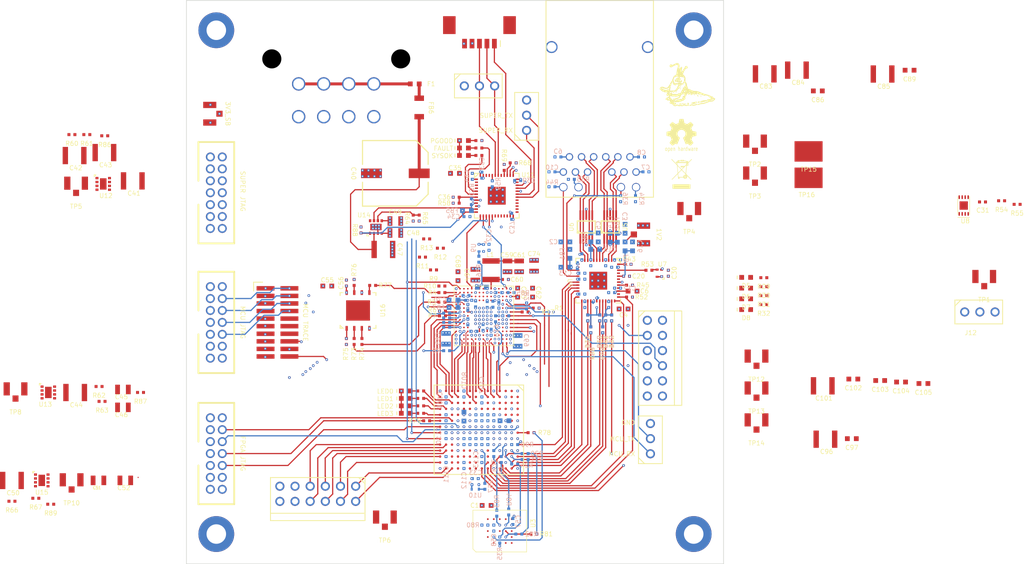
<source format=kicad_pcb>
(kicad_pcb (version 20240108) (generator "pcbnew") (generator_version "8.0")
  (layers (0 "F.Cu" signal) (1 "In1.Cu" signal) (2 "In2.Cu" signal) (3 "In3.Cu" signal) (4 "In4.Cu" signal) (31 "B.Cu" signal) (34 "B.Paste" user) (35 "F.Paste" user) (36 "B.SilkS" user "B.Silkscreen") (37 "F.SilkS" user "F.Silkscreen") (38 "B.Mask" user) (39 "F.Mask" user) (44 "Edge.Cuts" user))
  (net 0 "")
  (net 1 "/GND")
  (net 2 "/3V3")
  (net 3 "/Ethernet/1V2")
  (net 4 "/Ethernet/D1V2")
  (net 5 "Net-(J1-CH1_TAP)")
  (net 6 "Net-(J1-CH2_TAP)")
  (net 7 "Net-(J1-CH3_TAP)")
  (net 8 "Net-(J1-CH4_TAP)")
  (net 9 "/Ethernet/A3V3")
  (net 10 "/Ethernet/A1V2")
  (net 11 "/Ethernet/A1V2_PLL")
  (net 12 "/Power supply/3V3_SB")
  (net 13 "/Power supply/SUPER_RST_N")
  (net 14 "/Power supply/A3V3_SUPER")
  (net 15 "/12V0")
  (net 16 "/Power supply/1V8")
  (net 17 "/Power supply/1V0")
  (net 18 "/Power support/VSMPS")
  (net 19 "/Power support/VLXSMPS")
  (net 20 "/Power support/VCORE")
  (net 21 "/Power support/MCU_VDDA")
  (net 22 "Net-(D1-A)")
  (net 23 "Net-(D2-A)")
  (net 24 "Net-(D3-A)")
  (net 25 "Net-(D4-A)")
  (net 26 "Net-(D5-A)")
  (net 27 "Net-(D6-A)")
  (net 28 "Net-(D7-A)")
  (net 29 "Net-(D8-A)")
  (net 30 "Net-(D9-A)")
  (net 31 "Net-(D10-A)")
  (net 32 "Net-(D11-A)")
  (net 33 "Net-(J7-12V0_SENSE)")
  (net 34 "Net-(F1-Pad2)")
  (net 35 "/Ethernet/ETH_B_P")
  (net 36 "/Ethernet/ETH_LED1_N")
  (net 37 "/Ethernet/ETH_A_N")
  (net 38 "/Ethernet/ETH_C_P")
  (net 39 "/Ethernet/ETH_C_N")
  (net 40 "/Ethernet/ETH_B_N")
  (net 41 "Net-(J1-LED1_P)")
  (net 42 "/Ethernet/ETH_D_N")
  (net 43 "/Ethernet/ETH_D_P")
  (net 44 "Net-(J1-LED2_P)")
  (net 45 "/Ethernet/ETH_A_P")
  (net 46 "/Ethernet/ETH_LED2_N")
  (net 47 "/Ethernet/FPGA_PMOD_DQ0")
  (net 48 "/Ethernet/FPGA_PMOD_DQ2")
  (net 49 "/Ethernet/FPGA_PMOD_DQ4")
  (net 50 "/Ethernet/FPGA_PMOD_DQ7")
  (net 51 "/Ethernet/FPGA_PMOD_DQ6")
  (net 52 "/Ethernet/FPGA_PMOD_DQ1")
  (net 53 "/Ethernet/FPGA_PMOD_DQ3")
  (net 54 "/Ethernet/FPGA_PMOD_DQ5")
  (net 55 "/MCU/MCU_PMOD_DQ3")
  (net 56 "/MCU/MCU_PMOD_DQ7")
  (net 57 "/MCU/MCU_PMOD_DQ5")
  (net 58 "/MCU/MCU_PMOD_DQ1")
  (net 59 "/MCU/MCU_PMOD_DQ2")
  (net 60 "/MCU/MCU_PMOD_DQ0")
  (net 61 "/MCU/MCU_PMOD_DQ4")
  (net 62 "/MCU/MCU_PMOD_DQ6")
  (net 64 "/MCU/MCU_JTAG_TDO")
  (net 66 "/MCU/MCU_JTAG_TCK")
  (net 69 "/MCU/MCU_JTAG_TDI")
  (net 70 "/MCU/MCU_JTAG_TMS")
  (net 71 "/MCU/MCU_UART_RX")
  (net 72 "/MCU/MCU_UART_TX")
  (net 73 "/Power supply/SUPER_UART_TX")
  (net 74 "/Power supply/SUPER_UART_RX")
  (net 78 "/Power supply/SUPER_JTAG_TDI")
  (net 79 "/Power supply/SUPER_JTAG_TDO")
  (net 81 "/Power supply/SUPER_JTAG_TCK")
  (net 82 "/Power supply/SUPER_JTAG_TMS")
  (net 83 "/Power supply/SUPER_I2C_SDA")
  (net 84 "/Power supply/12V0_EN")
  (net 85 "/Power supply/SUPER_I2C_SCL")
  (net 87 "/FPGA_TMS")
  (net 88 "/FPGA_TDO")
  (net 90 "/FPGA_TDI")
  (net 92 "/FPGA_TCK")
  (net 94 "Net-(J12-P2)")
  (net 95 "Net-(U1B-PB3)")
  (net 96 "/MCU/MCU_JTAG_TRST")
  (net 97 "/MCU/MCU_FLASH_SCK")
  (net 98 "Net-(U1B-PB2)")
  (net 99 "Net-(U1A-PA2)")
  (net 100 "/MCU/MCU_FLASH_DQ0")
  (net 101 "Net-(U1A-PA3)")
  (net 102 "/MCU/MCU_FLASH_DQ2")
  (net 103 "/MCU/MCU_FLASH_DQ3")
  (net 104 "Net-(U1A-PA6)")
  (net 105 "/MCU/MCU_FLASH_DQ1")
  (net 106 "Net-(U1B-PB0)")
  (net 107 "/MCU/MCU_FLASH_CS_N")
  (net 108 "Net-(U1B-PB10)")
  (net 109 "/MCU/FPGA_QSPI_DQ0")
  (net 110 "Net-(U1F-PF0)")
  (net 111 "/MCU/FPGA_QSPI_DQ1")
  (net 112 "Net-(U1F-PF1)")
  (net 113 "/MCU/FPGA_QSPI_DQ2")
  (net 114 "Net-(U1F-PF2)")
  (net 115 "Net-(U1F-PF3)")
  (net 116 "/MCU/FPGA_QSPI_DQ3")
  (net 117 "Net-(U1F-PF4)")
  (net 118 "/MCU/FPGA_QSPI_SCK")
  (net 119 "Net-(U1F-PF12)")
  (net 120 "/MCU/FPGA_QSPI_DQS")
  (net 121 "Net-(U1G-PG0)")
  (net 122 "/MCU/FPGA_QSPI_DQ4")
  (net 123 "Net-(U1G-PG1)")
  (net 124 "/MCU/FPGA_QSPI_DQ5")
  (net 125 "/MCU/FPGA_QSPI_DQ7")
  (net 126 "Net-(U1G-PG11)")
  (net 127 "Net-(U1G-PG10)")
  (net 128 "/MCU/FPGA_QSPI_DQ6")
  (net 129 "Net-(U1G-PG12)")
  (net 130 "/MCU/FPGA_QSPI_CS_N")
  (net 131 "/Ethernet/FPGA_FLASH_DQ0")
  (net 132 "Net-(U2C-IO_L1P_T0_D00_MOSI_14)")
  (net 133 "Net-(U2C-IO_L1N_T0_D01_DIN_14)")
  (net 134 "/Ethernet/FPGA_FLASH_DQ1")
  (net 135 "/Ethernet/FPGA_FLASH_DQ2")
  (net 136 "Net-(U2C-IO_L2P_T0_D02_14)")
  (net 137 "Net-(U2C-IO_L2N_T0_D03_14)")
  (net 138 "/Ethernet/FPGA_FLASH_DQ3")
  (net 139 "Net-(U2C-IO_L6P_T0_FCS_B_14)")
  (net 140 "/Ethernet/FPGA_FLASH_CS_N")
  (net 141 "/MCU/FPGA_LED_0")
  (net 142 "/MCU/FPGA_LED_1")
  (net 143 "/MCU/FPGA_LED_2")
  (net 144 "/MCU/FPGA_LED_3")
  (net 145 "/MCU/MCU_LED_0")
  (net 146 "/MCU/MCU_LED_1")
  (net 147 "/MCU/MCU_LED_2")
  (net 148 "/MCU/MCU_LED_3")
  (net 149 "Net-(U4-RXD3{slash}MODE3)")
  (net 150 "/Ethernet/ETH_RXD3")
  (net 151 "/Ethernet/ETH_RXD2")
  (net 152 "Net-(U4-RXD2{slash}MODE2)")
  (net 153 "Net-(U4-RXD1{slash}MODE1)")
  (net 154 "/Ethernet/ETH_RXD1")
  (net 155 "Net-(U4-RXD0{slash}MODE0)")
  (net 156 "/Ethernet/ETH_RXD0")
  (net 157 "/Ethernet/ETH_RX_DV")
  (net 158 "Net-(U4-RX_DV{slash}CLK125_EN)")
  (net 159 "Net-(U4-RX_CLK{slash}PHYAD2)")
  (net 160 "/Ethernet/ETH_RX_CLK")
  (net 161 "Net-(U4-ISET)")
  (net 162 "Net-(U4-CLK125_NDO{slash}LED_MODE)")
  (net 163 "/Ethernet/ETH_MDIO")
  (net 164 "/Ethernet/ETH_CLK_25MHZ")
  (net 165 "Net-(U7-CLK)")
  (net 166 "/MCU/I2C_SCL")
  (net 167 "/MCU/I2C_SDA")
  (net 168 "/MCU/MCU_CLK_25MHZ")
  (net 169 "Net-(U9-CLK)")
  (net 170 "Net-(U10-CLK)")
  (net 171 "/Ethernet/FPGA_CLK_25MHZ")
  (net 172 "/Power supply/SUPER_BOOT0")
  (net 173 "Net-(U12-FB)")
  (net 174 "Net-(U13-FB)")
  (net 175 "Net-(U14-FB)")
  (net 176 "Net-(U15-FB)")
  (net 177 "Net-(U11B-PB3)")
  (net 178 "/Power supply/SUPER_JTAG_TRST")
  (net 179 "/Power supply/SUPER_PWRGOOD_LED")
  (net 180 "/Power supply/SUPER_SYSOK_LED")
  (net 181 "/Power supply/SUPER_FAULT_LED")
  (net 182 "Net-(U16-DO{slash}IO1)")
  (net 183 "Net-(U16-WP#{slash}IO2)")
  (net 184 "Net-(U16-HOLD#{slash}IO3)")
  (net 185 "Net-(U16-DI{slash}IO0)")
  (net 186 "/FPGA_FLASH_SCK")
  (net 187 "Net-(U2B-CCLK_0)")
  (net 188 "Net-(U2B-TDO_0)")
  (net 189 "Net-(U3-RESET_N)")
  (net 190 "Net-(U3-MOSI{slash}DQ0)")
  (net 191 "Net-(U3-MISO{slash}DQ1)")
  (net 192 "Net-(U3-WP_N{slash}DQ2)")
  (net 193 "Net-(U3-RESET_N{slash}DQ3)")
  (net 194 "/MCU_BOOT0")
  (net 195 "/MCU/FMC_AD13")
  (net 197 "/MCU/SUPER_SPI_MISO")
  (net 199 "/MCU/FMC_A16")
  (net 200 "/MCU/FMC_AD1")
  (net 202 "/MCU/FMC_AD3")
  (net 205 "/MCU/FMC_NBL1")
  (net 206 "/MCU/FMC_NE1")
  (net 207 "/MCU/FMC_AD4")
  (net 211 "/MCU/TRACED1")
  (net 215 "/MCU/SUPER_SPI_CS_N")
  (net 221 "/MCU/RMII_REF_CLK")
  (net 222 "/MCU/FMC_A18")
  (net 223 "/MCU/FMC_NWAIT")
  (net 224 "/MCU/TRACED3")
  (net 227 "/MCU/FMC_A17")
  (net 231 "/MCU/RMII_RXD1")
  (net 234 "/MCU/FMC_AD14")
  (net 237 "/MCU/TRACED2")
  (net 243 "/MCU/RMII_RXD0")
  (net 244 "/MCU/FMC_AD2")
  (net 245 "/MCU/RMII_TXD1")
  (net 246 "/MCU/RMII_CRS_DV")
  (net 248 "/MCU/FMC_AD7")
  (net 251 "/MCU/FMC_AD0")
  (net 252 "/MCU/FMC_CLK")
  (net 253 "/MCU/RMII_TXD0")
  (net 255 "/MCU/FMC_AD10")
  (net 257 "/MCU/FMC_NE3")
  (net 258 "/MCU/FMC_NL_NADV")
  (net 259 "/MCU/FMC_AD9")
  (net 260 "/MCU/FMC_NWE")
  (net 261 "/MCU/FMC_NBL0")
  (net 262 "/MCU/RMII_TX_EN")
  (net 263 "/MCU/FMC_AD12")
  (net 264 "/FPGA_DONE")
  (net 267 "/MCU/FMC_NOE")
  (net 268 "/MCU/FMC_AD5")
  (net 269 "/MCU_RST_N")
  (net 270 "/MCU/SUPER_SPI_MOSI")
  (net 273 "/MCU/TRACECLK")
  (net 276 "/MCU/FMC_AD11")
  (net 278 "/MCU/FMC_AD15")
  (net 279 "/MCU/FMC_AD8")
  (net 280 "/MCU/FMC_AD6")
  (net 281 "/MCU/TRACED0")
  (net 282 "/MCU/SUPER_SPI_SCK")
  (net 287 "/FPGA_INIT")
  (net 288 "/Ethernet/ETH_MDC")
  (net 289 "/Ethernet/RGMII_TX_CLK")
  (net 290 "/Ethernet/RGMII_TXD0")
  (net 291 "/Ethernet/RGMII_TXD1")
  (net 292 "/Ethernet/RGMII_TXD3")
  (net 294 "/Ethernet/ETH_RST_N")
  (net 297 "/FPGA_RST_N")
  (net 299 "/Ethernet/RGMII_TXD2")
  (net 301 "/Ethernet/RGMII_TX_EN")
  (net 308 "/Power supply/1V8_EN")
  (net 311 "/Power supply/1V8_PGOOD")
  (net 312 "/Power supply/1V2_EN")
  (net 313 "/Power supply/1V0_EN")
  (net 314 "/Power supply/3V3_PGOOD")
  (net 315 "/Power supply/1V2_PGOOD")
  (net 318 "/Power supply/1V0_PGOOD")
  (net 319 "/Power supply/3V3_EN")
  (net 335 "Net-(U2C-IO_L3P_T0_DQS_PUDC_B_14)")
  (footprint "azonenberg_pcb:EIA_0402_RES_NOSILK" (layer "F.Cu") (at 11.3 63.5)
    (property "Reference" "R61")
    (property "Value" "22.1K" (hide yes))
  )
  (footprint "w_logo:Logo_silk_OSHW_6x6mm" (layer "F.Cu") (at 110.950969 63.120279)
    (property "Reference" "M2" (hide yes))
    (property "Value" "LOGO" (hide yes))
  )
  (footprint "azonenberg_pcb:XILINX_JTAG_PTH_MOLEX_0878311420" (layer "F.Cu") (at 33 73.25 -90)
    (property "Reference" "J8" (hide yes))
    (property "Value" "XILINX_JTAG" (hide yes))
  )
  (footprint "azonenberg_pcb:CONN_HEADER_2.54MM_1x3" (layer "F.Cu") (at 85 60.25 90)
    (property "Reference" "J6" (hide yes))
    (property "Value" "CONN_01X03" (hide yes))
  )
  (footprint "azonenberg_pcb:QFN_48_0.5MM_7x7MM" (layer "F.Cu") (at 80 73.75)
    (property "Reference" "U11")
    (property "Value" "STM32L431-QFN48" (hide yes))
  )
  (footprint "azonenberg_pcb:CONN_U.FL_TE_1909763-1" (layer "F.Cu") (at 9.5 71.75)
    (property "Reference" "TP5")
    (property "Value" "U.Fl" (hide yes))
  )
  (footprint "azonenberg_pcb:CONN_U.FL_TE_1909763-1" (layer "F.Cu") (at -0.65 106.25)
    (property "Reference" "TP8")
    (property "Value" "U.Fl" (hide yes))
  )
  (footprint "azonenberg_pcb:EIA_0402_RES_NOSILK" (layer "F.Cu") (at 77.000001 67 180)
    (property "Reference" "R71" (hide yes))
    (property "Value" "470" (hide yes))
  )
  (footprint "azonenberg_pcb:EIA_0402_RES_NOSILK" (layer "F.Cu") (at 124.75 89)
    (property "Reference" "R30")
    (property "Value" "470" (hide yes))
  )
  (footprint "azonenberg_pcb:EIA_0402_RES_NOSILK" (layer "F.Cu") (at 67.25 106.5 180)
    (property "Reference" "R25" (hide yes))
    (property "Value" "470" (hide yes))
  )
  (footprint "azonenberg_pcb:EIA_0402_RES_NOSILK" (layer "F.Cu") (at 54.8 98.200001 90)
    (property "Reference" "R75")
    (property "Value" "4.7K" (hide yes))
  )
  (footprint "azonenberg_pcb:EIA_0603_CAP_NOSILK" (layer "F.Cu") (at 149.175 52.7)
    (property "Reference" "C89")
    (property "Value" "4.7 uF" (hide yes))
  )
  (footprint "azonenberg_pcb:EIA_1210_CAP_NOSILK" (layer "F.Cu") (at 79.05 86.25 -90)
    (property "Reference" "L1")
    (property "Value" "2.2 uH" (hide yes))
  )
  (footprint "azonenberg_pcb:EIA_0603_CAP_NOSILK" (layer "F.Cu") (at 139.75 104.5)
    (property "Reference" "C102")
    (property "Value" "4.7 uF" (hide yes))
  )
  (footprint "azonenberg_pcb:EIA_0402_RES_NOSILK" (layer "F.Cu") (at 13.85 108.25)
    (property "Reference" "R63")
    (property "Value" "100k" (hide yes))
  )
  (footprint "azonenberg_pcb:MECHANICAL_CLEARANCEHOLE_4_40" (layer "F.Cu") (at 33 46)
    (property "Reference" "M8" (hide yes))
    (property "Value" "SCREWHOLE" (hide yes))
  )
  (footprint "azonenberg_pcb:EIA_0603_CAP_NOSILK" (layer "F.Cu") (at 102.75 89.75)
    (property "Reference" "C6")
    (property "Value" "4.7 uF" (hide yes))
  )
  (footprint "azonenberg_pcb:EIA_0402_RES_NOSILK" (layer "F.Cu") (at 77.000001 65.75 180)
    (property "Reference" "R72" (hide yes))
    (property "Value" "470" (hide yes))
  )
  (footprint "azonenberg_pcb:MODULE_CYNTEC_MUN12AD03-SE" (layer "F.Cu") (at 4.85 106.75)
    (property "Reference" "U13")
    (property "Value" "MUN12AD03-SE" (hide yes))
  )
  (footprint "azonenberg_pcb:EIA_0402_RES_NOSILK" (layer "F.Cu") (at 97.75 96.25 90)
    (property "Reference" "R40")
    (property "Value" "33" (hide yes))
  )
  (footprint "azonenberg_pcb:EIA_0402_RES_NOSILK" (layer "F.Cu") (at 13.35 105.75)
    (property "Reference" "R62")
    (property "Value" "200k" (hide yes))
  )
  (footprint "azonenberg_pcb:EIA_0603_LED" (layer "F.Cu") (at 64.75 106.5)
    (property "Reference" "D1" (hide yes))
    (property "Value" "GREEN" (hide yes))
  )
  (footprint "azonenberg_pcb:EIA_0402_RES_NOSILK" (layer "F.Cu") (at 14.3 63.7)
    (property "Reference" "R86")
    (property "Value" "10K" (hide yes))
  )
  (footprint "azonenberg_pcb:EIA_0402_RES_NOSILK" (layer "F.Cu") (at 95.75 96.25 90)
    (property "Reference" "R38")
    (property "Value" "33" (hide yes))
  )
  (footprint "azonenberg_pcb:EIA_0402_RES_NOSILK" (layer "F.Cu") (at 57.25 79.5 90)
    (property "Reference" "R88")
    (property "Value" "10K" (hide yes))
  )
  (footprint "azonenberg_pcb:XILINX_JTAG_PTH_MOLEX_0878311420" (layer "F.Cu") (at 33 117 -90)
    (property "Reference" "J11" (hide yes))
    (property "Value" "XILINX_JTAG" (hide yes))
  )
  (footprint "azonenberg_pcb:EIA_0402_RES_NOSILK" (layer "F.Cu") (at 105.5 86.25)
    (property "Reference" "R53")
    (property "Value" "33" (hide yes))
  )
  (footprint "azonenberg_pcb:EIA_0805_CAP_NOSILK" (layer "F.Cu") (at 81.8 85.6 -90)
    (property "Reference" "C59")
    (property "Value" "10 uF" (hide yes))
  )
  (footprint "azonenberg_pcb:EIA_0402_CAP_NOSILK" (layer "F.Cu") (at 73.2 74 180)
    (property "Reference" "C36")
    (property "Value" "0.1 uF" (hide yes))
  )
  (footprint "azonenberg_pcb:CONN_HEADER_2.54MM_1x3" (layer "F.Cu") (at 105.75 114.5 90)
    (property "Reference" "J5" (hide yes))
    (property "Value" "CONN_01X03" (hide yes))
  )
  (footprint "azonenberg_pcb:EIA_0402_RES_NOSILK" (layer "F.Cu") (at 70.9 93.9)
    (property "Reference" "R7")
    (property "Value" "33" (hide yes))
  )
  (footprint "azonenberg_pcb:CONN_BELFUSE_0826_1G1T_23_F" (layer "F.Cu") (at 97.25 52)
    (property "Reference" "J1" (hide yes))
    (property "Value" "0826-1G1T-23-F" (hide yes))
  )
  (footprint "azonenberg_pcb:EIA_0805_CAP_NOSILK" (layer "F.Cu") (at 17.35 106.25)
    (property "Reference" "C45")
    (property "Value" "22 uF" (hide yes))
  )
  (footprint "azonenberg_pcb:EIA_0402_RES_NOSILK" (layer "F.Cu") (at 2.75 124.5)
    (property "Reference" "R67")
    (property "Value" "280K" (hide yes))
  )
  (footprint "azonenberg_pcb:EIA_0402_RES_NOSILK" (layer "F.Cu") (at 68.25 81)
    (property "Reference" "R13")
    (property "Value" "33" (hide yes))
  )
  (footprint "azonenberg_pcb:EIA_0603_LED" (layer "F.Cu") (at 74.500001 64.5)
    (property "Reference" "D9" (hide yes))
    (property "Value" "GREEN" (hide yes))
  )
  (footprint "azonenberg_pcb:EIA_0402_RES_NOSILK" (layer "F.Cu") (at 73.2 75)
    (property "Reference" "R58")
    (property "Value" "DNP" (hide yes))
  )
  (footprint "azonenberg_pcb:EIA_0402_CAP_NOSILK" (layer "F.Cu") (at 108.75 86.75 90)
    (property "Reference" "C30")
    (property "Value" "0.47 uF" (hide yes))
  )
  (footprint "azonenberg_pcb:EIA_0805_CAP_NOSILK" (layer "F.Cu") (at 17.75 121.5)
    (property "Reference" "C52")
    (property "Value" "22 uF" (hide yes))
  )
  (footprint "azonenberg_pcb:EIA_0402_RES_NOSILK" (layer "F.Cu") (at 8.8 63.5)
    (property "Reference" "R60")
    (property "Value" "100K" (hide yes))
  )
  (footprint "azonenberg_pcb:BGA_201_10x10_DEPOP_0.65MM_OSHPARK" (layer "F.Cu") (at 77.75 93.9 -90)
    (property "Reference" "U1" (hide yes))
    (property "Value" "STM32H735-UFBGA176-25" (hide yes))
  )
  (footprint "azonenberg_pcb:QFN_48_0.5MM_7x7MM" (layer "F.Cu") (at 97 88 -90)
    (property "Reference" "U4")
    (property "Value" "KSZ9031RN" (hide yes))
  )
  (footprint "azonenberg_pcb:EIA_1210_CAP_NOSILK" (layer "F.Cu") (at 9.25 67)
    (property "Reference" "C42")
    (property "Value" "22 uF" (hide yes))
  )
  (footprint "azonenberg_pcb:EIA_1206_CAP_NOSILK" (layer "F.Cu") (at 67.014931 58.95 -90)
    (property "Reference" "FB6")
    (property "Value" "BLM31KN271SH1L" (hide yes))
  )
  (footprint "azonenberg_pcb:EIA_0603_CAP_NOSILK" (layer "F.Cu") (at 133.8 56.175)
    (property "Reference" "C86")
    (property "Value" "4.7 uF" (hide yes))
  )
  (footprint "azonenberg_pcb:SOP_10_0.5MM_3MM" (layer "F.Cu") (at 99 79)
    (property "Reference" "U5")
    (property "Value" "RCLAMP0514M" (hide yes))
  )
  (footprint "azonenberg_pcb:MECHANICAL_CLEARANCEHOLE_4_40" (layer "F.Cu") (at 33 130.5)
    (property "Reference" "M6" (hide yes))
    (property "Value" "SCREWHOLE" (hide yes))
  )
  (footprint "azonenberg_pcb:EIA_0402_RES_NOSILK" (layer "F.Cu") (at 70.8 90)
    (property "Reference" "R4")
    (property "Value" "33" (hide yes))
  )
  (footprint "azonenberg_pcb:MECHANICAL_CLEARANCEHOLE_4_40" (layer "F.Cu") (at 113 130.5)
    (property "Reference" "M7" (hide yes))
    (property "Value" "SCREWHOLE" (hide yes))
  )
  (footprint "w_logo:Logo_silk_WEEE_3.4x5mm" (layer "F.Cu") (at 110.950969 70.120279)
    (property "Reference" "M3" (hide yes))
    (property "Value" "LOGO" (hide yes))
  )
  (footprint "azonenberg_pcb:MODULE_CYNTEC_MUN12AD03-SE" (layer "F.Cu") (at 59.75 79 90)
    (property "Reference" "U14")
    (property "Value" "MUN12AD03-SE" (hide yes))
  )
  (footprint "azonenberg_pcb:EIA_0603_CAP_NOSILK" (layer "F.Cu") (at 73.5 87.25 90)
    (property "Reference" "C68")
    (property "Value" "4.7 uF" (hide yes))
  )
  (footprint "azonenberg_pcb:EIA_0603_CAP_NOSILK" (layer "F.Cu") (at 66.25 55)
    (property "Reference" "F1")
    (property "Value" "2A" (hide yes))
  )
  (footprint "azonenberg_pcb:EIA_0402_RES_NOSILK" (layer "F.Cu") (at 68.25 111.5)
    (property "Reference" "R79")
    (property "Value" "33" (hide yes))
  )
  (footprint "azonenberg_pcb:EIA_1210_CAP_NOSILK" (layer "F.Cu") (at 124.9 53.3)
    (property "Reference" "C83")
    (property "Value" "100 uF" (hide yes))
  )
  (footprint "azonenberg_pcb:CONN_U.FL_TE_1909763-1" (layer "F.Cu") (at 112.25 76)
    (property "Reference" "TP4")
    (property "Value" "U.FL" (hide yes))
  )
  (footprint "azonenberg_pcb:EIA_0402_RES_NOSILK" (layer "F.Cu") (at 20.3 106.75)
    (property "Reference" "R87")
    (property "Value" "10K" (hide yes))
  )
  (footprint "azonenberg_pcb:EIA_0805_CAP_NOSILK" (layer "F.Cu") (at 17.35 109.25)
    (property "Reference" "C46")
    (property "Value" "22 uF" (hide yes))
  )
  (footprint "azonenberg_pcb:EIA_0603_LED" (layer "F.Cu") (at 121.79 87.45)
    (property "Reference" "D5")
    (property "Value" "GREEN" (hide yes))
  )
  (footprint "azonenberg_pcb:EIA_0603_CAP_NOSILK" (layer "F.Cu") (at 78.3 125.7)
    (property "Reference" "C1")
    (property "Value" "4.7 uF" (hide yes))
  )
  (footprint "azonenberg_pcb:EIA_0805_CAP_NOSILK" (layer "F.Cu") (at 83.75 85.6 -90)
    (property "Reference" "C61")
    (property "Value" "10 uF" (hide yes))
  )
  (footprint "azonenberg_pcb:EIA_0402_RES_NOSILK" (layer "F.Cu") (at 102.25 88.75 180)
    (property "Reference" "R45")
    (property "Value" "10K" (hide yes))
  )
  (footprint "azonenberg_pcb:CAP_AL_10MM_SMT" (layer "F.Cu") (at 63 70 -90)
    (property "Reference" "C40")
    (property "Value" "25SVPF330M" (hide yes))
  )
  (footprint "azonenberg_pcb:EIA_1210_CAP_NOSILK" (layer "F.Cu") (at -1.25 121.5)
    (property "Reference" "C50")
    (property "Value" "10 uF" (hide yes))
  )
  (footprint "azonenberg_pcb:EIA_0402_CAP_NOSILK" (layer "F.Cu") (at 161.4 74.8)
    (property "Reference" "C31")
    (property "Value" "0.47 uF" (hide yes))
  )
  (footprint "azonenberg_pcb:EIA_0603_LED" (layer "F.Cu") (at 64.75 107.75)
    (property "Reference" "D2" (hide yes))
    (property "Value" "GREEN" (hide yes))
  )
  (footprint "azonenberg_pcb:EIA_1210_CAP_NOSILK" (layer "F.Cu") (at 9.35 106.75)
    (property "Reference" "C44")
    (property "Value" "10 uF" (hide yes))
  )
  (footprint "azonenberg_pcb:EIA_0402_RES_NOSILK" (layer "F.Cu") (at 67.55 84.05)
    (property "Reference" "R11")
    (property "Value" "33" (hide yes))
  )
  (footprint "azonenberg_pcb:CONN_HEADER_2.54MM_1x3" (layer "F.Cu") (at 77.1 55.337501)
    (property "Reference" "TP11" (hide yes))
    (property "Value" "CONN_01X03" (hide yes))
  )
  (footprint "azonenberg_pcb:EIA_0402_RES_NOSILK" (layer "F.Cu") (at 99.25 94.25 90)
    (property "Reference" "R42")
    (property "Value" "33" (hide yes))
  )
  (footprint "azonenberg_pcb:EIA_0402_RES_NOSILK" (layer "F.Cu") (at 95.25 94.249999 90)
    (property "Reference" "R37")
    (property "Value" "33" (hide yes))
  )
  (footprint "azonenberg_pcb:EIA_0805_CAP_NOSILK" (layer "F.Cu") (at 76.4 87 -90)
    (property "Reference" "C64")
    (property "Value" "10 uF" (hide yes))
  )
  (footprint "azonenberg_pcb:EIA_0805_CAP_NOSILK" (layer "F.Cu") (at 63 80)
    (property "Reference" "C48")
    (property "Value" "22 uF" (hide yes))
  )
  (footprint "azonenberg_pcb:EIA_0603_LED" (layer "F.Cu") (at 121.79 92.85)
    (property "Reference" "D8")
    (property "Value" "GREEN" (hide yes))
  )
  (footprint "azonenberg_pcb:XILINX_JTAG_PTH_MOLEX_0878311420" (layer "F.Cu") (at 33 95 -90)
    (property "Reference" "J4" (hide yes))
    (property "Value" "XILINX_JTAG" (hide yes))
  )
  (footprint "azonenberg_pcb:CONN_U.FL_TE_1909763-1" (layer "F.Cu") (at 104.5 80.25 -90)
    (property "Reference" "TP9" (hide yes))
    (property "Value" "U.Fl" (hide yes))
  )
  (footprint "azonenberg_pcb:CONN_HEADER_2.54MM_2x6_RA_PMOD_HOST" (layer "F.Cu") (at 50 123.75)
    (property "Reference" "J2" (hide yes))
    (property "Value" "PMOD_HOST" (hide yes))
  )
  (footprint "azonenberg_pcb:EIA_0805_CAP_NOSILK" (layer "F.Cu") (at 63 78)
    (property "Reference" "C49")
    (property "Value" "22 uF" (hide yes))
  )
  (footprint "azonenberg_pcb:EIA_0402_RES_NOSILK" (layer "F.Cu") (at 167.2 75.2)
    (property "Reference" "R55")
    (property "Value" "4.7K" (hide yes))
  )
  (footprint "azonenberg_pcb:EIA_0402_RES_NOSILK" (layer "F.Cu") (at 56.1 88.3 90)
    (property "Reference" "R76")
    (property "Value" "33" (hide yes))
  )
  (footprint "azonenberg_pcb:EIA_0603_CAP_NOSILK" (layer "F.Cu") (at 151.5 105.25)
    (property "Reference" "C105")
    (property "Value" "4.7 uF" (hide yes))
  )
  (footprint "azonenberg_pcb:EIA_0603_CAP_NOSILK" (layer "F.Cu") (at 51.6 88.9 180)
    (property "Reference" "C55")
    (property "Value" "4.7 uF" (hide yes))
  )
  (footprint "azonenberg_pcb:CONN_U.FL_TE_1909763-1" (layer "F.Cu") (at 161.685 87.4)
    (property "Reference" "TP1")
    (property "Value" "U.FL" (hide yes))
  )
  (footprint "azonenberg_pcb:EIA_0402_RES_NOSILK" (layer "F.Cu") (at 77.000001 64.5 180)
    (property "Reference" "R70" (hide yes))
    (property "Value" "470" (hide yes))
  )
  (footprint "azonenberg_pcb:CONN_HEADER_2.54MM_2x6_RA_PMOD_HOST" (layer "F.Cu") (at 106.5 101 90)
    (property "Reference" "J3" (hide yes))
    (property "Value" "PMOD_HOST" (hide yes))
  )
  (footprint "azonenberg_pcb:EIA_0402_CAP_NOSILK" (layer "F.Cu") (at 81.45 87.8)
    (property "Reference" "C60")
    (property "Value" "220 pF" (hide yes))
  )
  (footprint "azonenberg_pcb:EIA_1210_CAP_NOSILK" (layer "F.Cu") (at 134.625 105.625)
    (property "Reference" "C101")
    (property "Value" "100 uF" (hide yes))
  )
  (footprint "azonenberg_pcb:TESTPOINT_SMT_KEYSTONE_5016" (layer "F.Cu") (at 132.25 70.75)
    (property "Reference" "TP16")
    (property "Value" "TESTCLIP" (hide yes))
  )
  (footprint "azonenberg_pcb:SOP_10_0.5MM_3MM" (layer "F.Cu") (at 95 79)
    (property "Reference" "U6")
    (property "Value" "RCLAMP0514M" (hide yes))
  )
  (footprint "azonenberg_pcb:EIA_1210_CAP_NOSILK" (layer "F.Cu") (at 135.075 114.575)
    (property "Reference" "C96")
    (property "Value" "47 uF" (hide yes))
  )
  (footprint "azonenberg_pcb:EIA_0402_RES_NOSILK" (layer "F.Cu") (at 84.75 93.25 180)
    (property "Reference" "R17")
    (property "Value" "33" (hide yes))
  )
  (footprint "azonenberg_pcb:EIA_0402_RES_NOSILK" (layer "F.Cu") (at 56.1 98.200001 90)
    (property "Reference" "R73")
    (property "Value" "33" (hide yes))
  )
  (footprint "azonenberg_pcb:CONN_U.FL_TE_1909763-1" (layer "F.Cu") (at 123.525 100.75)
    (property "Reference" "TP12")
    (property "Value" "U.FL" (hide yes))
  )
  (footprint "azonenberg_pcb:EIA_0603_LED" (layer "F.Cu") (at 64.75 109)
    (property "Reference" "D3" (hide yes))
    (property "Value" "GREEN" (hide yes))
  )
  (footprint "azonenberg_pcb:EIA_1210_CAP_NOSILK" (layer "F.Cu") (at 14.25 66.5)
    (property "Reference" "C43")
    (property "Value" "22 uF" (hide yes))
  )
  (footprint "azonenberg_pcb:CONN_U.FL_TE_1909763-1" (layer "F.Cu") (at 123.275 70.045)
    (property "Reference" "TP3")
    (property "Value" "U.FL" (hide yes))
  )
  (footprint "azonenberg_pcb:EIA_0402_RES_NOSILK" (layer "F.Cu") (at 70.8 88.9)
    (property "Reference" "R10")
    (property "Value" "33" (hide yes))
  )
  (footprint "azonenberg_pcb:EIA_0402_RES_NOSILK" (layer "F.Cu") (at 98.25 94.249999 90)
    (property "Reference" "R41")
    (property "Value" "33" (hide yes))
  )
  (footprint "azonenberg_pcb:EIA_0402_RES_NOSILK" (layer "F.Cu") (at 70.55 82.55)
    (property "Reference" "R12")
    (property "Value" "33" (hide yes))
  )
  (footprint "azonenberg_pcb:EIA_0603_CAP_NOSILK" (layer "F.Cu") (at 73 70)
    (property "Reference" "C35")
    (property "Value" "4.7 uF" (hide yes))
  )
  (footprint "azonenberg_pcb:EIA_0402_RES_NOSILK" (layer "F.Cu") (at -1.25 125)
    (property "Reference" "R66")
    (property "Value" "187K" (hide yes))
  )
  (footprint "azonenberg_pcb:CONN_U.FL_TE_1909763-1" (layer "F.Cu") (at 123.275 64.695)
    (property "Reference" "TP2")
    (property "Value" "U.FL" (hide yes))
  )
  (footprint "azonenberg_pcb:EIA_0603_LED" (layer "F.Cu") (at 121.79 91.05)
    (property "Reference" "D7")
    (property "Value" "GREEN" (hide yes))
  )
  (footprint "azonenberg_pcb:EIA_0402_RES_NOSILK" (layer "F.Cu") (at 67.250001 110.25 180)
    (property "Reference" "R28" (hide yes))
    (property "Value" "470" (hide yes))
  )
  (footprint "azonenberg_pcb:OSCILLATOR_1.6x1.2" (layer "F.Cu") (at 107.25 86.75 90)
    (property "Reference" "U7")
    (property "Value" "ECS-1612MV-250-CN" (hide yes))
  )
  (footprint "azonenberg_pcb:EIA_0402_RES_NOSILK" (layer "F.Cu") (at 69.4 86.2)
    (property "Reference" "R9")
    (property "Value" "33" (hide yes))
  )
  (footprint "azonenberg_pcb:EIA_0603_CAP_NOSILK" (layer "F.Cu") (at 83.5 90 90)
    (property "Reference" "C63")
    (property "Value" "4.7 uF" (hide yes))
  )
  (footprint "azonenberg_pcb:EIA_0402_CAP_NOSILK" (layer "F.Cu") (at 101.75 87.25)
    (property "Reference" "C20")
    (property "Value" "0.47 uF" (hide yes))
  )
  (footprint "azonenberg_pcb:EIA_0402_CAP_NOSILK" (layer "F.Cu") (at 54.8 88.4 90)
    (property "Reference" "C56")
    (property "Value" "0.47 uF" (hide yes))
  )
  (footprint "azonenberg_pcb:EIA_0402_RES_NOSILK" (layer "F.Cu") (at 67.25 109 180)
    (property "Reference" "R27" (hide yes))
    (property "Value" "470" (hide yes))
  )
  (footprint "azonenberg_pcb:EIA_0402_RES_NOSILK" (layer "F.Cu") (at 86.6 92.6 180)
    (property "Reference" "R1")
    (property "Value" "33" (hide yes))
  )
  (footprint "azonenberg_pcb:EIA_0402_RES_NOSILK" (layer "F.Cu") (at 124.75 90.5)
    (property "Reference" "R31")
    (property "Value" "470" (hide yes))
  )
  (footprint "azonenberg_pcb:EIA_0402_RES_NOSILK" (layer "F.Cu") (at 5.25 125.5)
    (property "Reference" "R89")
    (property "Value" "10K" (hide yes))
  )
  (footprint "azonenberg_pcb:EIA_0805_CAP_NOSILK" (layer "F.Cu") (at 86.25 85.5 -90)
    (property "Reference" "C74")
    (property "Value" "22 uF" (hide yes))
  )
  (footprint "azonenberg_pcb:EIA_0603_CAP_NOSILK" (layer "F.Cu") (at 139.5 114.5)
    (property "Reference" "C97")
    (property "Value" "4.7 uF" (hide yes))
  )
  (footprint "azonenberg_pcb:CONN_U.FL_TE_1909763-1" (layer "F.Cu") (at 32 60 90)
    (property "Reference" "TP7" (hide yes))
    (property "Value" "U.Fl" (hide yes))
  )
  (footprint "azonenberg_pcb:EIA_0402_RES_NOSILK" (layer "F.Cu") (at 70.8 91.6)
    (property "Reference" "R5")
    (property "Value" "33" (hide yes))
  )
  (footprint "azonenberg_pcb:EIA_0402_RES_NOSILK" (layer "F.Cu") (at 86.2 130.5)
    (property "Reference" "R81")
    (property "Value" "33" (hide yes))
  )
  (footprint "azonenberg_pcb:BGA_24_6x8_DEPOP1_1MM" (layer "F.Cu") (at 80.5 130 90)
    (property "Reference" "U3")
    (property "Value" "S25FL128SAGBHIA10" (hide yes))
  )
  (footprint "azonenberg_pcb:DFN_8_0.5MM_2x3MM_TALL" (layer "F.Cu") (at 158.25 75.4)
    (property "Reference" "U8")
    (property "Value" "AT24MAC402" (hide yes))
  )
  (footprint "azonenberg_pcb:EIA_0603_CAP_NOSILK" (layer "F.Cu") (at 101.25 92.75)
    (property "Reference" "C4")
    (property "Value" "4.7 uF" (hide yes))
  )
  (footprint "azonenberg_pcb:EIA_0402_RES_NOSILK" (layer "F.Cu") (at 81.25 69 -90)
    (property "Reference" "R69")
    (property "Value" "1K" (hide yes))
  )
  (footprint "azonenberg_pcb:MODULE_CYNTEC_MUN12AD03-SE" (layer "F.Cu") (at 14.05 71.775)
    (property "Reference" "U12")
    (property "Value" "MUN12AD03-SE" (hide yes))
  )
  (footprint "azonenberg_pcb:EIA_0402_RES_NOSILK" (layer "F.Cu") (at 59.2 88.8)
    (property "Reference" "R77")
    (property "Value" "33" (hide yes))
  )
  (footprint "azonenberg_pcb:MODULE_CYNTEC_MUN12AD03-SE" (layer "F.Cu") (at 3.75 121.5)
    (property "Reference" "U15")
    (property "Value" "MUN12AD03-SE" (hide yes))
  )
  (footprint "azonenberg_pcb:EIA_0603_LED" (layer "F.Cu") (at 74.500001 67)
    (property "Reference" "D10" (hide yes))
    (property "Value" "GREEN" (hide yes))
  )
  (footprint "azonenberg_pcb:BGA_196_15x15_FULLARRAY_1MM_FTGB196" (layer "F.Cu") (at 77 113 -90)
    (property "Reference" "U2" (hide yes))
    (property "Value" "XC7S25-1FTGB196" (hide yes))
  )
  (footprint "azonenberg_pcb:EIA_0402_RES_NOSILK" (layer "F.Cu") (at 70.9 93.1)
    (property "Reference" "R6")
    (property "Value" "33" (hide yes))
  )
  (footprint "azonenberg_pcb:CONN_HEADER_1.27MM_2x10_SMT_SAMTEC_FTSH-110-01-L-DV-K" (layer "F.Cu") (at 43.25 95 -90)
    (property "Reference" "J10" (hide yes))
    (property "Value" "CORTEX_DEBUG_ETM" (hide yes))
  )
  (footprint "azonenberg_pcb:EIA_0603_CAP_NOSILK" (layer "F.Cu") (at 144.25 104.75)
    (property "Reference" "C103")
    (property "Value" "4.7 uF" (hide yes))
  )
  (footprint "azonenberg_pcb:EIA_0402_RES_NOSILK" (layer "F.Cu") (at 85.75 113.5)
    (property "Reference" "R78")
    (property "Value" "33" (hide yes))
  )
  (footprint "azonenberg_pcb:CONN_U.FL_TE_1909763-1" (layer "F.Cu") (at 61.25 127.75)
    (property "Reference" "TP6")
    (property "Value" "U.Fl" (hide yes))
  )
  (footprint "azonenberg_pcb:MECHANICAL_CLEARANCEHOLE_4_40" (layer "F.Cu") (at 113 46)
    (property "Reference" "M5" (hide yes))
    (property "Value" "SCREWHOLE" (hide yes))
  )
  (footprint "azonenberg_pcb:EIA_0402_RES_NOSILK" (layer "F.Cu") (at 97.25 94.25 90)
    (property "Reference" "R39")
    (property "Value" "33" (hide yes))
  )
  (footprint "azonenberg_pcb:EIA_0603_LED" (layer "F.Cu") (at 74.500001 65.75)
    (property "Reference" "D11" (hide yes))
    (property "Value" "RED" (hide yes))
  )
  (footprint "azonenberg_pcb:EIA_0603_LED" (layer "F.Cu") (at 64.75 110.25)
    (property "Reference" "D4" (hide yes))
    (property "Value" "GREEN" (hide yes))
  )
  (footprint "azonenberg_pcb:CONN_U.FL_TE_1909763-1" (layer "F.Cu") (at 8.75 121.5)
    (property "Reference" "TP10")
    (property "Value" "U.Fl" (hide yes))
  )
  (footprint "azonenberg_pcb:EIA_0402_RES_NOSILK" (layer "F.Cu") (at 57.4 98.2 90)
    (property "Reference" "R74")
    (property "Value" "33" (hide yes))
  )
  (footprint "azonenberg_pcb:EIA_0402_RES_NOSILK" (layer "F.Cu") (at 102.25 90.75 180)
    (property "Reference" "R52")
    (property "Value" "1K" (hide yes))
  )
  (footprint "azonenberg_pcb:DFN_8_1.27MM_6x5MM" (layer "F.Cu") (at 56.75 93)
    (property "Reference" "U16")
    (property "Value" "W25Q128JV" (hide yes))
  )
  (footprint "azonenberg_pcb:CONN_U.FL_TE_1909763-1" (layer "F.Cu") (at 123.525 111.45)
    (property "Reference" "TP14")
    (property "Value" "U.FL" (hide yes))
  )
  (footprint "azonenberg_pcb:EIA_0402_RES_NOSILK" (layer "F.Cu") (at 82.75 68.25 180)
    (property "Reference" "R68")
    (property "Value" "33" (hide yes))
  )
  (footprint "azonenberg_pcb:EIA_0402_RES_NOSILK" (layer "F.Cu") (at 164.6 74.6)
    (property "Reference" "R54")
    (property "Value" "4.7K" (hide yes))
  )
  (footprint "azonenberg_pcb:EIA_0603_CAP_NOSILK" (layer "F.Cu") (at 86 90 90)
    (property "Reference" "C62")
    (property "Value" "4.7 uF" (hide yes))
  )
  (footprint "azonenberg_pcb:TESTPOINT_SMT_KEYSTONE_5016" (layer "F.Cu") (at 132.25 66.32)
    (property "Reference" "TP15")
    (property "Value" "TESTCLIP" (hide yes))
  )
  (footprint "azonenberg_pcb:EIA_0402_RES_NOSILK" (layer "F.Cu") (at 124.75 87.5)
    (property "Reference" "R29")
    (property "Value" "470" (hide yes))
  )
  (footprint "azonenberg_pcb:EIA_0402_RES_NOSILK" (layer "F.Cu") (at 102 85.25 180)
    (property "Reference" "R43")
    (property "Value" "12.1K 1%" (hide yes))
  )
  (footprint "azonenberg_pcb:EIA_0603_CAP_NOSILK" (layer "F.Cu") (at 147.75 105)
    (property "Reference" "C104")
    (property "Value" "4.7 uF" (hide yes))
  )
  (footprint "azonenberg_pcb:EIA_1210_CAP_NOSILK" (layer "F.Cu") (at 61 82.75)
    (property "Reference" "C47")
    (property "Value" "10 uF" (hide yes))
  )
  (footprint "azonenberg_pcb:CONN_U.FL_TE_1909763-1" (layer "F.Cu") (at 123.525 106.1)
    (property "Reference" "TP13")
    (property "Value" "U.FL" (hide yes))
  )
  (footprint "azonenberg_pcb:EIA_1210_CAP_NOSILK" (layer "F.Cu") (at 144.65 53.325)
    (property "Reference" "C85")
    (property "Value" "47 uF" (hide yes))
  )
  (footprint "azonenberg_pcb:EIA_0402_RES_NOSILK" (layer "F.Cu") (at 67 77.5 -90)
    (property "Reference" "R65")
    (property "Value" "100K" (hide yes))
  )
  (footprint "azonenberg_pcb:EIA_0402_RES_NOSILK" (layer "F.Cu") (at 67.25 107.75 180)
    (property "Reference" "R26" (hide yes))
    (property "Value" "470" (hide yes))
  )
  (footprint "azonenberg_pcb:EIA_0402_RES_NOSILK" (layer "F.Cu") (at 124.75 92)
    (property "Reference" "R32")
    (property "Value" "470" (hide yes))
  )
  (footprint "azonenberg_pcb:EIA_0805_CAP_NOSILK" (layer "F.Cu") (at 13.25 121.5)
    (property "Reference" "C51")
    (property "Value" "22 uF" (hide yes))
  )
  (footprint "azonenberg_pcb:EIA_1210_CAP_NOSILK" (layer "F.Cu") (at 130.3 52.675)
    (property "Reference" "C84")
    (property "Value" "100 uF" (hide yes))
  )
  (footprint "azonenberg_pcb:CONN_HEADER_2.54MM_1x3" (layer "F.Cu") (at 160.96 93.25)
    (property "Reference" "J12")
    (property "Value" "CONN_01X03" (hide yes))
  )
  (footprint "azonenberg_pcb:CONN_MOLEX_PICOBLADE_5POS_0532610571" (layer "F.Cu") (at 77.1 48.237501)
    (property "Reference" "J9" (hide yes))
    (property "Value" "CONN_IBC_MGMT_DEVICE" (hide yes))
  )
  (footprint "azonenberg_pcb:LONGTHING-1200DPI" (layer "F.Cu") (at 112.5 55.5)
    (property "Reference" "M1" (hide yes))
    (property "Value" "LOGO" (hide yes))
  )
  (footprint "azonenberg_pcb:EIA_1210_CAP_NOSILK" (layer "F.Cu") (at 19 71.25)
    (property "Reference" "C41")
    (property "Value" "10 uF" (hide yes))
  )
  (footprint "azonenberg_pcb:CONN_MOLEX_MINIFITJR_8POS_0039291087" (layer "F.Cu") (at 53.1 55 180)
    (property "Reference" "J7" (hide yes))
    (property "Value" "CONN_PCIE_PWR_8PIN" (hide yes))
  )
  (footprint "azonenberg_pcb:EIA_0402_RES_NOSILK" (layer "F.Cu") (at 66 77.5 90)
    (property "Reference" "R64")
    (property "Value" "100K" (hide yes))
  )
  (footprint "azonenberg_pcb:EIA_0603_LED" (layer "F.Cu") (at 121.79 89.25)
    (property "Reference" "D6")
    (property "Value" "GREEN" (hide yes))
  )
  (footprint "azonenberg_pcb:EIA_0402_CAP_NOSILK" (layer "B.Cu") (at 74.85 90.5)
    (property "Reference" "C80" (hide yes))
    (property "Value" "0.47 uF" (hide yes))
  )
  (footprint "azonenberg_pcb:EIA_0402_CAP_NOSILK" (layer "B.Cu") (at 75.15 94.9 -90)
    (property "Reference" "C81" (hide yes))
    (property "Value" "0.47 uF" (hide yes))
  )
  (footprint "azonenberg_pcb:EIA_0402_RES_NOSILK" (layer "B.Cu") (at 95.25 94.249999 -90)
    (property "Reference" "R46")
    (property "Value" "10K" (hide yes))
  )
  (footprint "azonenberg_pcb:EIA_0805_CAP_NOSILK" (layer "B.Cu") (at 71.5 97.75 -90)
    (property "Reference" "C65")
    (property "Value" "2.2 uF" (hide yes))
  )
  (footprint "azonenberg_pcb:EIA_0603_CAP_NOSILK" (layer "B.Cu") (at 72.75 91.25 180)
    (property "Reference" "C70")
    (property "Value" "4.7 uF" (hide yes))
  )
  (footprint "azonenberg_pcb:EIA_0402_CAP_NOSILK" (layer "B.Cu") (at 80.35 90)
    (property "Reference" "C67" (hide yes))
    (property "Value" "0.1 uF" (hide yes))
  )
  (footprint "azonenberg_pcb:EIA_0603_CAP_NOSILK" (layer "B.Cu") (at 97 80.75 -90)
    (property "Reference" "C5")
    (property "Value" "4.7 uF" (hide yes))
  )
  (footprint "azonenberg_pcb:EIA_0603_INDUCTOR_NOSILK" (layer "B.Cu") (at 101.5 82.25 -90)
    (property "Reference" "FB4")
    (property "Value" "MI0603J601R-10" (hide yes))
  )
  (footprint "azonenberg_pcb:EIA_0402_RES_NOSILK" (layer "B.Cu") (at 79.25 71.750001 -90)
    (property "Reference" "R59")
    (property "Value" "10K" (hide yes))
  )
  (footprint "azonenberg_pcb:EIA_0402_CAP_NOSILK" (layer "B.Cu") (at 71.5 108.000001 -90)
    (property "Reference" "C109")
    (property "Value" "0.47 uF" (hide yes))
  )
  (footprint "azonenberg_pcb:EIA_0603_CAP_NOSILK" (layer "B.Cu") (at 102.75 82.25 90)
    (property "Reference" "C16")
    (property "Value" "4.7 uF" (hide yes))
  )
  (footprint "azonenberg_pcb:EIA_0402_CAP_NOSILK" (layer "B.Cu") (at 105 69.75 180)
    (property "Reference" "C7")
    (property "Value" "0.1 uF" (hide yes))
  )
  (footprint "azonenberg_pcb:EIA_0402_CAP_NOSILK" (layer "B.Cu") (at 78.5 111 90)
    (property "Reference" "C93" (hide yes))
    (property "Value" "0.47 uF" (hide yes))
  )
  (footprint "azonenberg_pcb:EIA_0402_CAP_NOSILK" (layer "B.Cu") (at 78.4 92 -90)
    (property "Reference" "C71" (hide yes))
    (property "Value" "0.47 uF" (hide yes))
  )
  (footprint "azonenberg_pcb:EIA_0402_RES_NOSILK" (layer "B.Cu") (at 85 92.25 -90)
    (property "Reference" "R2")
    (property "Value" "10K" (hide yes))
  )
  (footprint "azonenberg_pcb:EIA_0402_RES_NOSILK" (layer "B.Cu") (at 80.5 131.500001 -90)
    (property "Reference" "R35")
    (property "Value" "4.7K" (hide yes))
  )
  (footprint "azonenberg_pcb:EIA_0402_RES_NOSILK" (layer "B.Cu") (at 95.75 96.25 -90)
    (property "Reference" "R47")
    (property "Value" "10K" (hide yes))
  )
  (footprint "azonenberg_pcb:EIA_0402_RES_NOSILK" (layer "B.Cu") (at 79.5 117 90)
    (property "Reference" "R22")
    (property "Value" "33" (hide yes))
  )
  (footprint "azonenberg_pcb:EIA_0805_CAP_NOSILK" (layer "B.Cu") (at 83.5 98.1 -90)
    (property "Reference" "C69")
    (property "Value" "2.2 uF" (hide yes))
  )
  (footprint "azonenberg_pcb:EIA_0402_RES_NOSILK" (layer "B.Cu") (at 82.4 90)
    (property "Reference" "R85")
    (property "Value" "10K" (hide yes))
  )
  (footprint "azonenberg_pcb:EIA_0402_RES_NOSILK" (layer "B.Cu") (at 71.6 93.45)
    (property "Reference" "R3" (hide yes))
    (property "Value" "33" (hide yes))
  )
  (footprint "azonenberg_pcb:EIA_0402_CAP_NOSILK" (layer "B.Cu") (at 94.25 84 90)
    (property "Reference" "C21" (hide yes))
    (property "Value" "0.47 uF" (hide yes))
  )
  (footprint "azonenberg_pcb:EIA_0402_RES_NOSILK" (layer "B.Cu") (at 81.500001 93.9 180)
    (property "Reference" "R18" (hide yes))
    (property "Value" "33" (hide yes))
  )
  (footprint "azonenberg_pcb:EIA_0402_CAP_NOSILK" (layer "B.Cu") (at 98.75 92.000001 -90)
    (property "Reference" "C11" (hide yes))
    (property "Value" "0.47 uF" (hide yes))
  )
  (footprint "azonenberg_pcb:EIA_0402_CAP_NOSILK" (layer "B.Cu") (at 93.5 85.5 90)
    (property "Reference" "C29" (hide yes))
    (property "Value" "0.47 uF" (hide yes))
  )
  (footprint "azonenberg_pcb:EIA_0402_RES_NOSILK" (layer "B.Cu") (at 82 126.8 90)
    (property "Reference" "R84")
    (property "Value" "33" (hide yes))
  )
  (footprint "azonenberg_pcb:EIA_0402_CAP_NOSILK" (layer "B.Cu") (at 79.05 96.65 -90)
    (property "Reference" "C82" (hide yes))
    (property "Value" "0.47 uF" (hide yes))
  )
  (footprint "azonenberg_pcb:EIA_0402_RES_NOSILK" (layer "B.Cu") (at 71.6 99.75)
    (property "Reference" "R8")
    (property "Value" "33" (hide yes))
  )
  (footprint "azonenberg_pcb:EIA_0402_CAP_NOSILK" (layer "B.Cu") (at 82.7 128.400001 90)
    (property "Reference" "C57")
    (property "Value" "0.47 uF" (hide yes))
  )
  (footprint "azonenberg_pcb:EIA_0603_INDUCTOR_NOSILK" (layer "B.Cu") (at 92.25 83.5 -90)
    (property "Reference" "FB1")
    (property "Value" "MI0603J601R-10" (hide yes))
  )
  (footprint "azonenberg_pcb:EIA_0402_CAP_NOSILK" (layer "B.Cu") (at 99.25 90 180)
    (property "Reference" "C12" (hide yes))
    (property "Value" "0.47 uF" (hide yes))
  )
  (footprint "azonenberg_pcb:EIA_0402_CAP_NOSILK" (layer "B.Cu") (at 76.5 110.999999 90)
    (property "Reference" "C94" (hide yes))
    (property "Value" "0.47 uF" (hide yes))
  )
  (footprint "azonenberg_pcb:EIA_0402_RES_NOSILK" (layer "B.Cu") (at 79.8 94.4 90)
    (property "Reference" "R19")
    (property "Value" "33" (hide yes))
  )
  (footprint "azonenberg_pcb:EIA_0402_RES_NOSILK" (layer "B.Cu") (at 71.6 94.25)
    (property "Reference" "R15" (hide yes))
    (property "Value" "33" (hide yes))
  )
  (footprint "azonenberg_pcb:EIA_0402_CAP_NOSILK" (layer "B.Cu") (at 82.5 77.2 90)
    (property "Reference" "C37")
    (property "Value" "0.47 uF" (hide yes))
  )
  (footprint "azonenberg_pcb:EIA_0402_CAP_NOSILK" (layer "B.Cu") (at 94.249999 87.75)
    (property "Reference" "C28" (hide yes))
    (property "Value" "0.47 uF" (hide yes))
  )
  (footprint "azonenberg_pcb:EIA_0402_RES_NOSILK" (layer "B.Cu") (at 98.25 94.249999 -90)
    (property "Reference" "R50")
    (property "Value" "10K" (hide yes))
  )
  (footprint "azonenberg_pcb:EIA_0402_CAP_NOSILK" (layer "B.Cu") (at 96.5 91.25 -135)
    (property "Reference" "C18" (hide yes))
    (property "Value" "0.47 uF" (hide yes))
  )
  (footprint "azonenberg_pcb:EIA_0402_CAP_NOSILK" (layer "B.Cu") (at 76.15 96.5 180)
    (property "Reference" "C72" (hide yes))
    (property "Value" "0.47 uF" (hide yes))
  )
  (footprint "azonenberg_pcb:EIA_0402_CAP_NOSILK" (layer "B.Cu") (at 71.5 118.000001 90)
    (property "Reference" "C111")
    (property "Value" "0.47 uF" (hide yes))
  )
  (footprint "azonenberg_pcb:EIA_0402_CAP_NOSILK" (layer "B.Cu") (at 75.5 115 -90)
    (property "Reference" "C91" (hide yes))
    (property "Value" "0.47 uF" (hide yes))
  )
  (footprint "azonenberg_pcb:EIA_0402_CAP_NOSILK" (layer "B.Cu") (at 79.5 129.5 -90)
    (property "Reference" "C58")
    (property "Value" "0.47 uF" (hide yes))
  )
  (footprint "azonenberg_pcb:EIA_0402_CAP_NOSILK" (layer "B.Cu") (at 76.5 115 90)
    (property "Reference" "C99" (hide yes))
    (property "Value" "0.47 uF" (hide yes))
  )
  (footprint "azonenberg_pcb:EIA_0402_CAP_NOSILK" (layer "B.Cu") (at 83.5 71.2 180)
    (property "Reference" "C39")
    (property "Value" "0.47 uF" (hide yes))
  )
  (footprint "azonenberg_pcb:EIA_0402_CAP_NOSILK" (layer "B.Cu") (at 94.75 91.999999 -90)
    (property "Reference" "C23" (hide yes))
    (property "Value" "0.47 uF" (hide yes))
  )
  (footprint "azonenberg_pcb:EIA_0402_CAP_NOSILK" (layer "B.Cu") (at 76.45 91.9 -90)
    (property "Reference" "C79" (hide yes))
    (property "Value" "0.47 uF" (hide yes))
  )
  (footprint "azonenberg_pcb:EIA_0402_CAP_NOSILK" (layer "B.Cu") (at 75.15 92.5 -90)
    (property "Reference" "C77" (hide yes))
    (property "Value" "0.47 uF" (hide yes))
  )
  (footprint "azonenberg_pcb:EIA_0402_RES_NOSILK" (layer "B.Cu") (at 83.7 130.5)
    (property "Reference" "R82")
    (property "Value" "33" (hide yes))
  )
  (footprint "azonenberg_pcb:EIA_0402_RES_NOSILK" (layer "B.Cu") (at 78 122.5 -90)
    (property "Reference" "R57")
    (property "Value" "33" (hide yes))
  )
  (footprint "azonenberg_pcb:EIA_0402_CAP_NOSILK" (layer "B.Cu") (at 75.75 74.75 90)
    (property "Reference" "C38")
    (property "Value" "0.47 uF" (hide yes))
  )
  (footprint "azonenberg_pcb:EIA_0603_CAP_NOSILK" (layer "B.Cu") (at 77.5 89.1 180)
    (property "Reference" "C66" (hide yes))
    (property "Value" "4.7 uF" (hide yes))
  )
  (footprint "azonenberg_pcb:EIA_0402_CAP_NOSILK" (layer "B.Cu") (at 75 77.25)
    (property "Reference" "C34")
    (property "Value" "0.47 uF" (hide yes))
  )
  (footprint "azonenberg_pcb:EIA_0603_CAP_NOSILK" (layer "B.Cu") (at 91.5 85.75 180)
    (property "Reference" "C13")
    (property "Value" "4.7 uF" (hide yes))
  )
  (footprint "azonenberg_pcb:EIA_0402_RES_NOSILK" (layer "B.Cu") (at 71.6 95.8)
    (property "Reference" "R14" (hide yes))
    (property "Value" "33" (hide yes))
  )
  (footprint "azonenberg_pcb:EIA_0402_CAP_NOSILK" (layer "B.Cu") (at 76.4 121.2)
    (property "Reference" "C33")
    (property "Value" "0.47 uF" (hide yes))
  )
  (footprint "azonenberg_pcb:EIA_0402_CAP_NOSILK" (layer "B.Cu") (at 79.35 91.95 -90)
    (property "Reference" "C75" (hide yes))
    (property "Value" "0.47 uF" (hide yes))
  )
  (footprint "azonenberg_pcb:EIA_0603_INDUCTOR_NOSILK" (layer "B.Cu") (at 75 76.25 180)
    (property "Reference" "FB5")
    (property "Value" "MI0603J601R-10" (hide yes))
  )
  (footprint "azonenberg_pcb:EIA_0402_RES_NOSILK" (layer "B.Cu") (at 97.25 94.25 -90)
    (property "Reference" "R48")
    (property "Value" "10K" (hide yes))
  )
  (footprint "azonenberg_pcb:EIA_0402_RES_NOSILK" (layer "B.Cu") (at 84.75 117 180)
    (property "Reference" "R20")
    (property "Value" "33" (hide yes))
  )
  (footprint "azonenberg_pcb:EIA_0402_CAP_NOSILK" (layer "B.Cu") (at 74.5 106.999999 90)
    (property "Reference" "C108")
    (property "Value" "0.47 uF" (hide yes))
  )
  (footprint "azonenberg_pcb:EIA_0402_CAP_NOSILK" (layer "B.Cu") (at 74.5 115 90)
    (property "Reference" "C100" (hide yes))
    (property "Value" "0.47 uF" (hide yes))
  )
  (footprint "azonenberg_pcb:EIA_0402_CAP_NOSILK" (layer "B.Cu") (at 100.25 84.5)
    (property "Reference" "C24" (hide yes))
    (property "Value" "0.47 uF" (hide yes))
  )
  (footprint "azonenberg_pcb:EIA_0402_CAP_NOSILK" (layer "B.Cu") (at 100.25 89.25 180)
    (property "Reference" "C17")
    (property "Value" "0.47 uF" (hide yes))
  )
  (footprint "azonenberg_pcb:EIA_0402_CAP_NOSILK" (layer "B.Cu") (at 77.5 118 90)
    (property "Reference" "C113")
    (property "Value" "0.47 uF" (hide yes))
  )
  (footprint "azonenberg_pcb:EIA_0603_INDUCTOR_NOSILK" (layer "B.Cu") (at 72.75 92.5)
    (property "Reference" "FB7")
    (property "Value" "MI0603J601R-10" (hide yes))
  )
  (footprint "azonenberg_pcb:EIA_0402_CAP_NOSILK" (layer "B.Cu") (at 71.5 114 -90)
    (property "Reference" "C110")
    (property "Value" "0.47 uF" (hide yes))
  )
  (footprint "azonenberg_pcb:EIA_0402_CAP_NOSILK" (layer "B.Cu") (at 104.25 67.25 180)
    (property "Reference" "C8")
    (property "Value" "0.1 uF" (hide yes))
  )
  (footprint "azonenberg_pcb:OSCILLATOR_1.6x1.2" (layer "B.Cu") (at 76.4 122.6)
    (property "Reference" "U10")
    (property "Value" "ECS-1612MV-250-CN" (hide yes))
  )
  (footprint "azonenberg_pcb:EIA_0402_RES_NOSILK" (layer "B.Cu") (at 77 84.4 90)
    (property "Reference" "R56")
    (property "Value" "33" (hide yes))
  )
  (footprint "azonenberg_pcb:EIA_0402_CAP_NOSILK" (layer "B.Cu") (at 77.5 111 -90)
    (property "Reference" "C95" (hide yes))
    (property "Value" "0.47 uF" (hide yes))
  )
  (footprint "azonenberg_pcb:EIA_0603_CAP_NOSILK" (layer "B.Cu") (at 101.5 79.3 90)
    (property "Reference" "C3")
    (property "Value" "4.7 uF" (hide yes))
  )
  (footprint "azonenberg_pcb:EIA_0402_CAP_NOSILK" (layer "B.Cu") (at 80.35 92.1 90)
    (property "Reference" "C78" (hide yes))
    (property "Value" "0.47 uF" (hide yes))
  )
  (footprint "azonenberg_pcb:OSCILLATOR_1.6x1.2" (layer "B.Cu") (at 77.4 82.5 -90)
    (property "Reference" "U9")
    (property "Value" "ECS-1612MV-250-CN" (hide yes))
  )
  (footprint "azonenberg_pcb:EIA_0603_INDUCTOR_NOSILK" (layer "B.Cu") (at 95.75 80.75 -90)
    (property "Reference" "FB3")
    (property "Value" "MI0603J601R-10" (hide yes))
  )
  (footprint "azonenberg_pcb:EIA_0402_CAP_NOSILK" (layer "B.Cu") (at 94.25 86.75)
    (property "Reference" "C22" (hide yes))
    (property "Value" "0.47 uF" (hide yes))
  )
  (footprint "azonenberg_pcb:EIA_0402_CAP_NOSILK" (layer "B.Cu") (at 78.7 82.4 -90)
    (property "Reference" "C32")
    (property "Value" "0.47 uF" (hide yes))
  )
  (footprint "azonenberg_pcb:EIA_0402_RES_NOSILK" (layer "B.Cu") (at 80.75 117.999999 90)
    (property "Reference" "R23")
    (property "Value" "33" (hide yes))
  )
  (footprint "azonenberg_pcb:EIA_0603_CAP_NOSILK" (layer "B.Cu") (at 81.3 111.5)
    (property "Reference" "C87" (hide yes))
    (property "Value" "4.7 uF" (hide yes))
  )
  (footprint "azonenberg_pcb:EIA_0402_CAP_NOSILK" (layer "B.Cu") (at 89.250001 69.75)
    (property "Reference" "C10")
    (property "Value" "0.1 uF" (hide yes))
  )
  (footprint "azonenberg_pcb:EIA_0402_RES_NOSILK" (layer "B.Cu") (at 78 129)
    (property "Reference" "R80")
    (property "Value" "1K" (hide yes))
  )
  (footprint "azonenberg_pcb:EIA_0402_CAP_NOSILK" (layer "B.Cu") (at 77.5 70.3 -90)
    (property "Reference" "C53")
    (property "Value" "0.47 uF" (hide yes))
  )
  (footprint "azonenberg_pcb:EIA_0402_CAP_NOSILK" (layer "B.Cu") (at 77.7 95.85 -90)
    (property "Reference" "C76" (hide yes))
    (property "Value" "0.47 uF" (hide yes))
  )
  (footprint "azonenberg_pcb:EIA_0402_CAP_NOSILK" (layer "B.Cu") (at 75.9 70.500001 90)
    (property "Reference" "C54")
    (property "Value" "0.47 uF" (hide yes))
  )
  (footprint "azonenberg_pcb:EIA_0402_RES_NOSILK" (layer "B.Cu") (at 89.25 72.25)
    (property "Reference" "R44")
    (property "Value" "1K" (hide yes))
  )
  (footprint "azonenberg_pcb:EIA_0402_CAP_NOSILK" (layer "B.Cu") (at 78.5 115 90)
    (property "Reference" "C98" (hide yes))
    (property "Value" "0.47 uF" (hide yes))
  )
  (footprint "azonenberg_pcb:EIA_0402_CAP_NOSILK" (layer "B.Cu") (at 99.75 85.75 180)
    (property "Reference" "C27" (hide yes))
    (property "Value" "0.47 uF" (hide yes))
  )
  (footprint "azonenberg_pcb:EIA_0603_INDUCTOR_NOSILK" (layer "B.Cu") (at 100.2 80.8 -90)
    (property "Reference" "FB2")
    (property "Value" "MI0603J601R-10" (hide yes))
  )
  (footprint "azonenberg_pcb:EIA_0402_RES_NOSILK" (layer "B.Cu") (at 97.75 96.25 -90)
    (property "Reference" "R49")
    (property "Value" "10K" (hide yes))
  )
  (footprint "azonenberg_pcb:EIA_0402_RES_NOSILK" (layer "B.Cu") (at 103.25 74.25 90)
    (property "Reference" "R34")
    (property "Value" "470" (hide yes))
  )
  (footprint "azonenberg_pcb:EIA_0402_RES_NOSILK" (layer "B.Cu") (at 80 127 90)
    (property "Reference" "R83")
    (property "Value" "33" (hide yes))
  )
  (footprint "azonenberg_pcb:EIA_0402_CAP_NOSILK" (layer "B.Cu") (at 75.3 91.3)
    (property "Reference" "C73" (hide yes))
    (property "Value" "0.47 uF" (hide yes))
  )
  (footprint "azonenberg_pcb:EIA_0402_RES_NOSILK" (layer "B.Cu") (at 71.6 95)
    (property "Reference" "R16" (hide yes))
    (property "Value" "33" (hide yes))
  )
  (footprint "azonenberg_pcb:EIA_0402_CAP_NOSILK" (layer "B.Cu") (at 79.5 111 -90)
    (property "Reference" "C90" (hide yes))
    (property "Value" "0.47 uF" (hide yes))
  )
  (footprint "azonenberg_pcb:EIA_0603_CAP_NOSILK" (layer "B.Cu") (at 96.5 82.75)
    (property "Reference" "C15")
    (property "Value" "4.7 uF" (hide yes))
  )
  (footprint "azonenberg_pcb:EIA_0402_RES_NOSILK" (layer "B.Cu") (at 92.499999 71)
    (property "Reference" "R33")
    (property "Value" "470" (hide yes))
  )
  (footprint "azonenberg_pcb:EIA_0402_CAP_NOSILK" (layer "B.Cu") (at 90.25 67.25)
    (property "Reference" "C9")
    (property "Value" "0.1 uF" (hide yes))
  )
  (footprint "azonenberg_pcb:EIA_0402_CAP_NOSILK" (layer "B.Cu") (at 77.5 115 -90)
    (property "Reference" "C92" (hide yes))
    (property "Value" "0.47 uF" (hide yes))
  )
  (footprint "azonenberg_pcb:EIA_0402_RES_NOSILK" (layer "B.Cu") (at 83 118.75 180)
    (property "Reference" "R24")
    (property "Value" "33" (hide yes))
  )
  (footprint "azonenberg_pcb:EIA_0402_CAP_NOSILK" (layer "B.Cu") (at 98.25 85.000001 -90)
    (property "Reference" "C19" (hide yes))
    (property "Value" "0.47 uF" (hide yes))
  )
  (footprint "azonenberg_pcb:EIA_0402_CAP_NOSILK" (layer "B.Cu") (at 74.5 119 -90)
    (property "Reference" "C112")
    (property "Value" "0.47 uF" (hide yes))
  )
  (footprint "azonenberg_pcb:EIA_0402_RES_NOSILK" (layer "B.Cu") (at 84.75 118 180)
    (property "Reference" "R21")
    (property "Value" "33" (hide yes))
  )
  (footprint "azonenberg_pcb:EIA_0402_RES_NOSILK" (layer "B.Cu") (at 99.25 94.25 -90)
    (property "Reference" "R51")
    (property "Value" "10K" (hide yes))
  )
  (footprint "azonenberg_pcb:EIA_0402_CAP_NOSILK" (layer "B.Cu") (at 95.75 84.999999 -90)
    (property "Reference" "C25" (hide yes))
    (property "Value" "0.47 uF" (hide yes))
  )
  (footprint "azonenberg_pcb:EIA_0402_CAP_NOSILK" (layer "B.Cu") (at 94.25 90.25)
    (property "Reference" "C26" (hide yes))
    (property "Value" "0.47 uF" (hide yes))
  )
  (footprint "azonenberg_pcb:EIA_0603_CAP_NOSILK" (layer "B.Cu") (at 99 80.8 90)
    (property "Reference" "C14")
    (property "Value" "4.7 uF" (hide yes))
  )
  (footprint "azonenberg_pcb:EIA_0402_CAP_NOSILK" (layer "B.Cu") (at 71.5 111 90)
    (property "Reference" "C106" (hide yes))
    (property "Value" "0.47 uF" (hide yes))
  )
  (footprint "azonenberg_pcb:EIA_0402_CAP_NOSILK" (layer "B.Cu") (at 77.5 107.999999 -90)
    (property "Reference" "C107")
    (property "Value" "0.47 uF" (hide yes))
  )
  (footprint "azonenberg_pcb:EIA_0402_RES_NOSILK" (layer "B.Cu") (at 100.75 74.25 90)
    (property "Reference" "R36")
    (property "Value" "1K" (hide yes))
  )
  (footprint "azonenberg_pcb:EIA_0603_CAP_NOSILK" (layer "B.Cu") (at 91.5 81.5 180)
    (property "Reference" "C2")
    (property "Value" "4.7 uF" (hide yes))
  )
  (footprint "azonenberg_pcb:EIA_0603_CAP_NOSILK" (layer "B.Cu") (at 74.5 110.8 90)
    (property "Reference" "C88" (hide yes))
    (property "Value" "4.7 uF" (hide yes))
  )
  (footprint "azonenberg_pcb:EIA_0402_RES_NOSILK" (layer "B.Cu") (at 83 115.5 180)
    (property "Reference" "R90")
    (property "Value" "1K" (hide yes))
  )
  (gr_line (start 28 135.5) (end 118 135.5) (stroke (width 0.1)) (layer "Edge.Cuts"))
  (gr_line (start 28 41) (end 28 135.5) (stroke (width 0.1)) (layer "Edge.Cuts"))
  (gr_line (start 118 41) (end 28 41) (stroke (width 0.1)) (layer "Edge.Cuts"))
  (gr_line (start 118 135.5) (end 118 41) (stroke (width 0.1)) (layer "Edge.Cuts"))
  (gr_text "SUPER_RX" (at 82.75 63.25 0) (layer "F.SilkS") (effects (font (size 0.75 0.75) (thickness 0.1)) (justify right bottom)))
  (gr_text "1V2" (at 106.75 80.25 270) (layer "F.SilkS") (effects (font (size 0.75 0.75) (thickness 0.1)) (justify bottom)))
  (gr_text "LED1" (at 62.75 108.25 0) (layer "F.SilkS") (effects (font (size 0.75 0.75) (thickness 0.1)) (justify right bottom)))
  (gr_text "FPGA JTAG" (at 37 117 270) (layer "F.SilkS") (effects (font (size 0.75 0.75) (thickness 0.1)) (justify bottom)))
  (gr_text "GND" (at 103.25 112.25 0) (layer "F.SilkS") (effects (font (size 0.75 0.75) (thickness 0.1)) (justify right bottom)))
  (gr_text "FAULT" (at 72.75 66.25 0) (layer "F.SilkS") (effects (font (size 0.75 0.75) (thickness 0.1)) (justify right bottom)))
  (gr_text "LED0" (at 62.75 107 0) (layer "F.SilkS") (effects (font (size 0.75 0.75) (thickness 0.1)) (justify right bottom)))
  (gr_text "LED2" (at 62.75 109.5 0) (layer "F.SilkS") (effects (font (size 0.75 0.75) (thickness 0.1)) (justify right bottom)))
  (gr_text "SUPER_TX" (at 82.75 60.75 0) (layer "F.SilkS") (effects (font (size 0.75 0.75) (thickness 0.1)) (justify right bottom)))
  (gr_text "MCU_RX" (at 103.25 117.5 0) (layer "F.SilkS") (effects (font (size 0.75 0.75) (thickness 0.1)) (justify right bottom)))
  (gr_text "SYSOK" (at 72.75 67.5 0) (layer "F.SilkS") (effects (font (size 0.75 0.75) (thickness 0.1)) (justify right bottom)))
  (gr_text "MCU JTAG" (at 37 95 270) (layer "F.SilkS") (effects (font (size 0.75 0.75) (thickness 0.1)) (justify bottom)))
  (gr_text "MCU_TX" (at 103.25 115 0) (layer "F.SilkS") (effects (font (size 0.75 0.75) (thickness 0.1)) (justify right bottom)))
  (gr_text "MCU TRACE" (at 47.5 95 270) (layer "F.SilkS") (effects (font (size 0.75 0.75) (thickness 0.1)) (justify bottom)))
  (gr_text "LED3" (at 62.75 110.75 0) (layer "F.SilkS") (effects (font (size 0.75 0.75) (thickness 0.1)) (justify right bottom)))
  (gr_text "3V3_SB" (at 34.5 60 270) (layer "F.SilkS") (effects (font (size 0.75 0.75) (thickness 0.1)) (justify bottom)))
  (gr_text "SUPER JTAG" (at 37 73 270) (layer "F.SilkS") (effects (font (size 0.75 0.75) (thickness 0.1)) (justify bottom)))
  (gr_text "PGOOD" (at 72.75 65 0) (layer "F.SilkS") (effects (font (size 0.75 0.75) (thickness 0.1)) (justify right bottom)))
  (segment (start 73.750001 67) (end 73.750001 65.75) (width 0.2) (layer "F.Cu") (net 1))
  (segment (start 73.750001 65.75) (end 73.750001 64.5) (width 0.2) (layer "F.Cu") (net 1))
  (segment (start 41.225 98.175) (end 41.2 98.2) (width 0.175) (layer "F.Cu") (net 1))
  (segment (start 41.25 90.555) (end 41.245 90.555) (width 0.175) (layer "F.Cu") (net 1))
  (segment (start 31.975 58.525) (end 32 58.5) (width 0.2) (layer "F.Cu") (net 1))
  (segment (start 64 110.25) (end 64 106.5) (width 0.2) (layer "F.Cu") (net 1))
  (segment (start 75.862499 48.237501) (end 75.9 48.2) (width 0.2) (layer "F.Cu") (net 1))
  (segment (start 93.6 85.25) (end 93.6 85.2) (width 0.2) (layer "F.Cu") (net 1))
  (segment (start 108.75 86.250001) (end 108.75 86.25) (width 0.2) (layer "F.Cu") (net 1))
  (segment (start 41.25 95.635) (end 41.235 95.635) (width 0.175) (layer "F.Cu") (net 1))
  (segment (start 31.9 58.525) (end 31.975 58.525) (width 0.2) (layer "F.Cu") (net 1))
  (segment (start 73.75 70) (end 73.8 70) (width 0.2) (layer "F.Cu") (net 1))
  (segment (start 82.25 77.15) (end 82.25 76.5) (width 0.2) (layer "F.Cu") (net 1))
  (segment (start 41.25 94.365) (end 41.235 94.365) (width 0.175) (layer "F.Cu") (net 1))
  (segment (start 41.249999 91.825) (end 41.225 91.825) (width 0.175) (layer "F.Cu") (net 1))
  (segment (start 67 77.999999) (end 67 78) (width 0.2) (layer "F.Cu") (net 1))
  (segment (start 107.625 86.15) (end 107.625 86.125) (width 0.2) (layer "F.Cu") (net 1))
  (segment (start 60.075 80.05) (end 60.075 79.425) (width 0.2) (layer "F.Cu") (net 1))
  (segment (start 31.975 61.475) (end 32 61.5) (width 0.2) (layer "F.Cu") (net 1))
  (segment (start 41.25 96.905) (end 41.25 96.95) (width 0.175) (layer "F.Cu") (net 1))
  (segment (start 63.9 78) (end 64 78) (width 0.2) (layer "F.Cu") (net 1))
  (segment (start 58.655 96) (end 58.7 96) (width 0.2) (layer "F.Cu") (net 1))
  (segment (start 79.05 125.7) (end 79.1 125.7) (width 0.2) (layer "F.Cu") (net 1))
  (segment (start 41.235 94.365) (end 41.2 94.4) (width 0.175) (layer "F.Cu") (net 1))
  (segment (start 62.514931 82.764931) (end 62.5 82.75) (width 0.2) (layer "F.Cu") (net 1))
  (segment (start 41.25 100.75) (end 41.2 100.8) (width 0.175) (layer "F.Cu") (net 1))
  (segment (start 95 77) (end 95 76) (width 0.2) (layer "F.Cu") (net 1))
  (segment (start 63.9 80) (end 64 80) (width 0.2) (layer "F.Cu") (net 1))
  (segment (start 107.625 86.125) (end 107.75 86) (width 0.2) (layer "F.Cu") (net 1))
  (segment (start 50.85 88.9) (end 50.9 88.9) (width 0.2) (layer "F.Cu") (net 1))
  (segment (start 41.249999 98.175) (end 41.225 98.175) (width 0.175) (layer "F.Cu") (net 1))
  (segment (start 41.25 99.445) (end 41.245 99.445) (width 0.175) (layer "F.Cu") (net 1))
  (segment (start 41.235 95.635) (end 41.2 95.6) (width 0.175) (layer "F.Cu") (net 1))
  (segment (start 60.075 79.425) (end 60.25 79.25) (width 0.2) (layer "F.Cu") (net 1))
  (segment (start 31.9 61.475) (end 31.975 61.475) (width 0.2) (layer "F.Cu") (net 1))
  (segment (start 76 74.5) (end 76.6 74.5) (width 0.2) (layer "F.Cu") (net 1))
  (segment (start 54.8 87.900001) (end 54.8 87.9) (width 0.2) (layer "F.Cu") (net 1))
  (segment (start 62.55 82.764931) (end 62.514931 82.764931) (width 0.2) (layer "F.Cu") (net 1))
  (segment (start 41.25 100.715) (end 41.25 100.75) (width 0.175) (layer "F.Cu") (net 1))
  (segment (start 41.225 91.825) (end 41.2 91.8) (width 0.175) (layer "F.Cu") (net 1))
  (segment (start 83.4 71.5) (end 83 71.5) (width 0.2) (layer "F.Cu") (net 1))
  (segment (start 76.6 74.5) (end 77.25 74.5) (width 0.2) (layer "F.Cu") (net 1))
  (segment (start 102.499999 85.25) (end 102.5 85.25) (width 0.2) (layer "F.Cu") (net 1))
  (segment (start 41.245 90.555) (end 41.2 90.6) (width 0.175) (layer "F.Cu") (net 1))
  (segment (start 99 76) (end 99 77) (width 0.2) (layer "F.Cu") (net 1))
  (segment (start 75.85 48.237501) (end 75.862499 48.237501) (width 0.2) (layer "F.Cu") (net 1))
  (segment (start 72.700001 74) (end 72.7 74) (width 0.2) (layer "F.Cu") (net 1))
  (segment (start 77.75 70.35) (end 77.75 70.8) (width 0.2) (layer "F.Cu") (net 1))
  (segment (start 57.25 79.000001) (end 57.25 79) (width 0.2) (layer "F.Cu") (net 1))
  (segment (start 41.245 99.445) (end 41.2 99.4) (width 0.175) (layer "F.Cu") (net 1))
  (segment (start 41.25 96.95) (end 41.2 97) (width 0.175) (layer "F.Cu") (net 1))
  (via (at 78.5 114.5) (size 0.45) (drill 0.2) (layers "F.Cu" "B.Cu") (net 1))
  (via (at 76 74.5) (size 0.45) (drill 0.2) (layers "F.Cu" "B.Cu") (net 1))
  (via (at 76.45 96.5) (size 0.45) (drill 0.2) (layers "F.Cu" "B.Cu") (net 1))
  (via (at 76.45 93.9) (size 0.45) (drill 0.2) (layers "F.Cu" "B.Cu") (net 1))
  (via (at 79.7 89.35) (size 0.45) (drill 0.2) (layers "F.Cu" "B.Cu") (net 1))
  (via (at 83.5 99) (size 0.45) (drill 0.2) (layers "F.Cu" "B.Cu") (net 1))
  (via (at 41.2 94.4) (size 0.45) (drill 0.2) (layers "F.Cu" "B.Cu") (net 1))
  (via (at 80 72.75) (size 0.45) (drill 0.2) (layers "F.Cu" "B.Cu") (net 1))
  (via (at 97 88) (size 0.45) (drill 0.2) (layers "F.Cu" "B.Cu") (net 1))
  (via (at 83 71.5) (size 0.45) (drill 0.2) (layers "F.Cu" "B.Cu") (net 1))
  (via (at 83.5 119.5) (size 0.45) (drill 0.2) (layers "F.Cu" "B.Cu") (net 1))
  (via (at 94.75 92.5) (size 0.45) (drill 0.2) (layers "F.Cu" "B.Cu") (net 1))
  (via (at 77 88) (size 0.45) (drill 0.2) (layers "F.Cu" "B.Cu") (net 1))
  (via (at 81 73.75) (size 0.45) (drill 0.2) (layers "F.Cu" "B.Cu") (net 1))
  (via (at 79.05 93.25) (size 0.45) (drill 0.2) (layers "F.Cu" "B.Cu") (net 1))
  (via (at 72.7 74) (size 0.45) (drill 0.2) (layers "F.Cu" "B.Cu") (net 1))
  (via (at 98 87) (size 0.45) (drill 0.2) (layers "F.Cu" "B.Cu") (net 1))
  (via (at 77.75 93.9) (size 0.45) (drill 0.2) (layers "F.Cu" "B.Cu") (net 1))
  (via (at 59.5 69.5) (size 0.45) (drill 0.2) (layers "F.Cu" "B.Cu") (net 1))
  (via (at 67 78) (size 0.45) (drill 0.2) (layers "F.Cu" "B.Cu") (net 1))
  (via (at 82.9 127.5) (size 0.45) (drill 0.2) (layers "F.Cu" "B.Cu") (net 1))
  (via (at 41.2 98.2) (size 0.45) (drill 0.2) (layers "F.Cu" "B.Cu") (net 1))
  (via (at 75.5 115.5) (size 0.45) (drill 0.2) (layers "F.Cu" "B.Cu") (net 1))
  (via (at 59.5 70.5) (size 0.45) (drill 0.2) (layers "F.Cu" "B.Cu") (net 1))
  (via (at 78.4 92.6) (size 0.45) (drill 0.2) (layers "F.Cu" "B.Cu") (net 1))
  (via (at 88.75 72.25) (size 0.45) (drill 0.2) (layers "F.Cu" "B.Cu") (net 1))
  (via (at 72.5 114.5) (size 0.45) (drill 0.2) (layers "F.Cu" "B.Cu") (net 1))
  (via (at 60.25 78.75) (size 0.45) (drill 0.2) (layers "F.Cu" "B.Cu") (net 1))
  (via (at 57.25 79) (size 0.45) (drill 0.2) (layers "F.Cu" "B.Cu") (net 1))
  (via (at 81.25 86.5) (size 0.45) (drill 0.2) (layers "F.Cu" "B.Cu") (net 1))
  (via (at 102.5 85.25) (size 0.45) (drill 0.2) (layers "F.Cu" "B.Cu") (net 1))
  (via (at 60.5 70.5) (size 0.45) (drill 0.2) (layers "F.Cu" "B.Cu") (net 1))
  (via (at 59.75 78.75) (size 0.45) (drill 0.2) (layers "F.Cu" "B.Cu") (net 1))
  (via (at 72 91.25) (size 0.45) (drill 0.2) (layers "F.Cu" "B.Cu") (net 1))
  (via (at 77.75 95.2) (size 0.45) (drill 0.2) (layers "F.Cu" "B.Cu") (net 1))
  (via (at 75.5 77.25) (size 0.45) (drill 0.2) (layers "F.Cu" "B.Cu") (net 1))
  (via (at 98.75 90) (size 0.45) (drill 0.2) (layers "F.Cu" "B.Cu") (net 1))
  (via (at 80.5 116.5) (size 0.45) (drill 0.2) (layers "F.Cu" "B.Cu") (net 1))
  (via (at 77.75 70.8) (size 0.45) (drill 0.2) (layers "F.Cu" "B.Cu") (net 1))
  (via (at 62.5 83.25) (size 0.45) (drill 0.2) (layers "F.Cu" "B.Cu") (net 1))
  (via (at 80.5 114.5) (size 0.45) (drill 0.2) (layers "F.Cu" "B.Cu") (net 1))
  (via (at 81.95 87.8) (size 0.45) (drill 0.2) (layers "F.Cu" "B.Cu") (net 1))
  (via (at 41.2 91.8) (size 0.45) (drill 0.2) (layers "F.Cu" "B.Cu") (net 1))
  (via (at 79.05 93.9) (size 0.45) (drill 0.2) (layers "F.Cu" "B.Cu") (net 1))
  (via (at 76.899999 121.2) (size 0.45) (drill 0.2) (layers "F.Cu" "B.Cu") (net 1))
  (via (at 102.675 81.5) (size 0.45) (drill 0.2) (layers "F.Cu" "B.Cu") (net 1))
  (via (at 79 73.75) (size 0.45) (drill 0.2) (layers "F.Cu" "B.Cu") (net 1))
  (via (at 77.75 92.6) (size 0.45) (drill 0.2) (layers "F.Cu" "B.Cu") (net 1))
  (via (at 75.5 113.5) (size 0.45) (drill 0.2) (layers "F.Cu" "B.Cu") (net 1))
  (via (at 107.75 86) (size 0.45) (drill 0.2) (layers "F.Cu" "B.Cu") (net 1))
  (via (at 76.45 93.25) (size 0.45) (drill 0.2) (layers "F.Cu" "B.Cu") (net 1))
  (via (at 73.8 70) (size 0.45) (drill 0.2) (layers "F.Cu" "B.Cu") (net 1))
  (via (at 62.5 83.75) (size 0.45) (drill 0.2) (layers "F.Cu" "B.Cu") (net 1))
  (via (at 94.75 87.75) (size 0.45) (drill 0.2) (layers "F.Cu" "B.Cu") (net 1))
  (via (at 77.1 93.25) (size 0.45) (drill 0.2) (layers "F.Cu" "B.Cu") (net 1))
  (via (at 78.5 112.5) (size 0.45) (drill 0.2) (layers "F.Cu" "B.Cu") (net 1))
  (via (at 60.25 79.25) (size 0.45) (drill 0.2) (layers "F.Cu" "B.Cu") (net 1))
  (via (at 103.75 78.75) (size 0.45) (drill 0.2) (layers "F.Cu" "B.Cu") (net 1))
  (via (at 86.25 86.5) (size 0.45) (drill 0.2) (layers "F.Cu" "B.Cu") (net 1))
  (via (at 79.05 95.2) (size 0.45) (drill 0.2) (layers "F.Cu" "B.Cu") (net 1))
  (via (at 76 88) (size 0.45) (drill 0.2) (layers "F.Cu" "B.Cu") (net 1))
  (via (at 57.5 70.5) (size 0.45) (drill 0.2) (layers "F.Cu" "B.Cu") (net 1))
  (via (at 79.5 119.5) (size 0.45) (drill 0.2) (layers "F.Cu" "B.Cu") (net 1))
  (via (at 58.5 70.5) (size 0.45) (drill 0.2) (layers "F.Cu" "B.Cu") (net 1))
  (via (at 64 80) (size 0.45) (drill 0.2) (layers "F.Cu" "B.Cu") (net 1))
  (via (at 81.5 118.5) (size 0.45) (drill 0.2) (layers "F.Cu" "B.Cu") (net 1))
  (via (at 64 106.5) (size 0.45) (drill 0.2) (layers "F.Cu" "B.Cu") (net 1))
  (via (at 78.5 110.5) (size 0.45) (drill 0.2) (layers "F.Cu" "B.Cu") (net 1))
  (via (at 104.5 78.75) (size 0.45) (drill 0.2) (layers "F.Cu" "B.Cu") (net 1))
  (via (at 79 74.75) (size 0.45) (drill 0.2) (layers "F.Cu" "B.Cu") (net 1))
  (via (at 41.2 90.6) (size 0.45) (drill 0.2) (layers "F.Cu" "B.Cu") (net 1))
  (via (at 75.5 111.5) (size 0.45) (drill 0.2) (layers "F.Cu" "B.Cu") (net 1))
  (via (at 86.75 86.5) (size 0.45) (drill 0.2) (layers "F.Cu" "B.Cu") (net 1))
  (via (at 93.6 85.2) (size 0.45) (drill 0.2) (layers "F.Cu" "B.Cu") (net 1))
  (via (at 80 74.75) (size 0.45) (drill 0.2) (layers "F.Cu" "B.Cu") (net 1))
  (via (at 41.2 100.8) (size 0.45) (drill 0.2) (layers "F.Cu" "B.Cu") (net 1))
  (via (at 76.45 90) (size 0.45) (drill 0.2) (layers "F.Cu" "B.Cu") (net 1))
  (via (at 82.3 98.45) (size 0.4) (drill 0.2) (layers "F.Cu" "B.Cu") (net 1))
  (via (at 77.75 94.55) (size 0.45) (drill 0.2) (layers "F.Cu" "B.Cu") (net 1))
  (via (at 73.2 89.35) (size 0.45) (drill 0.2) (layers "F.Cu" "B.Cu") (net 1))
  (via (at 95 76) (size 0.45) (drill 0.2) (layers "F.Cu" "B.Cu") (net 1))
  (via (at 76.45 94.55) (size 0.45) (drill 0.2) (layers "F.Cu" "B.Cu") (net 1))
  (via (at 70.5 106.5) (size 0.45) (drill 0.2) (layers "F.Cu" "B.Cu") (net 1))
  (via (at 58.5 69.5) (size 0.45) (drill 0.2) (layers "F.Cu" "B.Cu") (net 1))
  (via (at 104.75 67.25) (size 0.45) (drill 0.2) (layers "F.Cu" "B.Cu") (net 1))
  (via (at 76.6 88.8) (size 0.45) (drill 0.2) (layers "F.Cu" "B.Cu") (net 1))
  (via (at 80.5 110.5) (size 0.45) (drill 0.2) (layers "F.Cu" "B.Cu") (net 1))
  (via (at 83.5 114.5) (size 0.45) (drill 0.2) (layers "F.Cu" "B.Cu") (net 1))
  (via (at 80.35 92.6) (size 0.45) (drill 0.2) (layers "F.Cu" "B.Cu") (net 1))
  (via (at 81 74.75) (size 0.45) (drill 0.2) (layers "F.Cu" "B.Cu") (net 1))
  (via (at 58.7 96) (size 0.45) (drill 0.2) (layers "F.Cu" "B.Cu") (net 1))
  (via (at 57.5 69.5) (size 0.45) (drill 0.2) (layers "F.Cu" "B.Cu") (net 1))
  (via (at 71.5 108.5) (size 0.45) (drill 0.2) (layers "F.Cu" "B.Cu") (net 1))
  (via (at 77.1 95.2) (size 0.45) (drill 0.2) (layers "F.Cu" "B.Cu") (net 1))
  (via (at 79 72.75) (size 0.45) (drill 0.2) (layers "F.Cu" "B.Cu") (net 1))
  (via (at 77.75 93.25) (size 0.45) (drill 0.2) (layers "F.Cu" "B.Cu") (net 1))
  (via (at 62.5 82.75) (size 0.45) (drill 0.2) (layers "F.Cu" "B.Cu") (net 1))
  (via (at 75.5 112.5) (size 0.45) (drill 0.2) (layers "F.Cu" "B.Cu") (net 1))
  (via (at 101.5 78.5) (size 0.45) (drill 0.2) (layers "F.Cu" "B.Cu") (net 1))
  (via (at 79.5 113.5) (size 0.45) (drill 0.2) (layers "F.Cu" "B.Cu") (net 1))
  (via (at 77.1 93.9) (size 0.45) (drill 0.2) (layers "F.Cu" "B.Cu") (net 1))
  (via (at 77.5 112.5) (size 0.45) (drill 0.2) (layers "F.Cu" "B.Cu") (net 1))
  (via (at 77.5 108.5) (size 0.45) (drill 0.2) (layers "F.Cu" "B.Cu") (net 1))
  (via (at 95.75 85.5) (size 0.45) (drill 0.2) (layers "F.Cu" "B.Cu") (net 1))
  (via (at 79.5 111.5) (size 0.45) (drill 0.2) (layers "F.Cu" "B.Cu") (net 1))
  (via (at 96 89) (size 0.45) (drill 0.2) (layers "F.Cu" "B.Cu") (net 1))
  (via (at 98 88) (size 0.45) (drill 0.2) (layers "F.Cu" "B.Cu") (net 1))
  (via (at 89.75 67.25) (size 0.45) (drill 0.2) (layers "F.Cu" "B.Cu") (net 1))
  (via (at 96 87) (size 0.45) (drill 0.2) (layers "F.Cu" "B.Cu") (net 1))
  (via (at 83.5 106.5) (size 0.45) (drill 0.2) (layers "F.Cu" "B.Cu") (net 1))
  (via (at 99 76) (size 0.45) (drill 0.2) (layers "F.Cu" "B.Cu") (net 1))
  (via (at 80.35 95.2) (size 0.45) (drill 0.2) (layers "F.Cu" "B.Cu") (net 1))
  (via (at 75.15 92.6) (size 0.45) (drill 0.2) (layers "F.Cu" "B.Cu") (net 1))
  (via (at 79.5 106.5) (size 0.45) (drill 0.2) (layers "F.Cu" "B.Cu") (net 1))
  (via (at 76.5 114.5) (size 0.45) (drill 0.2) (layers "F.Cu" "B.Cu") (net 1))
  (via (at 102.25 87.25) (size 0.45) (drill 0.2) (layers "F.Cu" "B.Cu") (net 1))
  (via (at 70.5 119.5) (size 0.45) (drill 0.2) (layers "F.Cu" "B.Cu") (net 1))
  (via (at 78.7 82.9) (size 0.45) (drill 0.2) (layers "F.Cu" "B.Cu") (net 1))
  (via (at 105.5 69.75) (size 0.45) (drill 0.2) (layers "F.Cu" "B.Cu") (net 1))
  (via (at 84.25 86.5) (size 0.45) (drill 0.2) (layers "F.Cu" "B.Cu") (net 1))
  (via (at 72.5 113.5) (size 0.45) (drill 0.2) (layers "F.Cu" "B.Cu") (net 1))
  (via (at 41.2 97) (size 0.45) (drill 0.2) (layers "F.Cu" "B.Cu") (net 1))
  (via (at 62.5 81.75) (size 0.45) (drill 0.2) (layers "F.Cu" "B.Cu") (net 1))
  (via (at 81.5 111.5) (size 0.45) (drill 0.2) (layers "F.Cu" "B.Cu") (net 1))
  (via (at 76.45 95.2) (size 0.45) (drill 0.2) (layers "F.Cu" "B.Cu") (net 1))
  (via (at 98.981801 79.618199) (size 0.45) (drill 0.2) (layers "F.Cu" "B.Cu") (net 1))
  (via (at 83.25 86.5) (size 0.45) (drill 0.2) (layers "F.Cu" "B.Cu") (net 1))
  (via (at 73.2 98.45) (size 0.45) (drill 0.2) (layers "F.Cu" "B.Cu") (net 1))
  (via (at 64 79.5) (size 0.45) (drill 0.2) (layers "F.Cu" "B.Cu") (net 1))
  (via (at 81.5 114.5) (size 0.45) (drill 0.2) (layers "F.Cu" "B.Cu") (net 1))
  (via (at 78.4 95.2) (size 0.45) (drill 0.2) (layers "F.Cu" "B.Cu") (net 1))
  (via (at 82.25 86.5) (size 0.45) (drill 0.2) (layers "F.Cu" "B.Cu") (net 1))
  (via (at 64 80.5) (size 0.45) (drill 0.2) (layers "F.Cu" "B.Cu") (net 1))
  (via (at 71.5 98.5) (size 0.45) (drill 0.2) (layers "F.Cu" "B.Cu") (net 1))
  (via (at 73.750001 64.5) (size 0.45) (drill 0.2) (layers "F.Cu" "B.Cu") (net 1))
  (via (at 73.5 116.5) (size 0.45) (drill 0.2) (layers "F.Cu" "B.Cu") (net 1))
  (via (at 90.7175 81.5) (size 0.45) (drill 0.2) (layers "F.Cu" "B.Cu") (net 1))
  (via (at 75.9 48.2) (size 0.45) (drill 0.2) (layers "F.Cu" "B.Cu") (net 1))
  (via (at 72 98.5) (size 0.45) (drill 0.2) (layers "F.Cu" "B.Cu") (net 1))
  (via (at 83.5 116.5) (size 0.45) (drill 0.2) (layers "F.Cu" "B.Cu") (net 1))
  (via (at 76.45 92.6) (size 0.45) (drill 0.2) (layers "F.Cu" "B.Cu") (net 1))
  (via (at 85.75 86.5) (size 0.45) (drill 0.2) (layers "F.Cu" "B.Cu") (net 1))
  (via (at 79.5 115.5) (size 0.45) (drill 0.2) (layers "F.Cu" "B.Cu") (net 1))
  (via (at 77.25 74.5) (size 0.45) (drill 0.2) (layers "F.Cu" "B.Cu") (net 1))
  (via (at 77.1 97.8) (size 0.45) (drill 0.2) (layers "F.Cu" "B.Cu") (net 1))
  (via (at 64 78) (size 0.45) (drill 0.2) (layers "F.Cu" "B.Cu") (net 1))
  (via (at 83.75 86.5) (size 0.45) (drill 0.2) (layers "F.Cu" "B.Cu") (net 1))
  (via (at 79.05 90) (size 0.45) (drill 0.2) (layers "F.Cu" "B.Cu") (net 1))
  (via (at 77.1 92.6) (size 0.45) (drill 0.2) (layers "F.Cu" "B.Cu") (net 1))
  (via (at 82.5 112.5) (size 0.45) (drill 0.2) (layers "F.Cu" "B.Cu") (net 1))
  (via (at 78.4 94.55) (size 0.45) (drill 0.2) (layers "F.Cu" "B.Cu") (net 1))
  (via (at 77.1 94.55) (size 0.45) (drill 0.2) (layers "F.Cu" "B.Cu") (net 1))
  (via (at 74.5 114.5) (size 0.45) (drill 0.2) (layers "F.Cu" "B.Cu") (net 1))
  (via (at 71.5 114.5) (size 0.45) (drill 0.2) (layers "F.Cu" "B.Cu") (net 1))
  (via (at 79.1 125.7) (size 0.45) (drill 0.2) (layers "F.Cu" "B.Cu") (net 1))
  (via (at 75.9 70) (size 0.45) (drill 0.2) (layers "F.Cu" "B.Cu") (net 1))
  (via (at 83.5 89.25) (size 0.45) (drill 0.2) (layers "F.Cu" "B.Cu") (net 1))
  (via (at 103.75 81.75) (size 0.45) (drill 0.2) (layers "F.Cu" "B.Cu") (net 1))
  (via (at 98 89) (size 0.45) (drill 0.2) (layers "F.Cu" "B.Cu") (net 1))
  (via (at 97 81.5) (size 0.45) (drill 0.2) (layers "F.Cu" "B.Cu") (net 1))
  (via (at 81 90) (size 0.45) (drill 0.2) (layers "F.Cu" "B.Cu") (net 1))
  (via (at 77.5 111.5) (size 0.45) (drill 0.2) (layers "F.Cu" "B.Cu") (net 1))
  (via (at 59.75 79.25) (size 0.45) (drill 0.2) (layers "F.Cu" "B.Cu") (net 1))
  (via (at 71.5 110.5) (size 0.45) (drill 0.2) (layers "F.Cu" "B.Cu") (net 1))
  (via (at 60.5 69.5) (size 0.45) (drill 0.2) (layers "F.Cu" "B.Cu") (net 1))
  (via (at 41.2 99.4) (size 0.45) (drill 0.2) (layers "F.Cu" "B.Cu") (net 1))
  (via (at 98.75 92.5) (size 0.45) (drill 0.2) (layers "F.Cu" "B.Cu") (net 1))
  (via (at 78.4 93.25) (size 0.45) (drill 0.2) (layers "F.Cu" "B.Cu") (net 1))
  (via (at 80 73.75) (size 0.45) (drill 0.2) (layers "F.Cu" "B.Cu") (net 1))
  (via (at 76.5 113.5) (size 0.45) (drill 0.2) (layers "F.Cu" "B.Cu") (net 1))
  (via (at 77.8 83.1) (size 0.45) (drill 0.2) (layers "F.Cu" "B.Cu") (net 1))
  (via (at 74.5 90.65) (size 0.45) (drill 0.2) (layers "F.Cu" "B.Cu") (net 1))
  (via (at 74.5 112.5) (size 0.45) (drill 0.2) (layers "F.Cu" "B.Cu") (net 1))
  (via (at 77.5 113.5) (size 0.45) (drill 0.2) (layers "F.Cu" "B.Cu") (net 1))
  (via (at 62.5 82.25) (size 0.45) (drill 0.2) (layers "F.Cu" "B.Cu") (net 1))
  (via (at 93.905024 83.594976) (size 0.45) (drill 0.2) (layers "F.Cu" "B.Cu") (net 1))
  (via (at 105.25 78.75) (size 0.45) (drill 0.2) (layers "F.Cu" "B.Cu") (net 1))
  (via (at 96 88) (size 0.45) (drill 0.2) (layers "F.Cu" "B.Cu") (net 1))
  (via (at 79.05 94.55) (size 0.45) (drill 0.2) (layers "F.Cu" "B.Cu") (net 1))
  (via (at 73.5 109.5) (size 0.45) (drill 0.2) (layers "F.Cu" "B.Cu") (net 1))
  (via (at 75.8 91.3) (size 0.45) (drill 0.2) (layers "F.Cu" "B.Cu") (net 1))
  (via (at 94.75 86.75) (size 0.45) (drill 0.2) (layers "F.Cu" "B.Cu") (net 1))
  (via (at 84 99) (size 0.45) (drill 0.2) (layers "F.Cu" "B.Cu") (net 1))
  (via (at 54.8 87.9) (size 0.45) (drill 0.2) (layers "F.Cu" "B.Cu") (net 1))
  (via (at 82.5 114.5) (size 0.45) (drill 0.2) (layers "F.Cu" "B.Cu") (net 1))
  (via (at 74.5 110.5) (size 0.45) (drill 0.2) (layers "F.Cu" "B.Cu") (net 1))
  (via (at 32 58.5) (size 0.45) (drill 0.2) (layers "F.Cu" "B.Cu") (net 1))
  (via (at 80.5 112.5) (size 0.45) (drill 0.2) (layers "F.Cu" "B.Cu") (net 1))
  (via (at 79.5 108.5) (size 0.45) (drill 0.2) (layers "F.Cu" "B.Cu") (net 1))
  (via (at 73.5 115.5) (size 0.45) (drill 0.2) (layers "F.Cu" "B.Cu") (net 1))
  (via (at 99.75 89.25) (size 0.45) (drill 0.2) (layers "F.Cu" "B.Cu") (net 1))
  (via (at 74.5 119.5) (size 0.45) (drill 0.2) (layers "F.Cu" "B.Cu") (net 1))
  (via (at 81.5 112.5) (size 0.45) (drill 0.2) (layers "F.Cu" "B.Cu") (net 1))
  (via (at 88.75 69.75) (size 0.45) (drill 0.2) (layers "F.Cu" "B.Cu") (net 1))
  (via (at 79.05 92.6) (size 0.45) (drill 0.2) (layers "F.Cu" "B.Cu") (net 1))
  (via (at 103.5 89.75) (size 0.45) (drill 0.2) (layers "F.Cu" "B.Cu") (net 1))
  (via (at 73.5 86.5) (size 0.45) (drill 0.2) (layers "F.Cu" "B.Cu") (net 1))
  (via (at 59.25 78.75) (size 0.45) (drill 0.2) (layers "F.Cu" "B.Cu") (net 1))
  (via (at 81.75 86.5) (size 0.45) (drill 0.2) (layers "F.Cu" "B.Cu") (net 1))
  (via (at 104.5 81.75) (size 0.45) (drill 0.2) (layers "F.Cu" "B.Cu") (net 1))
  (via (at 79.05 96.5) (size 0.45) (drill 0.2) (layers "F.Cu" "B.Cu") (net 1))
  (via (at 71.5 117.5) (size 0.45) (drill 0.2) (layers "F.Cu" "B.Cu") (net 1))
  (via (at 83.5 111.5) (size 0.45) (drill 0.2) (layers "F.Cu" "B.Cu") (net 1))
  (via (at 76.5 112.5) (size 0.45) (drill 0.2) (layers "F.Cu" "B.Cu") (net 1))
  (via (at 78.4 93.9) (size 0.45) (drill 0.2) (layers "F.Cu" "B.Cu") (net 1))
  (via (at 75.15 95.2) (size 0.45) (drill 0.2) (layers "F.Cu" "B.Cu") (net 1))
  (via (at 82.25 76.5) (size 0.45) (drill 0.2) (layers "F.Cu" "B.Cu") (net 1))
  (via (at 71 98.5) (size 0.45) (drill 0.2) (layers "F.Cu" "B.Cu") (net 1))
  (via (at 59.25 79.25) (size 0.45) (drill 0.2) (layers "F.Cu" "B.Cu") (net 1))
  (via (at 50.9 88.9) (size 0.45) (drill 0.2) (layers "F.Cu" "B.Cu") (net 1))
  (via (at 105.25 81.75) (size 0.45) (drill 0.2) (layers "F.Cu" "B.Cu") (net 1))
  (via (at 97 89) (size 0.45) (drill 0.2) (layers "F.Cu" "B.Cu") (net 1))
  (via (at 81.5 113.5) (size 0.45) (drill 0.2) (layers "F.Cu" "B.Cu") (net 1))
  (via (at 79.5 130) (size 0.45) (drill 0.2) (layers "F.Cu" "B.Cu") (net 1))
  (via (at 97 87) (size 0.45) (drill 0.2) (layers "F.Cu" "B.Cu") (net 1))
  (via (at 100.75 84.5) (size 0.45) (drill 0.2) (layers "F.Cu" "B.Cu") (net 1))
  (via (at 96.25 91.4) (size 0.45) (drill 0.2) (layers "F.Cu" "B.Cu") (net 1))
  (via (at 41.2 95.6) (size 0.45) (drill 0.2) (layers "F.Cu" "B.Cu") (net 1))
  (via (at 94.75 90.25) (size 0.45) (drill 0.2) (layers "F.Cu" "B.Cu") (net 1))
  (via (at 81.5 107.5) (size 0.45) (drill 0.2) (layers "F.Cu" "B.Cu") (net 1))
  (via (at 77 122.2) (size 0.45) (drill 0.2) (layers "F.Cu" "B.Cu") (net 1))
  (via (at 102 92.75) (size 0.45) (drill 0.2) (layers "F.Cu" "B.Cu") (net 1))
  (via (at 97.25 82.5) (size 0.45) (drill 0.2) (layers "F.Cu" "B.Cu") (net 1))
  (via (at 108.75 86.25) (size 0.45) (drill 0.2) (layers "F.Cu" "B.Cu") (net 1))
  (via (at 98.25 85.5) (size 0.45) (drill 0.2) (layers "F.Cu" "B.Cu") (net 1))
  (via (at 73.5 111.5) (size 0.45) (drill 0.2) (layers "F.Cu" "B.Cu") (net 1))
  (via (at 82.3 89.35) (size 0.45) (drill 0.2) (layers "F.Cu" "B.Cu") (net 1))
  (via (at 74.5 106.5) (size 0.45) (drill 0.2) (layers "F.Cu" "B.Cu") (net 1))
  (via (at 64 77.5) (size 0.45) (drill 0.2) (layers "F.Cu" "B.Cu") (net 1))
  (via (at 77.5 115.5) (size 0.45) (drill 0.2) (layers "F.Cu" "B.Cu") (net 1))
  (via (at 99.25 85.75) (size 0.45) (drill 0.2) (layers "F.Cu" "B.Cu") (net 1))
  (via (at 76.5 110.5) (size 0.45) (drill 0.2) (layers "F.Cu" "B.Cu") (net 1))
  (via (at 90.7175 85.75) (size 0.45) (drill 0.2) (layers "F.Cu" "B.Cu") (net 1))
  (via (at 100.75 74.75) (size 0.45) (drill 0.2) (layers "F.Cu" "B.Cu") (net 1))
  (via (at 81 72.75) (size 0.45) (drill 0.2) (layers "F.Cu" "B.Cu") (net 1))
  (via (at 77.5 117.5) (size 0.45) (drill 0.2) (layers "F.Cu" "B.Cu") (net 1))
  (via (at 73.5 113.5) (size 0.45) (drill 0.2) (layers "F.Cu" "B.Cu") (net 1))
  (via (at 76.5 88) (size 0.45) (drill 0.2) (layers "F.Cu" "B.Cu") (net 1))
  (via (at 82.5 109.5) (size 0.45) (drill 0.2) (layers "F.Cu" "B.Cu") (net 1))
  (via (at 83 99) (size 0.45) (drill 0.2) (layers "F.Cu" "B.Cu") (net 1))
  (via (at 86 89.25) (size 0.45) (drill 0.2) (layers "F.Cu" "B.Cu") (net 1))
  (via (at 32 61.5) (size 0.45) (drill 0.2) (layers "F.Cu" "B.Cu") (net 1))
  (via (at 64 78.5) (size 0.45) (drill 0.2) (layers "F.Cu" "B.Cu") (net 1))
  (segment (start 76.75 89.1) (end 76.75 88.95) (width 0.2) (layer "B.Cu") (net 1))
  (segment (start 99 79.636398) (end 98.981801 79.618199) (width 0.2) (layer "B.Cu") (net 1))
  (segment (start 101.5 78.55) (end 101.5 78.5) (width 0.2) (layer "B.Cu") (net 1))
  (segment (start 99 80.05) (end 99 79.636398) (width 0.2) (layer "B.Cu") (net 1))
  (segment (start 98.25 93) (end 98.75 92.5) (width 0.2) (layer "B.Cu") (net 1))
  (segment (start 77.775 83.1) (end 77.8 83.1) (width 0.2) (layer "B.Cu") (net 1))
  (segment (start 79.25 72.25) (end 79.25 72.5) (width 0.2) (layer "B.Cu") (net 1))
  (segment (start 94.25 83.500001) (end 93.999999 83.500001) (width 0.2) (layer "B.Cu") (net 1))
  (segment (start 97.25 82.75) (end 97.25 82.5) (width 0.2) (layer "B.Cu") (net 1))
  (segment (start 97.75 94.25) (end 98.25 93.75) (width 0.2) (layer "B.Cu") (net 1))
  (segment (start 75.9 70.000002) (end 75.9 70) (width 0.2) (layer "B.Cu") (net 1))
  (segment (start 99.25 93.750001) (end 98.250001 93.750001) (width 0.2) (layer "B.Cu") (net 1))
  (segment (start 82.7 127.7) (end 82.9 127.5) (width 0.2) (layer "B.Cu") (net 1))
  (segment (start 76.75 88.95) (end 76.6 88.8) (width 0.2) (layer "B.Cu") (net 1))
  (segment (start 98.250001 93.750001) (end 98.25 93.75) (width 0.2) (layer "B.Cu") (net 1))
  (segment (start 75.75 74.250001) (end 75.750001 74.250001) (width 0.2) (layer "B.Cu") (net 1))
  (segment (start 104.749999 67.25) (end 104.75 67.25) (width 0.2) (layer "B.Cu") (net 1))
  (segment (start 100.75 74.749999) (end 100.75 74.75) (width 0.2) (layer "B.Cu") (net 1))
  (segment (start 97.75 95.750001) (end 97.75 94.25) (width 0.2) (layer "B.Cu") (net 1))
  (segment (start 77 122.225) (end 77 122.2) (width 0.2) (layer "B.Cu") (net 1))
  (segment (start 94.749998 87.75) (end 94.75 87.75) (width 0.175) (layer "B.Cu") (net 1))
  (segment (start 100.749999 84.5) (end 100.75 84.5) (width 0.2) (layer "B.Cu") (net 1))
  (segment (start 102.75 81.5) (end 102.675 81.5) (width 0.2) (layer "B.Cu") (net 1))
  (segment (start 94.75 92.499998) (end 94.75 92.5) (width 0.2) (layer "B.Cu") (net 1))
  (segment (start 78.7 82.899999) (end 78.7 82.9) (width 0.2) (layer "B.Cu") (net 1))
  (segment (start 82.7 127.900002) (end 82.7 127.7) (width 0.2) (layer "B.Cu") (net 1))
  (segment (start 94.749999 90.25) (end 94.75 90.25) (width 0.175) (layer "B.Cu") (net 1))
  (segment (start 88.750001 72.25) (end 88.75 72.25) (width 0.2) (layer "B.Cu") (net 1))
  (segment (start 93.999999 83.500001) (end 93.905024 83.594976) (width 0.2) (layer "B.Cu") (net 1))
  (segment (start 90.75 85.75) (end 90.7175 85.75) (width 0.2) (layer "B.Cu") (net 1))
  (segment (start 95.75 85.499998) (end 95.75 85.5) (width 0.2) (layer "B.Cu") (net 1))
  (segment (start 79.25 72.5) (end 79 72.75) (width 0.2) (layer "B.Cu") (net 1))
  (segment (start 89.750001 67.25) (end 89.75 67.25) (width 0.2) (layer "B.Cu") (net 1))
  (segment (start 75.750001 74.250001) (end 76 74.5) (width 0.2) (layer "B.Cu") (net 1))
  (segment (start 90.75 81.5) (end 90.7175 81.5) (width 0.2) (layer "B.Cu") (net 1))
  (segment (start 98.25 93.75) (end 98.25 93) (width 0.2) (layer "B.Cu") (net 1))
  (segment (start 75.499999 77.25) (end 75.5 77.25) (width 0.2) (layer "B.Cu") (net 1))
  (segment (start 94.749999 86.75) (end 94.75 86.75) (width 0.175) (layer "B.Cu") (net 1))
  (segment (start 88.750002 69.75) (end 88.75 69.75) (width 0.2) (layer "B.Cu") (net 1))
  (segment (start 54.8 88.899999) (end 54.8 89.955) (width 0.2) (layer "F.Cu") (net 2))
  (segment (start 54.8 89.955) (end 54.845 90) (width 0.2) (layer "F.Cu") (net 2))
  (segment (start 107.585 87.35) (end 107.625 87.31) (width 0.2) (layer "F.Cu") (net 2))
  (segment (start 77.55 125.7) (end 77.5 125.7) (width 0.2) (layer "F.Cu") (net 2))
  (segment (start 86.25 84.6) (end 86.25 84.5) (width 0.2) (layer "F.Cu") (net 2))
  (segment (start 52.35 88.9) (end 52.3 88.9) (width 0.2) (layer "F.Cu") (net 2))
  (segment (start 100.400001 89.25) (end 100.25 89.25) (width 0.175) (layer "F.Cu") (net 2))
  (segment (start 102.749999 90.75) (end 102.75 90.75) (width 0.2) (layer "F.Cu") (net 2))
  (segment (start 54.845 90) (end 54.8 90) (width 0.2) (layer "F.Cu") (net 2))
  (segment (start 106.875 87.35) (end 107.585 87.35) (width 0.2) (layer "F.Cu") (net 2))
  (segment (start 102.749999 88.75) (end 102.75 88.75) (width 0.2) (layer "F.Cu") (net 2))
  (segment (start 98.75 91.4) (end 98.75 91.5) (width 0.175) (layer "F.Cu") (net 2))
  (segment (start 100.400001 89.25) (end 100.75 89.25) (width 0.175) (layer "F.Cu") (net 2))
  (via (at 85 91.75) (size 0.45) (drill 0.2) (layers "F.Cu" "B.Cu") (net 2))
  (via (at 98.75 91.5) (size 0.45) (drill 0.2) (layers "F.Cu" "B.Cu") (net 2))
  (via (at 100.5 92.75) (size 0.45) (drill 0.2) (layers "F.Cu" "B.Cu") (net 2))
  (via (at 77.5 118.5) (size 0.45) (drill 0.2) (layers "F.Cu" "B.Cu") (net 2))
  (via (at 103.25 74.75) (size 0.45) (drill 0.2) (layers "F.Cu" "B.Cu") (net 2))
  (via (at 71.5 118.5) (size 0.45) (drill 0.2) (layers "F.Cu" "B.Cu") (net 2))
  (via (at 80.35 95.85) (size 0.45) (drill 0.2) (layers "F.Cu" "B.Cu") (net 2))
  (via (at 86.75 84.5) (size 0.45) (drill 0.2) (layers "F.Cu" "B.Cu") (net 2))
  (via (at 74.5 107.5) (size 0.45) (drill 0.2) (layers "F.Cu" "B.Cu") (net 2))
  (via (at 79.05 97.15) (size 0.45) (drill 0.2) (layers "F.Cu" "B.Cu") (net 2))
  (via (at 76.5 86) (size 0.45) (drill 0.2) (layers "F.Cu" "B.Cu") (net 2))
  (via (at 75.8 96.5) (size 0.45) (drill 0.2) (layers "F.Cu" "B.Cu") (net 2))
  (via (at 76 86) (size 0.45) (drill 0.2) (layers "F.Cu" "B.Cu") (net 2))
  (via (at 86 90.75) (size 0.45) (drill 0.2) (layers "F.Cu" "B.Cu") (net 2))
  (via (at 79.7 98.45) (size 0.4) (drill 0.2) (layers "F.Cu" "B.Cu") (net 2))
  (via (at 77.5 107.5) (size 0.45) (drill 0.2) (layers "F.Cu" "B.Cu") (net 2))
  (via (at 86.25 84.5) (size 0.45) (drill 0.2) (layers "F.Cu" "B.Cu") (net 2))
  (via (at 85.75 84.5) (size 0.45) (drill 0.2) (layers "F.Cu" "B.Cu") (net 2))
  (via (at 84 115) (size 0.45) (drill 0.2) (layers "F.Cu" "B.Cu") (net 2))
  (via (at 71.5 113.5) (size 0.45) (drill 0.2) (layers "F.Cu" "B.Cu") (net 2))
  (via (at 52.3 88.9) (size 0.45) (drill 0.2) (layers "F.Cu" "B.Cu") (net 2))
  (via (at 75.84 122.225) (size 0.45) (drill 0.2) (layers "F.Cu" "B.Cu") (net 2))
  (via (at 79.5 129) (size 0.45) (drill 0.2) (layers "F.Cu" "B.Cu") (net 2))
  (via (at 71.5 112.5) (size 0.45) (drill 0.2) (layers "F.Cu" "B.Cu") (net 2))
  (via (at 72 92.5) (size 0.45) (drill 0.2) (layers "F.Cu" "B.Cu") (net 2))
  (via (at 77.75 96.5) (size 0.45) (drill 0.2) (layers "F.Cu" "B.Cu") (net 2))
  (via (at 77.775 81.94) (size 0.45) (drill 0.2) (layers "F.Cu" "B.Cu") (net 2))
  (via (at 54.8 90) (size 0.45) (drill 0.2) (layers "F.Cu" "B.Cu") (net 2))
  (via (at 93.599999 86.75) (size 0.45) (drill 0.2) (layers "F.Cu" "B.Cu") (net 2))
  (via (at 80.35 91.3) (size 0.45) (drill 0.2) (layers "F.Cu" "B.Cu") (net 2))
  (via (at 108.75 87.249999) (size 0.45) (drill 0.2) (layers "F.Cu" "B.Cu") (net 2))
  (via (at 41.25 89.285) (size 0.45) (drill 0.2) (layers "F.Cu" "B.Cu") (net 2))
  (via (at 78.7 81.9) (size 0.45) (drill 0.2) (layers "F.Cu" "B.Cu") (net 2))
  (via (at 77 86) (size 0.45) (drill 0.2) (layers "F.Cu" "B.Cu") (net 2))
  (via (at 79.7 96.5) (size 0.45) (drill 0.2) (layers "F.Cu" "B.Cu") (net 2))
  (via (at 77.025 81.9) (size 0.45) (drill 0.2) (layers "F.Cu" "B.Cu") (net 2))
  (via (at 75.15 91.95) (size 0.45) (drill 0.2) (layers "F.Cu" "B.Cu") (net 2))
  (via (at 100.75 89.25) (size 0.45) (drill 0.2) (layers "F.Cu" "B.Cu") (net 2))
  (via (at 78.4 89.35) (size 0.45) (drill 0.2) (layers "F.Cu" "B.Cu") (net 2))
  (via (at 71.5 111.5) (size 0.45) (drill 0.2) (layers "F.Cu" "B.Cu") (net 2))
  (via (at 75.8 121.2) (size 0.45) (drill 0.2) (layers "F.Cu" "B.Cu") (net 2))
  (via (at 74.5 118.5) (size 0.45) (drill 0.2) (layers "F.Cu" "B.Cu") (net 2))
  (via (at 79.7 91.3) (size 0.45) (drill 0.2) (layers "F.Cu" "B.Cu") (net 2))
  (via (at 72.5 112.5) (size 0.45) (drill 0.2) (layers "F.Cu" "B.Cu") (net 2))
  (via (at 102.75 88.75) (size 0.45) (drill 0.2) (layers "F.Cu" "B.Cu") (net 2))
  (via (at 96.75 92.5) (size 0.45) (drill 0.2) (layers "F.Cu" "B.Cu") (net 2))
  (via (at 82.5 129) (size 0.45) (drill 0.2) (layers "F.Cu" "B.Cu") (net 2))
  (via (at 75.15 90.65) (size 0.45) (drill 0.2) (layers "F.Cu" "B.Cu") (net 2))
  (via (at 92 71) (size 0.45) (drill 0.2) (layers "F.Cu" "B.Cu") (net 2))
  (via (at 77.5 125.7) (size 0.45) (drill 0.2) (layers "F.Cu" "B.Cu") (net 2))
  (via (at 77.5 129) (size 0.45) (drill 0.2) (layers "F.Cu" "B.Cu") (net 2))
  (via (at 78.4 91.3) (size 0.45) (drill 0.2) (layers "F.Cu" "B.Cu") (net 2))
  (via (at 100.6682 80.031802) (size 0.45) (drill 0.2) (layers "F.Cu" "B.Cu") (net 2))
  (via (at 101.5 80.1) (size 0.45) (drill 0.2) (layers "F.Cu" "B.Cu") (net 2))
  (via (at 75.15 94.55) (size 0.45) (drill 0.2) (layers "F.Cu" "B.Cu") (net 2))
  (via (at 54.8 88.899999) (size 0.45) (drill 0.2) (layers "F.Cu" "B.Cu") (net 2))
  (via (at 80.5 132.5) (size 0.45) (drill 0.2) (layers "F.Cu" "B.Cu") (net 2))
  (via (at 71.5 107.5) (size 0.45) (drill 0.2) (layers "F.Cu" "B.Cu") (net 2))
  (via (at 73.5 88) (size 0.45) (drill 0.2) (layers "F.Cu" "B.Cu") (net 2))
  (via (at 54.8 98.7) (size 0.45) (drill 0.2) (layers "F.Cu" "B.Cu") (net 2))
  (via (at 80.35 91.95) (size 0.45) (drill 0.2) (layers "F.Cu" "B.Cu") (net 2))
  (via (at 107.625 87.31) (size 0.45) (drill 0.2) (layers "F.Cu" "B.Cu") (net 2))
  (via (at 76.45 91.3) (size 0.45) (drill 0.2) (layers "F.Cu" "B.Cu") (net 2))
  (via (at 102.75 90.75) (size 0.45) (drill 0.2) (layers "F.Cu" "B.Cu") (net 2))
  (segment (start 103.25 74.749999) (end 103.25 74.75) (width 0.2) (layer "B.Cu") (net 2))
  (segment (start 95.75 93.75) (end 96.75 93.75) (width 0.2) (layer "B.Cu") (net 2))
  (segment (start 84.9 91.75) (end 85 91.75) (width 0.2) (layer "B.Cu") (net 2))
  (segment (start 77.735 81.9) (end 77.775 81.94) (width 0.2) (layer "B.Cu") (net 2))
  (segment (start 101.5 80.05) (end 101.5 80.1) (width 0.2) (layer "B.Cu") (net 2))
  (segment (start 96.75 92.5) (end 96.75 93.75) (width 0.2) (layer "B.Cu") (net 2))
  (segment (start 83.499999 115.5) (end 83.5 115.5) (width 0.2) (layer "B.Cu") (net 2))
  (segment (start 97.249999 93.75) (end 97.25 93.750001) (width 0.2) (layer "B.Cu") (net 2))
  (segment (start 77.025 81.9) (end 77.735 81.9) (width 0.2) (layer "B.Cu") (net 2))
  (segment (start 95.75 95.750001) (end 95.75 93.75) (width 0.2) (layer "B.Cu") (net 2))
  (segment (start 75.8 122.975) (end 75.8 122.265) (width 0.2) (layer "B.Cu") (net 2))
  (segment (start 96.75 93.75) (end 97.249999 93.75) (width 0.2) (layer "B.Cu") (net 2))
  (segment (start 100.2 80.05) (end 100.650002 80.05) (width 0.2) (layer "B.Cu") (net 2))
  (segment (start 75.900001 121.2) (end 75.8 121.2) (width 0.2) (layer "B.Cu") (net 2))
  (segment (start 78.7 81.900001) (end 78.7 81.9) (width 0.2) (layer "B.Cu") (net 2))
  (segment (start 100.650002 80.05) (end 100.6682 80.031802) (width 0.2) (layer "B.Cu") (net 2))
  (segment (start 77.500001 129) (end 77.5 129) (width 0.2) (layer "B.Cu") (net 2))
  (segment (start 75.8 122.265) (end 75.84 122.225) (width 0.2) (layer "B.Cu") (net 2))
  (segment (start 95.25 93.75) (end 95.75 93.75) (width 0.2) (layer "B.Cu") (net 2))
  (segment (start 83.5 115.5) (end 84 115) (width 0.2) (layer "B.Cu") (net 2))
  (segment (start 80.5 132) (end 80.5 132.5) (width 0.2) (layer "B.Cu") (net 2))
  (segment (start 93.750001 86.75) (end 93.599999 86.75) (width 0.175) (layer "B.Cu") (net 2))
  (segment (start 62.05 77.95) (end 62.1 78) (width 0.2) (layer "F.Cu") (net 3))
  (segment (start 60.725 77.95) (end 62.05 77.95) (width 0.2) (layer "F.Cu") (net 3))
  (segment (start 66 77.999999) (end 66 78) (width 0.2) (layer "F.Cu") (net 3))
  (segment (start 102.975 80.25) (end 102.75 80.25) (width 0.2) (layer "F.Cu") (net 3))
  (segment (start 62.05 80.05) (end 62.1 80) (width 0.2) (layer "F.Cu") (net 3))
  (segment (start 102.75 80.25) (end 101.5 81.5) (width 0.2) (layer "F.Cu") (net 3))
  (segment (start 60.725 80.05) (end 62.05 80.05) (width 0.2) (layer "F.Cu") (net 3))
  (via (at 66 78) (size 0.45) (drill 0.2) (layers "F.Cu" "B.Cu") (net 3))
  (via (at 101.5 81.5) (size 0.45) (drill 0.2) (layers "F.Cu" "B.Cu") (net 3))
  (via (at 62.1 77.5) (size 0.45) (drill 0.2) (layers "F.Cu" "B.Cu") (net 3))
  (via (at 97 80) (size 0.45) (drill 0.2) (layers "F.Cu" "B.Cu") (net 3))
  (via (at 62.1 79.5) (size 0.45) (drill 0.2) (layers "F.Cu" "B.Cu") (net 3))
  (via (at 92.25 81.5) (size 0.45) (drill 0.2) (layers "F.Cu" "B.Cu") (net 3))
  (via (at 62.1 78.5) (size 0.45) (drill 0.2) (layers "F.Cu" "B.Cu") (net 3))
  (via (at 92.25 82.75) (size 0.45) (drill 0.2) (layers "F.Cu" "B.Cu") (net 3))
  (via (at 62.1 78) (size 0.45) (drill 0.2) (layers "F.Cu" "B.Cu") (net 3))
  (via (at 62.1 80) (size 0.45) (drill 0.2) (layers "F.Cu" "B.Cu") (net 3))
  (via (at 62.1 80.5) (size 0.45) (drill 0.2) (layers "F.Cu" "B.Cu") (net 3))
  (segment (start 97 80) (end 95.75 80) (width 0.2) (layer "B.Cu") (net 3))
  (segment (start 93.6 90.25) (end 93.5 90.25) (width 0.175) (layer "F.Cu") (net 4))
  (segment (start 100.032057 89.75) (end 99.881122 89.900935) (width 0.175) (layer "F.Cu") (net 4))
  (segment (start 93.512868 85.75) (end 93.49714 85.765728) (width 0.175) (layer "F.Cu") (net 4))
  (segment (start 100.4 89.75) (end 100.032057 89.75) (width 0.175) (layer "F.Cu") (net 4))
  (segment (start 96.75 90.931122) (end 96.727638 90.90876) (width 0.175) (layer "F.Cu") (net 4))
  (segment (start 93.6 85.75) (end 93.512868 85.75) (width 0.175) (layer "F.Cu") (net 4))
  (segment (start 100.4 89.75) (end 102 89.75) (width 0.2) (layer "F.Cu") (net 4))
  (segment (start 93.6 87.75) (end 93.5 87.75) (width 0.175) (layer "F.Cu") (net 4))
  (segment (start 96.75 91.4) (end 96.75 90.931122) (width 0.175) (layer "F.Cu") (net 4))
  (via (at 93.49714 85.765728) (size 0.45) (drill 0.2) (layers "F.Cu" "B.Cu") (net 4))
  (via (at 93.5 87.75) (size 0.45) (drill 0.2) (layers "F.Cu" "B.Cu") (net 4))
  (via (at 99.881122 89.900935) (size 0.45) (drill 0.2) (layers "F.Cu" "B.Cu") (net 4))
  (via (at 96.727638 90.90876) (size 0.45) (drill 0.2) (layers "F.Cu" "B.Cu") (net 4))
  (via (at 92.5 85.75) (size 0.45) (drill 0.2) (layers "F.Cu" "B.Cu") (net 4))
  (via (at 94.75 91.4) (size 0.45) (drill 0.2) (layers "F.Cu" "B.Cu") (net 4))
  (via (at 93.5 90.25) (size 0.45) (drill 0.2) (layers "F.Cu" "B.Cu") (net 4))
  (segment (start 93.75 87.75) (end 93.5 87.75) (width 0.175) (layer "B.Cu") (net 4))
  (segment (start 92.25 85.75) (end 92.5 85.75) (width 0.2) (layer "B.Cu") (net 4))
  (segment (start 93.750001 90.25) (end 93.5 90.25) (width 0.175) (layer "B.Cu") (net 4))
  (segment (start 92.25 84.25) (end 92.25 85.75) (width 0.2) (layer "B.Cu") (net 4))
  (segment (start 104.5 69.75) (end 103.375 69.75) (width 0.2) (layer "B.Cu") (net 5))
  (segment (start 103.375 69.75) (end 103.345 69.78) (width 0.2) (layer "B.Cu") (net 5))
  (segment (start 103.750001 67.25) (end 102.335 67.25) (width 0.2) (layer "B.Cu") (net 6))
  (segment (start 102.335 67.25) (end 102.325 67.24) (width 0.2) (layer "B.Cu") (net 6))
  (segment (start 90.749999 67.25) (end 92.165 67.25) (width 0.2) (layer "B.Cu") (net 7))
  (segment (start 92.165 67.25) (end 92.175 67.24) (width 0.2) (layer "B.Cu") (net 7))
  (segment (start 89.78 69.78) (end 89.75 69.75) (width 0.2) (layer "B.Cu") (net 8))
  (segment (start 91.155 69.78) (end 89.78 69.78) (width 0.2) (layer "B.Cu") (net 8))
  (segment (start 99 82) (end 99 81) (width 0.2) (layer "F.Cu") (net 9))
  (segment (start 95 81) (end 95 82) (width 0.2) (layer "F.Cu") (net 9))
  (via (at 100.4 85.75) (size 0.45) (drill 0.2) (layers "F.Cu" "B.Cu") (net 9))
  (via (at 95 82) (size 0.45) (drill 0.2) (layers "F.Cu" "B.Cu") (net 9))
  (via (at 99.75 84.6) (size 0.45) (drill 0.2) (layers "F.Cu" "B.Cu") (net 9))
  (via (at 99 82) (size 0.45) (drill 0.2) (layers "F.Cu" "B.Cu") (net 9))
  (via (at 94.25 84.6) (size 0.45) (drill 0.2) (layers "F.Cu" "B.Cu") (net 9))
  (segment (start 100.2 81.55) (end 99 81.55) (width 0.2) (layer "B.Cu") (net 9))
  (segment (start 98.25 84.599999) (end 98.25 84.5) (width 0.2) (layer "F.Cu") (net 10))
  (segment (start 95.75 84.599999) (end 95.75 84.5) (width 0.2) (layer "F.Cu") (net 10))
  (via (at 95.75 84.5) (size 0.45) (drill 0.2) (layers "F.Cu" "B.Cu") (net 10))
  (via (at 98.25 84.5) (size 0.45) (drill 0.2) (layers "F.Cu" "B.Cu") (net 10))
  (segment (start 95.75 82.75) (end 95.75 81.5) (width 0.2) (layer "B.Cu") (net 10))
  (segment (start 95.75 82.75) (end 95.75 84.5) (width 0.2) (layer "B.Cu") (net 10))
  (segment (start 100.4 87.25) (end 101.25 87.25) (width 0.2) (layer "F.Cu") (net 11))
  (via (at 101.25 87.25) (size 0.45) (drill 0.2) (layers "F.Cu" "B.Cu") (net 11))
  (segment (start 101.5 87) (end 101.25 87.25) (width 0.2) (layer "B.Cu") (net 11))
  (segment (start 101.5 83) (end 101.5 87) (width 0.2) (layer "B.Cu") (net 11))
  (segment (start 102.75 83) (end 101.5 83) (width 0.2) (layer "B.Cu") (net 11))
  (segment (start 82.75 77.15) (end 82.75 77.75) (width 0.2) (layer "F.Cu") (net 12))
  (segment (start 72.25 70) (end 72.2 70) (width 0.2) (layer "F.Cu") (net 12))
  (segment (start 83.4 71) (end 84 71) (width 0.2) (layer "F.Cu") (net 12))
  (segment (start 81.25 68.500001) (end 81.25 68.5) (width 0.2) (layer "F.Cu") (net 12))
  (segment (start 74.6 48.237501) (end 74.512499 48.237501) (width 0.2) (layer "F.Cu") (net 12))
  (segment (start 76.6 71) (end 76.5 71) (width 0.2) (layer "F.Cu") (net 12))
  (segment (start 76.5 71) (end 76 71) (width 0.2) (layer "F.Cu") (net 12))
  (segment (start 77.25 70.35) (end 77.25 69.75) (width 0.2) (layer "F.Cu") (net 12))
  (segment (start 74.512499 48.237501) (end 74.5 48.25) (width 0.2) (layer "F.Cu") (net 12))
  (via (at 79.7 90) (size 0.45) (drill 0.2) (layers "F.Cu" "B.Cu") (net 12))
  (via (at 72.7 75) (size 0.45) (drill 0.2) (layers "F.Cu" "B.Cu") (net 12))
  (via (at 84 71) (size 0.45) (drill 0.2) (layers "F.Cu" "B.Cu") (net 12))
  (via (at 82.75 77.75) (size 0.45) (drill 0.2) (layers "F.Cu" "B.Cu") (net 12))
  (via (at 76 71) (size 0.45) (drill 0.2) (layers "F.Cu" "B.Cu") (net 12))
  (via (at 72.2 70) (size 0.45) (drill 0.2) (layers "F.Cu" "B.Cu") (net 12))
  (via (at 77.25 69.75) (size 0.45) (drill 0.2) (layers "F.Cu" "B.Cu") (net 12))
  (via (at 74.5 48.25) (size 0.45) (drill 0.2) (layers "F.Cu" "B.Cu") (net 12))
  (via (at 74.25 76.25) (size 0.45) (drill 0.2) (layers "F.Cu" "B.Cu") (net 12))
  (via (at 81.25 68.5) (size 0.45) (drill 0.2) (layers "F.Cu" "B.Cu") (net 12))
  (via (at 33.525 60) (size 0.45) (drill 0.2) (layers "F.Cu" "B.Cu") (net 12))
  (segment (start 74.25 76.25) (end 74.25 76.999999) (width 0.2) (layer "B.Cu") (net 12))
  (segment (start 74.25 76.999999) (end 74.500001 77.25) (width 0.2) (layer "B.Cu") (net 12))
  (segment (start 73.699999 74) (end 76.6 74) (width 0.2) (layer "F.Cu") (net 13))
  (segment (start 73.699999 74.999999) (end 73.7 75) (width 0.2) (layer "F.Cu") (net 13))
  (segment (start 73.699999 74) (end 73.699999 74.999999) (width 0.2) (layer "F.Cu") (net 13))
  (segment (start 76.6 75) (end 76.075003 75) (width 0.2) (layer "F.Cu") (net 14))
  (segment (start 76.075003 75) (end 76 75.075003) (width 0.2) (layer "F.Cu") (net 14))
  (via (at 76 75.075003) (size 0.45) (drill 0.2) (layers "F.Cu" "B.Cu") (net 14))
  (segment (start 75.75 75.249999) (end 75.75 76.25) (width 0.2) (layer "B.Cu") (net 14))
  (segment (start 75.825004 75.249999) (end 76 75.075003) (width 0.2) (layer "B.Cu") (net 14))
  (segment (start 75.800004 75.249999) (end 76 75.050003) (width 0.2) (layer "B.Cu") (net 14))
  (segment (start 75.75 75.249999) (end 75.800004 75.249999) (width 0.2) (layer "B.Cu") (net 14))
  (segment (start 75.75 75.249999) (end 75.825004 75.249999) (width 0.2) (layer "B.Cu") (net 14))
  (segment (start 56.764931 82.764931) (end 59.45 82.764931) (width 0.2) (layer "F.Cu") (net 15))
  (segment (start 59.425 82.739931) (end 59.45 82.764931) (width 0.2) (layer "F.Cu") (net 15))
  (segment (start 56.25 72.75) (end 55.5 73.5) (width 0.2) (layer "F.Cu") (net 15))
  (segment (start 55.5 81.5) (end 56.764931 82.764931) (width 0.2) (layer "F.Cu") (net 15))
  (segment (start 67 60.5) (end 67 70) (width 0.5) (layer "F.Cu") (net 15))
  (segment (start 55.5 73.5) (end 55.5 81.5) (width 0.2) (layer "F.Cu") (net 15))
  (segment (start 59.425 80.05) (end 59.425 82.739931) (width 0.2) (layer "F.Cu") (net 15))
  (segment (start 66.5 72.75) (end 56.25 72.75) (width 0.2) (layer "F.Cu") (net 15))
  (segment (start 67 72.25) (end 66.5 72.75) (width 0.2) (layer "F.Cu") (net 15))
  (segment (start 67 70) (end 67 72.25) (width 0.2) (layer "F.Cu") (net 15))
  (segment (start 59.575 82.889931) (end 59.45 82.764931) (width 0.2) (layer "F.Cu") (net 15))
  (via (at 73.5 114.5) (size 0.45) (drill 0.2) (layers "F.Cu" "B.Cu") (net 16))
  (via (at 76.5 115.5) (size 0.45) (drill 0.2) (layers "F.Cu" "B.Cu") (net 16))
  (via (at 78.5 113.5) (size 0.45) (drill 0.2) (layers "F.Cu" "B.Cu") (net 16))
  (via (at 78.5 115.5) (size 0.45) (drill 0.2) (layers "F.Cu" "B.Cu") (net 16))
  (via (at 82.5 113.5) (size 0.45) (drill 0.2) (layers "F.Cu" "B.Cu") (net 16))
  (via (at 74.5 115.5) (size 0.45) (drill 0.2) (layers "F.Cu" "B.Cu") (net 16))
  (via (at 74.5 113.5) (size 0.45) (drill 0.2) (layers "F.Cu" "B.Cu") (net 17))
  (via (at 79.5 112.5) (size 0.45) (drill 0.2) (layers "F.Cu" "B.Cu") (net 17))
  (via (at 79.5 110.5) (size 0.45) (drill 0.2) (layers "F.Cu" "B.Cu") (net 17))
  (via (at 75.5 114.5) (size 0.45) (drill 0.2) (layers "F.Cu" "B.Cu") (net 17))
  (via (at 75.5 110.5) (size 0.45) (drill 0.2) (layers "F.Cu" "B.Cu") (net 17))
  (via (at 80.5 113.5) (size 0.45) (drill 0.2) (layers "F.Cu" "B.Cu") (net 17))
  (via (at 74.5 111.5) (size 0.45) (drill 0.2) (layers "F.Cu" "B.Cu") (net 17))
  (via (at 77.5 110.5) (size 0.45) (drill 0.2) (layers "F.Cu" "B.Cu") (net 17))
  (via (at 80.5 111.5) (size 0.45) (drill 0.2) (layers "F.Cu" "B.Cu") (net 17))
  (via (at 78.5 111.5) (size 0.45) (drill 0.2) (layers "F.Cu" "B.Cu") (net 17))
  (via (at 76.5 111.5) (size 0.45) (drill 0.2) (layers "F.Cu" "B.Cu") (net 17))
  (via (at 79.5 114.5) (size 0.45) (drill 0.2) (layers "F.Cu" "B.Cu") (net 17))
  (via (at 77.5 114.5) (size 0.45) (drill 0.2) (layers "F.Cu" "B.Cu") (net 17))
  (segment (start 79.035069 84.7) (end 83.75 84.7) (width 0.2) (layer "F.Cu") (net 18))
  (segment (start 83.4 90.65) (end 83.5 90.75) (width 0.2) (layer "F.Cu") (net 18))
  (segment (start 82.3 90.65) (end 83.4 90.65) (width 0.2) (layer "F.Cu") (net 18))
  (segment (start 73.200001 97.8) (end 73.2 97.8) (width 0.2) (layer "F.Cu") (net 18))
  (via (at 83.5 90.75) (size 0.45) (drill 0.2) (layers "F.Cu" "B.Cu") (net 18))
  (via (at 82.3 97.15) (size 0.45) (drill 0.2) (layers "F.Cu" "B.Cu") (net 18))
  (via (at 73.2 97.8) (size 0.45) (drill 0.2) (layers "F.Cu" "B.Cu") (net 18))
  (via (at 82.3 90.65) (size 0.45) (drill 0.2) (layers "F.Cu" "B.Cu") (net 18))
  (via (at 78.4 90) (size 0.45) (drill 0.2) (layers "F.Cu" "B.Cu") (net 18))
  (segment (start 79.05 87.814931) (end 79.035069 87.8) (width 0.2) (layer "F.Cu") (net 19))
  (segment (start 79.05 89.35) (end 79.05 87.814931) (width 0.2) (layer "F.Cu") (net 19))
  (segment (start 80.95 87.8) (end 79.035069 87.8) (width 0.2) (layer "F.Cu") (net 19))
  (segment (start 82.299999 97.8) (end 82.3 97.8) (width 0.2) (layer "F.Cu") (net 20))
  (segment (start 82.299999 91.3) (end 82.3 91.3) (width 0.2) (layer "F.Cu") (net 20))
  (via (at 84 97.2) (size 0.45) (drill 0.2) (layers "F.Cu" "B.Cu") (net 20))
  (via (at 82.3 91.3) (size 0.4) (drill 0.2) (layers "F.Cu" "B.Cu") (net 20))
  (via (at 71 96.75) (size 0.45) (drill 0.2) (layers "F.Cu" "B.Cu") (net 20))
  (via (at 82.3 97.8) (size 0.45) (drill 0.2) (layers "F.Cu" "B.Cu") (net 20))
  (via (at 73.2 97.15) (size 0.45) (drill 0.2) (layers "F.Cu" "B.Cu") (net 20))
  (via (at 72 96.75) (size 0.45) (drill 0.2) (layers "F.Cu" "B.Cu") (net 20))
  (via (at 83.5 97.2) (size 0.45) (drill 0.2) (layers "F.Cu" "B.Cu") (net 20))
  (via (at 83 97.2) (size 0.45) (drill 0.2) (layers "F.Cu" "B.Cu") (net 20))
  (via (at 71.5 96.75) (size 0.45) (drill 0.2) (layers "F.Cu" "B.Cu") (net 20))
  (via (at 75.15 91.3) (size 0.45) (drill 0.2) (layers "F.Cu" "B.Cu") (net 21))
  (segment (start 74.750001 91.25) (end 74.800001 91.3) (width 0.2) (layer "B.Cu") (net 21))
  (segment (start 73.5 92.5) (end 73.5 91.25) (width 0.2) (layer "B.Cu") (net 21))
  (segment (start 73.5 91.25) (end 74.750001 91.25) (width 0.2) (layer "B.Cu") (net 21))
  (segment (start 66.750001 106.5) (end 65.5 106.5) (width 0.2) (layer "F.Cu") (net 22))
  (segment (start 66.750001 107.75) (end 65.5 107.75) (width 0.2) (layer "F.Cu") (net 23))
  (segment (start 66.750001 109) (end 65.5 109) (width 0.2) (layer "F.Cu") (net 24))
  (segment (start 66.750002 110.25) (end 65.5 110.25) (width 0.2) (layer "F.Cu") (net 25))
  (segment (start 76.500002 64.5) (end 75.250001 64.5) (width 0.2) (layer "F.Cu") (net 30))
  (segment (start 76.500002 67) (end 75.250001 67) (width 0.2) (layer "F.Cu") (net 31))
  (segment (start 76.500002 65.75) (end 75.250001 65.75) (width 0.2) (layer "F.Cu") (net 32))
  (segment (start 46.8 55) (end 65.5 55) (width 0.5) (layer "F.Cu") (net 33))
  (segment (start 67 55) (end 67 57.4) (width 0.5) (layer "F.Cu") (net 34))
  (segment (start 98.5 73.146446) (end 97.95 72.596446) (width 0.2) (layer "F.Cu") (net 35))
  (segment (start 97.95 72.596446) (end 97.95 69.803554) (width 0.2) (layer "F.Cu") (net 35))
  (segment (start 98.5 82.653554) (end 98.5 81) (width 0.2) (layer "F.Cu") (net 35))
  (segment (start 98.5 81) (end 98.5 77) (width 0.2) (layer "F.Cu") (net 35))
  (segment (start 97.95 69.803554) (end 99.53 68.223554) (width 0.2) (layer "F.Cu") (net 35))
  (segment (start 97.75 83.403554) (end 98.5 82.653554) (width 0.2) (layer "F.Cu") (net 35))
  (segment (start 97.75 84.6) (end 97.75 83.403554) (width 0.2) (layer "F.Cu") (net 35))
  (segment (start 98.5 77) (end 98.5 73.146446) (width 0.2) (layer "F.Cu") (net 35))
  (segment (start 99.53 68.223554) (end 99.53 68.005) (width 0.2) (layer "F.Cu") (net 35))
  (segment (start 99.53 68.005) (end 100.295 67.24) (width 0.2) (layer "F.Cu") (net 35))
  (segment (start 91.75 87.25) (end 93.6 87.25) (width 0.175) (layer "F.Cu") (net 36))
  (segment (start 91.155 86.655) (end 91.75 87.25) (width 0.175) (layer "F.Cu") (net 36))
  (segment (start 91.155 72.32) (end 91.155 86.655) (width 0.175) (layer "F.Cu") (net 36))
  (segment (start 89.749999 72.25) (end 91.085 72.25) (width 0.2) (layer "B.Cu") (net 36))
  (segment (start 91.085 72.25) (end 91.155 72.32) (width 0.2) (layer "B.Cu") (net 36))
  (segment (start 99.05 71.573798) (end 100.05 70.573798) (width 0.2) (layer "F.Cu") (net 37))
  (segment (start 98.75 84.6) (end 98.75 83.596446) (width 0.2) (layer "F.Cu") (net 37))
  (segment (start 99.5 77) (end 99.5 81) (width 0.2) (layer "F.Cu") (net 37))
  (segment (start 99.05 72.652486) (end 99.05 71.573798) (width 0.2) (layer "F.Cu") (net 37))
  (segment (start 99.5 73.102486) (end 99.05 72.652486) (width 0.2) (layer "F.Cu") (net 37))
  (segment (start 99.5 77) (end 99.5 73.102486) (width 0.2) (layer "F.Cu") (net 37))
  (segment (start 98.75 83.596446) (end 99.5 82.846446) (width 0.2) (layer "F.Cu") (net 37))
  (segment (start 100.05 70.573798) (end 100.05 70.545) (width 0.2) (layer "F.Cu") (net 37))
  (segment (start 99.5 82.846446) (end 99.5 81) (width 0.2) (layer "F.Cu") (net 37))
  (segment (start 100.05 70.545) (end 99.285 69.78) (width 0.2) (layer "F.Cu") (net 37))
  (segment (start 96 74.653554) (end 96 77) (width 0.2) (layer "F.Cu") (net 38))
  (segment (start 95.47 68.005) (end 95.47 68.016446) (width 0.2) (layer "F.Cu") (net 38))
  (segment (start 96 81.846446) (end 96.75 82.596446) (width 0.2) (layer "F.Cu") (net 38))
  (segment (start 95.47 68.016446) (end 96.85 69.396446) (width 0.2) (layer "F.Cu") (net 38))
  (segment (start 96 81) (end 96 81.846446) (width 0.2) (layer "F.Cu") (net 38))
  (segment (start 96 81) (end 96 77) (width 0.2) (layer "F.Cu") (net 38))
  (segment (start 96.235 67.24) (end 95.47 68.005) (width 0.2) (layer "F.Cu") (net 38))
  (segment (start 96.85 69.396446) (end 96.85 73.803554) (width 0.2) (layer "F.Cu") (net 38))
  (segment (start 96.75 82.596446) (end 96.75 84.6) (width 0.2) (layer "F.Cu") (net 38))
  (segment (start 96.85 73.803554) (end 96 74.653554) (width 0.2) (layer "F.Cu") (net 38))
  (segment (start 96.25 82.803554) (end 96.25 84.6) (width 0.2) (layer "F.Cu") (net 39))
  (segment (start 95.5 82.053554) (end 96.25 82.803554) (width 0.2) (layer "F.Cu") (net 39))
  (segment (start 95.5 74.446446) (end 95.5 77) (width 0.2) (layer "F.Cu") (net 39))
  (segment (start 96.35 69.603554) (end 96.35 73.596446) (width 0.2) (layer "F.Cu") (net 39))
  (segment (start 95.5 81) (end 95.5 82.053554) (width 0.2) (layer "F.Cu") (net 39))
  (segment (start 94.97 68.005) (end 94.97 68.223554) (width 0.2) (layer "F.Cu") (net 39))
  (segment (start 95.5 77) (end 95.5 81) (width 0.2) (layer "F.Cu") (net 39))
  (segment (start 96.35 73.596446) (end 95.5 74.446446) (width 0.2) (layer "F.Cu") (net 39))
  (segment (start 94.205 67.24) (end 94.97 68.005) (width 0.2) (layer "F.Cu") (net 39))
  (segment (start 94.97 68.223554) (end 96.35 69.603554) (width 0.2) (layer "F.Cu") (net 39))
  (segment (start 98 82.446446) (end 98 81) (width 0.2) (layer "F.Cu") (net 40))
  (segment (start 98 77) (end 98 81) (width 0.2) (layer "F.Cu") (net 40))
  (segment (start 99.03 68.005) (end 98.265 67.24) (width 0.2) (layer "F.Cu") (net 40))
  (segment (start 97.25 84.6) (end 97.25 83.196446) (width 0.2) (layer "F.Cu") (net 40))
  (segment (start 99.03 68.016446) (end 99.03 68.005) (width 0.2) (layer "F.Cu") (net 40))
  (segment (start 98 73.353554) (end 97.45 72.803554) (width 0.2) (layer "F.Cu") (net 40))
  (segment (start 98 77) (end 98 73.353554) (width 0.2) (layer "F.Cu") (net 40))
  (segment (start 97.45 69.596446) (end 99.03 68.016446) (width 0.2) (layer "F.Cu") (net 40))
  (segment (start 97.45 72.803554) (end 97.45 69.596446) (width 0.2) (layer "F.Cu") (net 40))
  (segment (start 97.25 83.196446) (end 98 82.446446) (width 0.2) (layer "F.Cu") (net 40))
  (segment (start 92.999998 71.624998) (end 93.695 72.32) (width 0.2) (layer "B.Cu") (net 41))
  (segment (start 92.999998 71) (end 92.999998 71.624998) (width 0.2) (layer "B.Cu") (net 41))
  (segment (start 94 74.146446) (end 94.95 73.196446) (width 0.2) (layer "F.Cu") (net 42))
  (segment (start 94.95 71.903554) (end 93.95 70.903554) (width 0.2) (layer "F.Cu") (net 42))
  (segment (start 94.95 73.196446) (end 94.95 71.903554) (width 0.2) (layer "F.Cu") (net 42))
  (segment (start 94.75 84.6) (end 94.75 83.803554) (width 0.2) (layer "F.Cu") (net 42))
  (segment (start 94.75 83.803554) (end 94 83.053554) (width 0.2) (layer "F.Cu") (net 42))
  (segment (start 94 77) (end 94 74.146446) (width 0.2) (layer "F.Cu") (net 42))
  (segment (start 93.95 70.545) (end 93.185 69.78) (width 0.2) (layer "F.Cu") (net 42))
  (segment (start 94 83.053554) (end 94 81) (width 0.2) (layer "F.Cu") (net 42))
  (segment (start 94 77) (end 94 81) (width 0.2) (layer "F.Cu") (net 42))
  (segment (start 93.95 70.903554) (end 93.95 70.545) (width 0.2) (layer "F.Cu") (net 42))
  (segment (start 94.5 82.846446) (end 94.5 81) (width 0.2) (layer "F.Cu") (net 43))
  (segment (start 95.45 71.696446) (end 94.45 70.696446) (width 0.2) (layer "F.Cu") (net 43))
  (segment (start 95.45 73.403554) (end 95.45 71.696446) (width 0.2) (layer "F.Cu") (net 43))
  (segment (start 95.25 83.596446) (end 94.5 82.846446) (width 0.2) (layer "F.Cu") (net 43))
  (segment (start 94.5 77) (end 94.5 81) (width 0.2) (layer "F.Cu") (net 43))
  (segment (start 95.25 84.6) (end 95.25 83.596446) (width 0.2) (layer "F.Cu") (net 43))
  (segment (start 94.5 77) (end 94.5 74.353554) (width 0.2) (layer "F.Cu") (net 43))
  (segment (start 94.45 70.545) (end 95.215 69.78) (width 0.2) (layer "F.Cu") (net 43))
  (segment (start 94.45 70.696446) (end 94.45 70.545) (width 0.2) (layer "F.Cu") (net 43))
  (segment (start 94.5 74.353554) (end 95.45 73.403554) (width 0.2) (layer "F.Cu") (net 43))
  (segment (start 103.25 73.750001) (end 103.25 72.415) (width 0.2) (layer "B.Cu") (net 44))
  (segment (start 103.25 72.415) (end 103.345 72.32) (width 0.2) (layer "B.Cu") (net 44))
  (segment (start 100 72.895378) (end 99.55 72.445378) (width 0.2) (layer "F.Cu") (net 45))
  (segment (start 100.55 70.545) (end 101.315 69.78) (width 0.2) (layer "F.Cu") (net 45))
  (segment (start 100 77) (end 100 72.895378) (width 0.2) (layer "F.Cu") (net 45))
  (segment (start 100 83.053554) (end 100 81) (width 0.2) (layer "F.Cu") (net 45))
  (segment (start 100.55 70.780906) (end 100.55 70.545) (width 0.2) (layer "F.Cu") (net 45))
  (segment (start 99.55 72.445378) (end 99.55 71.780906) (width 0.2) (layer "F.Cu") (net 45))
  (segment (start 99.25 84.6) (end 99.25 83.803554) (width 0.2) (layer "F.Cu") (net 45))
  (segment (start 99.25 83.803554) (end 100 83.053554) (width 0.2) (layer "F.Cu") (net 45))
  (segment (start 100 77) (end 100 81) (width 0.2) (layer "F.Cu") (net 45))
  (segment (start 99.55 71.780906) (end 100.55 70.780906) (width 0.2) (layer "F.Cu") (net 45))
  (segment (start 100.805 72.32) (end 100.805 73.695) (width 0.2) (layer "F.Cu") (net 46))
  (segment (start 91.75 86) (end 91.75 75) (width 0.2) (layer "F.Cu") (net 46))
  (segment (start 100.805 73.695) (end 100.75 73.75) (width 0.2) (layer "F.Cu") (net 46))
  (segment (start 93.6 86.25) (end 92 86.25) (width 0.2) (layer "F.Cu") (net 46))
  (segment (start 91.75 75) (end 93 73.75) (width 0.2) (layer "F.Cu") (net 46))
  (segment (start 92 86.25) (end 91.75 86) (width 0.2) (layer "F.Cu") (net 46))
  (via (at 100.75 73.75) (size 0.45) (drill 0.2) (layers "F.Cu" "B.Cu") (net 46))
  (via (at 93 73.75) (size 0.45) (drill 0.2) (layers "F.Cu" "B.Cu") (net 46))
  (segment (start 100.75 73.75) (end 93 73.75) (width 0.2) (layer "B.Cu") (net 46))
  (segment (start 71.5 119.5) (end 70.75 120.25) (width 0.2) (layer "F.Cu") (net 47))
  (segment (start 70.75 120.25) (end 58.579999 120.25) (width 0.2) (layer "F.Cu") (net 47))
  (segment (start 58.579999 120.25) (end 56.35 122.479999) (width 0.2) (layer "F.Cu") (net 47))
  (segment (start 52.5 116.5) (end 51.25 117.75) (width 0.2) (layer "F.Cu") (net 48))
  (segment (start 51.25 117.75) (end 51.25 120.75) (width 0.2) (layer "F.Cu") (net 48))
  (segment (start 51.27 120.77) (end 51.27 122.48) (width 0.2) (layer "F.Cu") (net 48))
  (segment (start 51.25 120.75) (end 51.27 120.77) (width 0.2) (layer "F.Cu") (net 48))
  (segment (start 70.5 116.5) (end 52.5 116.5) (width 0.2) (layer "F.Cu") (net 48))
  (segment (start 59.810001 121.560001) (end 56.35 125.020001) (width 0.2) (layer "F.Cu") (net 49))
  (segment (start 71.000001 121) (end 60.370002 121) (width 0.2) (layer "F.Cu") (net 49))
  (segment (start 60.370002 121) (end 59.810001 121.560001) (width 0.2) (layer "F.Cu") (net 49))
  (segment (start 72.5 119.500001) (end 71.000001 121) (width 0.2) (layer "F.Cu") (net 49))
  (segment (start 51.75 116) (end 50 117.75) (width 0.2) (layer "F.Cu") (net 50))
  (segment (start 50 117.75) (end 50 123.75) (width 0.2) (layer "F.Cu") (net 50))
  (segment (start 50 123.75) (end 48.73 125.02) (width 0.2) (layer "F.Cu") (net 50))
  (segment (start 71.5 115.5) (end 71 116) (width 0.2) (layer "F.Cu") (net 50))
  (segment (start 71 116) (end 51.75 116) (width 0.2) (layer "F.Cu") (net 50))
  (segment (start 52.5 117.75) (end 52.5 123.79) (width 0.2) (layer "F.Cu") (net 51))
  (segment (start 71 117) (end 53.25 117) (width 0.2) (layer "F.Cu") (net 51))
  (segment (start 71.5 116.5) (end 71 117) (width 0.2) (layer "F.Cu") (net 51))
  (segment (start 52.5 123.79) (end 51.27 125.02) (width 0.2) (layer "F.Cu") (net 51))
  (segment (start 53.25 117) (end 52.5 117.75) (width 0.2) (layer "F.Cu") (net 51))
  (segment (start 53.81 118.44) (end 54.75 117.5) (width 0.2) (layer "F.Cu") (net 52))
  (segment (start 53.81 122.48) (end 53.81 118.44) (width 0.2) (layer "F.Cu") (net 52))
  (segment (start 54.75 117.5) (end 70.499999 117.5) (width 0.2) (layer "F.Cu") (net 52))
  (segment (start 48.73 116.52) (end 49.75 115.5) (width 0.2) (layer "F.Cu") (net 53))
  (segment (start 49.75 115.5) (end 70.5 115.5) (width 0.2) (layer "F.Cu") (net 53))
  (segment (start 48.73 122.48) (end 48.73 116.52) (width 0.2) (layer "F.Cu") (net 53))
  (segment (start 55 123.83) (end 53.81 125.02) (width 0.2) (layer "F.Cu") (net 54))
  (segment (start 56.5 118.5) (end 55 120) (width 0.2) (layer "F.Cu") (net 54))
  (segment (start 70.5 118.5) (end 56.5 118.5) (width 0.2) (layer "F.Cu") (net 54))
  (segment (start 55 120) (end 55 123.83) (width 0.2) (layer "F.Cu") (net 54))
  (via (at 102 95.5) (size 0.45) (drill 0.2) (layers "F.Cu" "B.Cu") (net 55))
  (via (at 81.65 93.25) (size 0.45) (drill 0.2) (layers "F.Cu" "B.Cu") (net 55))
  (via (at 102 102.25) (size 0.45) (drill 0.2) (layers "F.Cu" "B.Cu") (net 55))
  (segment (start 83.65 93.9) (end 86.1 93.9) (width 0.2) (layer "F.Cu") (net 56))
  (segment (start 82.3 93.9) (end 83.65 93.9) (width 0.2) (layer "F.Cu") (net 56))
  (via (at 86.1 93.9) (size 0.45) (drill 0.2) (layers "F.Cu" "B.Cu") (net 56))
  (segment (start 106.5 99.25) (end 106.5 101) (width 0.2) (layer "B.Cu") (net 56))
  (segment (start 86.1 93.9) (end 91.35 93.9) (width 0.2) (layer "B.Cu") (net 56))
  (segment (start 105.75 98.5) (end 106.5 99.25) (width 0.2) (layer "B.Cu") (net 56))
  (segment (start 95.95 98.5) (end 105.75 98.5) (width 0.2) (layer "B.Cu") (net 56))
  (segment (start 106.5 101) (end 107.77 102.27) (width 0.2) (layer "B.Cu") (net 56))
  (segment (start 91.35 93.9) (end 95.95 98.5) (width 0.2) (layer "B.Cu") (net 56))
  (via (at 78.4 97.8) (size 0.4) (drill 0.2) (layers "F.Cu" "B.Cu") (net 57))
  (segment (start 81 93.250001) (end 81 93.25) (width 0.175) (layer "F.Cu") (net 58))
  (via (at 81 93.25) (size 0.45) (drill 0.2) (layers "F.Cu" "B.Cu") (net 58))
  (via (at 100.5 95.5) (size 0.45) (drill 0.2) (layers "F.Cu" "B.Cu") (net 58))
  (segment (start 100.5 95.5) (end 102.19 97.19) (width 0.2) (layer "B.Cu") (net 58))
  (segment (start 102.19 97.19) (end 105.23 97.19) (width 0.2) (layer "B.Cu") (net 58))
  (via (at 80.35 93.25) (size 0.45) (drill 0.2) (layers "F.Cu" "B.Cu") (net 59))
  (segment (start 78.4 96.5) (end 78.4 96) (width 0.2) (layer "F.Cu") (net 60))
  (via (at 78.4 96) (size 0.45) (drill 0.2) (layers "F.Cu" "B.Cu") (net 60))
  (segment (start 78.399999 97.15) (end 78.4 97.15) (width 0.2) (layer "F.Cu") (net 61))
  (via (at 78.4 97.15) (size 0.45) (drill 0.2) (layers "F.Cu" "B.Cu") (net 61))
  (segment (start 79.5 98.9) (end 79.5 99) (width 0.2) (layer "F.Cu") (net 62))
  (segment (start 79.5 99) (end 79.5 99.75) (width 0.2) (layer "F.Cu") (net 62))
  (segment (start 79.5 99.75) (end 79.5 100) (width 0.2) (layer "F.Cu") (net 62))
  (segment (start 79.05 98.45) (end 79.5 98.9) (width 0.2) (layer "F.Cu") (net 62))
  (via (at 79.5 100) (size 0.45) (drill 0.2) (layers "F.Cu" "B.Cu") (net 62))
  (segment (start 87.099999 92.6) (end 87.1 92.6) (width 0.2) (layer "F.Cu") (net 64))
  (via (at 86.75 103.25) (size 0.45) (drill 0.2) (layers "F.Cu" "B.Cu") (net 64))
  (via (at 48 103.25) (size 0.45) (drill 0.2) (layers "F.Cu" "B.Cu") (net 64))
  (via (at 87.1 92.6) (size 0.45) (drill 0.2) (layers "F.Cu" "B.Cu") (net 64))
  (via (at 48 91.75) (size 0.45) (drill 0.2) (layers "F.Cu" "B.Cu") (net 64))
  (via (at 45.250001 91.825) (size 0.45) (drill 0.2) (layers "F.Cu" "B.Cu") (net 64))
  (segment (start 40.8 92.8) (end 42.2 92.8) (width 0.2) (layer "B.Cu") (net 64))
  (segment (start 34 95) (end 38.6 95) (width 0.2) (layer "B.Cu") (net 64))
  (segment (start 38.6 95) (end 40.8 92.8) (width 0.2) (layer "B.Cu") (net 64))
  (segment (start 43.175 91.825) (end 42.2 92.8) (width 0.2) (layer "B.Cu") (net 64))
  (segment (start 45.250001 91.825) (end 43.175 91.825) (width 0.2) (layer "B.Cu") (net 64))
  (segment (start 82.299999 96.5) (end 83.5 96.5) (width 0.2) (layer "F.Cu") (net 66))
  (segment (start 83.5 96.5) (end 86.2 96.5) (width 0.2) (layer "F.Cu") (net 66))
  (via (at 86.2 96.5) (size 0.45) (drill 0.2) (layers "F.Cu" "B.Cu") (net 66))
  (via (at 45.25 90.555) (size 0.45) (drill 0.2) (layers "F.Cu" "B.Cu") (net 66))
  (via (at 48.75 102.75) (size 0.45) (drill 0.2) (layers "F.Cu" "B.Cu") (net 66))
  (via (at 86.25 102.75) (size 0.45) (drill 0.2) (layers "F.Cu" "B.Cu") (net 66))
  (via (at 48.5 90.5) (size 0.45) (drill 0.2) (layers "F.Cu" "B.Cu") (net 66))
  (segment (start 40.6 91.2) (end 42.4 91.2) (width 0.2) (layer "B.Cu") (net 66))
  (segment (start 45.25 90.555) (end 43.045 90.555) (width 0.2) (layer "B.Cu") (net 66))
  (segment (start 38.8 93) (end 40.6 91.2) (width 0.2) (layer "B.Cu") (net 66))
  (segment (start 34 93) (end 38.8 93) (width 0.2) (layer "B.Cu") (net 66))
  (segment (start 43.045 90.555) (end 42.4 91.2) (width 0.2) (layer "B.Cu") (net 66))
  (segment (start 83.4 95.85) (end 85.55 95.85) (width 0.2) (layer "F.Cu") (net 69))
  (segment (start 85.55 95.85) (end 85.6 95.9) (width 0.2) (layer "F.Cu") (net 69))
  (segment (start 82.3 95.85) (end 83.4 95.85) (width 0.2) (layer "F.Cu") (net 69))
  (via (at 85.5 102.25) (size 0.45) (drill 0.2) (layers "F.Cu" "B.Cu") (net 69))
  (via (at 85.6 95.9) (size 0.45) (drill 0.2) (layers "F.Cu" "B.Cu") (net 69))
  (via (at 45.25 93.095) (size 0.45) (drill 0.2) (layers "F.Cu" "B.Cu") (net 69))
  (via (at 49.25 102.25) (size 0.45) (drill 0.2) (layers "F.Cu" "B.Cu") (net 69))
  (via (at 49.25 93.25) (size 0.45) (drill 0.2) (layers "F.Cu" "B.Cu") (net 69))
  (segment (start 44.105 93.095) (end 45.25 93.095) (width 0.2) (layer "B.Cu") (net 69))
  (segment (start 34 97) (end 37.8 97) (width 0.2) (layer "B.Cu") (net 69))
  (segment (start 41 93.8) (end 43.4 93.8) (width 0.2) (layer "B.Cu") (net 69))
  (segment (start 43.4 93.8) (end 44.105 93.095) (width 0.2) (layer "B.Cu") (net 69))
  (segment (start 37.8 97) (end 41 93.8) (width 0.2) (layer "B.Cu") (net 69))
  (segment (start 81.649999 97.15) (end 81.65 97.15) (width 0.175) (layer "F.Cu") (net 70))
  (via (at 82.25 101.75) (size 0.45) (drill 0.2) (layers "F.Cu" "B.Cu") (net 70))
  (via (at 45.25 89.285) (size 0.45) (drill 0.2) (layers "F.Cu" "B.Cu") (net 70))
  (via (at 49.9 101.7) (size 0.45) (drill 0.2) (layers "F.Cu" "B.Cu") (net 70))
  (via (at 81.65 97.15) (size 0.45) (drill 0.2) (layers "F.Cu" "B.Cu") (net 70))
  (segment (start 45.25 89.285) (end 42.715 89.285) (width 0.2) (layer "B.Cu") (net 70))
  (segment (start 39.8 90) (end 42 90) (width 0.2) (layer "B.Cu") (net 70))
  (segment (start 42.715 89.285) (end 42 90) (width 0.2) (layer "B.Cu") (net 70))
  (segment (start 34 91) (end 38.8 91) (width 0.2) (layer "B.Cu") (net 70))
  (segment (start 38.8 91) (end 39.8 90) (width 0.2) (layer "B.Cu") (net 70))
  (segment (start 81 98.45) (end 81 99.5) (width 0.2) (layer "F.Cu") (net 71))
  (segment (start 81 99.5) (end 81 100.25) (width 0.2) (layer "F.Cu") (net 71))
  (via (at 81 100.25) (size 0.45) (drill 0.2) (layers "F.Cu" "B.Cu") (net 71))
  (segment (start 81 100.25) (end 81.5 100.75) (width 0.2) (layer "B.Cu") (net 71))
  (segment (start 81.5 100.75) (end 99.5 100.75) (width 0.2) (layer "B.Cu") (net 71))
  (segment (start 99.5 100.75) (end 103 104.25) (width 0.2) (layer "B.Cu") (net 71))
  (segment (start 103 104.25) (end 103 114.29) (width 0.2) (layer "B.Cu") (net 71))
  (segment (start 103 114.29) (end 105.75 117.04) (width 0.2) (layer "B.Cu") (net 71))
  (segment (start 81.65 98.449999) (end 81.65 99.15) (width 0.2) (layer "F.Cu") (net 72))
  (segment (start 81.75 99.25) (end 81.75 100.25) (width 0.2) (layer "F.Cu") (net 72))
  (segment (start 81.65 99.15) (end 81.75 99.25) (width 0.2) (layer "F.Cu") (net 72))
  (via (at 81.75 100.25) (size 0.45) (drill 0.2) (layers "F.Cu" "B.Cu") (net 72))
  (segment (start 103.75 102) (end 101.5 99.75) (width 0.2) (layer "B.Cu") (net 72))
  (segment (start 103.75 112.5) (end 103.75 102) (width 0.2) (layer "B.Cu") (net 72))
  (segment (start 105.75 114.5) (end 103.75 112.5) (width 0.2) (layer "B.Cu") (net 72))
  (segment (start 82.25 99.75) (end 81.75 100.25) (width 0.2) (layer "B.Cu") (net 72))
  (segment (start 101.5 99.75) (end 82.25 99.75) (width 0.2) (layer "B.Cu") (net 72))
  (segment (start 87 73) (end 87 62.25) (width 0.2) (layer "F.Cu") (net 73))
  (segment (start 87 62.25) (end 85 60.25) (width 0.2) (layer "F.Cu") (net 73))
  (segment (start 86 74) (end 87 73) (width 0.2) (layer "F.Cu") (net 73))
  (segment (start 83.4 74) (end 86 74) (width 0.2) (layer "F.Cu") (net 73))
  (segment (start 86.25 65.75) (end 86.25 72.75) (width 0.2) (layer "F.Cu") (net 74))
  (segment (start 85 64.5) (end 85 62.79) (width 0.2) (layer "F.Cu") (net 74))
  (segment (start 86.25 65.75) (end 85 64.5) (width 0.2) (layer "F.Cu") (net 74))
  (segment (start 85.5 73.5) (end 83.4 73.5) (width 0.2) (layer "F.Cu") (net 74))
  (segment (start 86.25 72.75) (end 85.5 73.5) (width 0.2) (layer "F.Cu") (net 74))
  (segment (start 82.5 69.25) (end 82.75 69) (width 0.2) (layer "F.Cu") (net 78))
  (segment (start 82.25 69.5) (end 82.5 69.25) (width 0.2) (layer "F.Cu") (net 78))
  (segment (start 82.25 70.35) (end 82.25 69.5) (width 0.2) (layer "F.Cu") (net 78))
  (via (at 82.75 69) (size 0.45) (drill 0.2) (layers "F.Cu" "B.Cu") (net 78))
  (segment (start 83.249999 68.25) (end 83.25 68.25) (width 0.2) (layer "F.Cu") (net 79))
  (via (at 83.25 68.25) (size 0.45) (drill 0.2) (layers "F.Cu" "B.Cu") (net 79))
  (segment (start 83 69.5) (end 83.25 69.5) (width 0.2) (layer "F.Cu") (net 81))
  (segment (start 82.75 69.75) (end 83 69.5) (width 0.2) (layer "F.Cu") (net 81))
  (segment (start 82.75 70.35) (end 82.75 69.75) (width 0.2) (layer "F.Cu") (net 81))
  (via (at 83.25 69.5) (size 0.45) (drill 0.2) (layers "F.Cu" "B.Cu") (net 81))
  (segment (start 83.4 72) (end 84.25 72) (width 0.2) (layer "F.Cu") (net 82))
  (segment (start 84.25 72) (end 84.75 71.5) (width 0.2) (layer "F.Cu") (net 82))
  (via (at 84.75 71.5) (size 0.45) (drill 0.2) (layers "F.Cu" "B.Cu") (net 82))
  (segment (start 79.75 70.35) (end 79.75 64.75) (width 0.2) (layer "F.Cu") (net 83))
  (segment (start 77.1 62.1) (end 77.1 55.337501) (width 0.2) (layer "F.Cu") (net 83))
  (segment (start 77.1 48.237501) (end 77.1 55.337501) (width 0.2) (layer "F.Cu") (net 83))
  (segment (start 79.75 64.75) (end 77.1 62.1) (width 0.2) (layer "F.Cu") (net 83))
  (segment (start 79.6 48.237501) (end 79.6 51.35) (width 0.2) (layer "F.Cu") (net 84))
  (segment (start 84.75 72.5) (end 83.4 72.5) (width 0.2) (layer "F.Cu") (net 84))
  (segment (start 81.5 53.25) (end 81.5 63.5) (width 0.2) (layer "F.Cu") (net 84))
  (segment (start 79.6 51.35) (end 81.5 53.25) (width 0.2) (layer "F.Cu") (net 84))
  (segment (start 85.7 71.55) (end 84.75 72.5) (width 0.2) (layer "F.Cu") (net 84))
  (segment (start 81.5 63.5) (end 85.7 67.7) (width 0.2) (layer "F.Cu") (net 84))
  (segment (start 85.7 67.7) (end 85.7 71.55) (width 0.2) (layer "F.Cu") (net 84))
  (segment (start 80.25 62.55) (end 80.25 70.35) (width 0.2) (layer "F.Cu") (net 85))
  (segment (start 78.35 48.237501) (end 78.35 54.047501) (width 0.2) (layer "F.Cu") (net 85))
  (segment (start 79.64 55.337501) (end 79.64 61.94) (width 0.2) (layer "F.Cu") (net 85))
  (segment (start 79.64 61.94) (end 80.25 62.55) (width 0.2) (layer "F.Cu") (net 85))
  (segment (start 78.35 54.047501) (end 79.64 55.337501) (width 0.2) (layer "F.Cu") (net 85))
  (segment (start 72 111) (end 50.5 111) (width 0.2) (layer "F.Cu") (net 87))
  (segment (start 34 113) (end 48.5 113) (width 0.2) (layer "F.Cu") (net 87))
  (segment (start 48.5 113) (end 50.5 111) (width 0.2) (layer "F.Cu") (net 87))
  (segment (start 72.5 111.5) (end 72 111) (width 0.2) (layer "F.Cu") (net 87))
  (segment (start 45.5 117) (end 51 111.5) (width 0.2) (layer "F.Cu") (net 88))
  (segment (start 34 117) (end 45.5 117) (width 0.2) (layer "F.Cu") (net 88))
  (segment (start 51 111.5) (end 67.75 111.5) (width 0.2) (layer "F.Cu") (net 88))
  (segment (start 64.999999 112.500001) (end 70.5 112.500001) (width 0.2) (layer "F.Cu") (net 90))
  (segment (start 51 113) (end 64.5 113) (width 0.2) (layer "F.Cu") (net 90))
  (segment (start 64.5 113) (end 64.999999 112.500001) (width 0.2) (layer "F.Cu") (net 90))
  (segment (start 34 119) (end 45 119) (width 0.2) (layer "F.Cu") (net 90))
  (segment (start 45 119) (end 51 113) (width 0.2) (layer "F.Cu") (net 90))
  (segment (start 19.900001 121.000001) (end 19.9 121) (width 0.2) (layer "F.Cu") (net 90))
  (segment (start 83.5 112.500001) (end 83.5 112.5) (width 0.2) (layer "F.Cu") (net 92))
  (via (at 83.5 112.5) (size 0.45) (drill 0.2) (layers "F.Cu" "B.Cu") (net 92))
  (segment (start 68 113) (end 66 115) (width 0.2) (layer "B.Cu") (net 92))
  (segment (start 64.25 115) (end 63.275 114.025) (width 0.2) (layer "B.Cu") (net 92))
  (segment (start 83 113) (end 68 113) (width 0.2) (layer "B.Cu") (net 92))
  (segment (start 66 115) (end 64.25 115) (width 0.2) (layer "B.Cu") (net 92))
  (segment (start 83.5 112.5) (end 83 113) (width 0.2) (layer "B.Cu") (net 92))
  (segment (start 63.275 114.025) (end 34.975 114.025) (width 0.2) (layer "B.Cu") (net 92))
  (segment (start 34.975 114.025) (end 34 115) (width 0.2) (layer "B.Cu") (net 92))
  (segment (start 82.3 92.6) (end 86.100001 92.6) (width 0.2) (layer "F.Cu") (net 95))
  (via (at 81.65 92.6) (size 0.45) (drill 0.2) (layers "F.Cu" "B.Cu") (net 96))
  (segment (start 81.65 92.6) (end 83.05 92.6) (width 0.2) (layer "B.Cu") (net 96))
  (segment (start 83.05 92.6) (end 83.199999 92.749999) (width 0.2) (layer "B.Cu") (net 96))
  (segment (start 83.199999 92.749999) (end 85 92.749999) (width 0.2) (layer "B.Cu") (net 96))
  (via (at 57.385 90) (size 0.45) (drill 0.2) (layers "F.Cu" "B.Cu") (net 97))
  (via (at 67.7 90) (size 0.45) (drill 0.2) (layers "F.Cu" "B.Cu") (net 97))
  (segment (start 71.000001 93.55) (end 68.85 93.55) (width 0.2) (layer "B.Cu") (net 97))
  (segment (start 71.100001 93.45) (end 71.000001 93.55) (width 0.2) (layer "B.Cu") (net 97))
  (segment (start 67.7 90) (end 67.7 92.4) (width 0.2) (layer "B.Cu") (net 97))
  (segment (start 68.85 93.55) (end 67.7 92.4) (width 0.2) (layer "B.Cu") (net 97))
  (via (at 73.85 93.25) (size 0.45) (drill 0.2) (layers "F.Cu" "B.Cu") (net 98))
  (segment (start 72.099999 93.45) (end 73.65 93.45) (width 0.2) (layer "B.Cu") (net 98))
  (segment (start 73.65 93.45) (end 73.85 93.25) (width 0.2) (layer "B.Cu") (net 98))
  (segment (start 73.200001 90) (end 71.3 90) (width 0.2) (layer "F.Cu") (net 99))
  (segment (start 62.8 89.3) (end 62.3 88.8) (width 0.2) (layer "F.Cu") (net 100))
  (segment (start 68.6 90) (end 67.9 89.3) (width 0.2) (layer "F.Cu") (net 100))
  (segment (start 67.9 89.3) (end 62.8 89.3) (width 0.2) (layer "F.Cu") (net 100))
  (segment (start 70.3 90) (end 68.6 90) (width 0.2) (layer "F.Cu") (net 100))
  (segment (start 62.3 88.8) (end 59.699999 88.8) (width 0.2) (layer "F.Cu") (net 100))
  (segment (start 72.170864 91.6625) (end 71.3625 91.6625) (width 0.125) (layer "F.Cu") (net 101))
  (segment (start 74.5 91.95) (end 74.175 91.625) (width 0.125) (layer "F.Cu") (net 101))
  (segment (start 71.3625 91.6625) (end 71.3 91.6) (width 0.125) (layer "F.Cu") (net 101))
  (segment (start 74.175 91.625) (end 72.208364 91.625) (width 0.125) (layer "F.Cu") (net 101))
  (segment (start 72.208364 91.625) (end 72.170864 91.6625) (width 0.125) (layer "F.Cu") (net 101))
  (segment (start 67.7 91.6) (end 70.3 91.6) (width 0.2) (layer "F.Cu") (net 102))
  (segment (start 65.400001 98.699999) (end 66.9 97.2) (width 0.2) (layer "F.Cu") (net 102))
  (segment (start 57.4 98.699999) (end 65.400001 98.699999) (width 0.2) (layer "F.Cu") (net 102))
  (segment (start 66.9 92.4) (end 67.7 91.6) (width 0.2) (layer "F.Cu") (net 102))
  (segment (start 66.9 97.2) (end 66.9 92.4) (width 0.2) (layer "F.Cu") (net 102))
  (via (at 56.1 87.800001) (size 0.45) (drill 0.2) (layers "F.Cu" "B.Cu") (net 103))
  (via (at 70.4 93.1) (size 0.45) (drill 0.2) (layers "F.Cu" "B.Cu") (net 103))
  (segment (start 73.200001 93.25) (end 71.55 93.25) (width 0.2) (layer "F.Cu") (net 104))
  (segment (start 71.55 93.25) (end 71.4 93.1) (width 0.2) (layer "F.Cu") (net 104))
  (segment (start 56.5 99.8) (end 66.6 99.8) (width 0.2) (layer "F.Cu") (net 105))
  (segment (start 66.6 99.8) (end 67.9 98.5) (width 0.2) (layer "F.Cu") (net 105))
  (segment (start 56.1 98.7) (end 56.1 99.4) (width 0.2) (layer "F.Cu") (net 105))
  (segment (start 67.9 98.5) (end 67.9 95.2) (width 0.2) (layer "F.Cu") (net 105))
  (segment (start 67.9 95.2) (end 69.2 93.9) (width 0.2) (layer "F.Cu") (net 105))
  (segment (start 69.2 93.9) (end 70.4 93.9) (width 0.2) (layer "F.Cu") (net 105))
  (segment (start 56.1 99.4) (end 56.5 99.8) (width 0.2) (layer "F.Cu") (net 105))
  (segment (start 73.1 93.8) (end 73.2 93.9) (width 0.2) (layer "F.Cu") (net 106))
  (segment (start 71.5 93.8) (end 73.1 93.8) (width 0.2) (layer "F.Cu") (net 106))
  (segment (start 71.4 93.9) (end 71.5 93.8) (width 0.2) (layer "F.Cu") (net 106))
  (segment (start 54.845 96) (end 54.845 97.655002) (width 0.2) (layer "F.Cu") (net 107))
  (segment (start 54.845 97.655002) (end 54.8 97.700002) (width 0.2) (layer "F.Cu") (net 107))
  (via (at 67.75 99.75) (size 0.45) (drill 0.2) (layers "F.Cu" "B.Cu") (net 107))
  (via (at 54.8 97.700002) (size 0.45) (drill 0.2) (layers "F.Cu" "B.Cu") (net 107))
  (segment (start 71.100001 99.75) (end 67.75 99.75) (width 0.2) (layer "B.Cu") (net 107))
  (segment (start 74.5 96.500001) (end 74.5 96.5) (width 0.2) (layer "F.Cu") (net 108))
  (via (at 74.5 96.5) (size 0.45) (drill 0.2) (layers "F.Cu" "B.Cu") (net 108))
  (segment (start 73.8 98.8) (end 72.85 99.75) (width 0.2) (layer "B.Cu") (net 108))
  (segment (start 74.5 96.5) (end 73.8 97.2) (width 0.2) (layer "B.Cu") (net 108))
  (segment (start 73.8 97.2) (end 73.8 98.8) (width 0.2) (layer "B.Cu") (net 108))
  (segment (start 72.85 99.75) (end 72.099999 99.75) (width 0.2) (layer "B.Cu") (net 108))
  (via (at 73.85 95.85) (size 0.45) (drill 0.2) (layers "F.Cu" "B.Cu") (net 119))
  (segment (start 72.15 95.8) (end 73.8 95.8) (width 0.2) (layer "B.Cu") (net 119))
  (segment (start 72.099999 95.8) (end 72.15 95.8) (width 0.2) (layer "B.Cu") (net 119))
  (segment (start 73.8 95.8) (end 73.85 95.85) (width 0.2) (layer "B.Cu") (net 119))
  (segment (start 73.850001 93.9) (end 73.85 93.9) (width 0.175) (layer "F.Cu") (net 121))
  (via (at 73.85 93.9) (size 0.45) (drill 0.2) (layers "F.Cu" "B.Cu") (net 121))
  (segment (start 72.099999 94.25) (end 72.1 94.25) (width 0.175) (layer "B.Cu") (net 121))
  (segment (start 72.1 94.25) (end 73.5 94.25) (width 0.2) (layer "B.Cu") (net 121))
  (segment (start 73.5 94.25) (end 73.85 93.9) (width 0.2) (layer "B.Cu") (net 121))
  (via (at 74.5 94.549999) (size 0.45) (drill 0.2) (layers "F.Cu" "B.Cu") (net 123))
  (segment (start 72.099999 95) (end 72.1 95) (width 0.175) (layer "B.Cu") (net 123))
  (segment (start 74.049999 95) (end 74.5 94.549999) (width 0.2) (layer "B.Cu") (net 123))
  (segment (start 72.1 95) (end 74.049999 95) (width 0.2) (layer "B.Cu") (net 123))
  (segment (start 85.249999 93.25) (end 85.3 93.25) (width 0.2) (layer "F.Cu") (net 125))
  (segment (start 85.3 93.25) (end 85.5 93.45) (width 0.2) (layer "F.Cu") (net 125))
  (via (at 89.5 93.25) (size 0.45) (drill 0.2) (layers "F.Cu" "B.Cu") (net 125))
  (via (at 85.5 93.45) (size 0.45) (drill 0.2) (layers "F.Cu" "B.Cu") (net 125))
  (segment (start 84.250001 93.25) (end 82.299999 93.25) (width 0.2) (layer "F.Cu") (net 126))
  (via (at 81 93.9) (size 0.45) (drill 0.2) (layers "F.Cu" "B.Cu") (net 127))
  (segment (start 80.350001 93.9) (end 80.35 93.9) (width 0.2) (layer "F.Cu") (net 129))
  (via (at 80.35 93.9) (size 0.45) (drill 0.2) (layers "F.Cu" "B.Cu") (net 129))
  (segment (start 79.800001 93.9) (end 79.8 93.900001) (width 0.2) (layer "B.Cu") (net 129))
  (segment (start 80.35 93.9) (end 79.800001 93.9) (width 0.2) (layer "B.Cu") (net 129))
  (segment (start 80.8 96.963603) (end 80.8 98.4) (width 0.2) (layer "B.Cu") (net 130))
  (segment (start 79.8 94.899999) (end 79.8 95.963603) (width 0.2) (layer "B.Cu") (net 130))
  (segment (start 80.8 98.4) (end 80.3 98.9) (width 0.2) (layer "B.Cu") (net 130))
  (segment (start 79.8 95.963603) (end 80.8 96.963603) (width 0.2) (layer "B.Cu") (net 130))
  (segment (start 80.3 98.9) (end 80.3 103) (width 0.2) (layer "B.Cu") (net 130))
  (via (at 86.7 130.5) (size 0.45) (drill 0.2) (layers "F.Cu" "B.Cu") (net 131))
  (segment (start 86.7 130.5) (end 86.7 117.6) (width 0.2) (layer "B.Cu") (net 131))
  (segment (start 86.7 117.6) (end 86.1 117) (width 0.2) (layer "B.Cu") (net 131))
  (segment (start 86.1 117) (end 85.25 117) (width 0.2) (layer "B.Cu") (net 131))
  (via (at 82.5 116.5) (size 0.45) (drill 0.2) (layers "F.Cu" "B.Cu") (net 132))
  (segment (start 82.5 116.5) (end 83 117) (width 0.2) (layer "B.Cu") (net 132))
  (segment (start 83 117) (end 84.25 117) (width 0.2) (layer "B.Cu") (net 132))
  (via (at 82.5 117.5) (size 0.45) (drill 0.2) (layers "F.Cu" "B.Cu") (net 133))
  (segment (start 83 118) (end 84.250001 118) (width 0.2) (layer "B.Cu") (net 133))
  (segment (start 82.5 117.5) (end 83 118) (width 0.2) (layer "B.Cu") (net 133))
  (segment (start 85.249999 129.45) (end 84.199999 130.5) (width 0.2) (layer "B.Cu") (net 134))
  (segment (start 85.249999 118) (end 85.249999 129.45) (width 0.2) (layer "B.Cu") (net 134))
  (segment (start 79.5 118) (end 80 118.5) (width 0.2) (layer "B.Cu") (net 135))
  (segment (start 79.5 117.499999) (end 79.5 118) (width 0.2) (layer "B.Cu") (net 135))
  (segment (start 80 118.5) (end 80 126.500001) (width 0.2) (layer "B.Cu") (net 135))
  (via (at 80.5 115.5) (size 0.45) (drill 0.2) (layers "F.Cu" "B.Cu") (net 136))
  (segment (start 80.5 115.5) (end 80.5 115.500001) (width 0.2) (layer "B.Cu") (net 136))
  (segment (start 80.5 115.500001) (end 79.5 116.500001) (width 0.2) (layer "B.Cu") (net 136))
  (segment (start 81.5 115.499999) (end 81.5 115.5) (width 0.2) (layer "F.Cu") (net 137))
  (via (at 81.5 115.5) (size 0.45) (drill 0.2) (layers "F.Cu" "B.Cu") (net 137))
  (segment (start 81.5 115.5) (end 81 116) (width 0.2) (layer "B.Cu") (net 137))
  (segment (start 81 116) (end 81 117.25) (width 0.2) (layer "B.Cu") (net 137))
  (segment (start 81 117.25) (end 80.75 117.5) (width 0.2) (layer "B.Cu") (net 137))
  (segment (start 80.75 120.25) (end 82 121.5) (width 0.2) (layer "B.Cu") (net 138))
  (segment (start 82 121.5) (end 82 126.300001) (width 0.2) (layer "B.Cu") (net 138))
  (segment (start 80.75 118.499998) (end 80.75 120.25) (width 0.2) (layer "B.Cu") (net 138))
  (via (at 81.5 116.5) (size 0.45) (drill 0.2) (layers "F.Cu" "B.Cu") (net 139))
  (segment (start 81.5 117.5) (end 82.5 118.5) (width 0.2) (layer "B.Cu") (net 139))
  (segment (start 82.5 118.5) (end 82.5 118.75) (width 0.2) (layer "B.Cu") (net 139))
  (segment (start 81.5 116.5) (end 81.5 117.5) (width 0.2) (layer "B.Cu") (net 139))
  (via (at 80.5 131) (size 0.45) (drill 0.2) (layers "F.Cu" "B.Cu") (net 140))
  (segment (start 83.1 129.5) (end 83.95 128.65) (width 0.2) (layer "B.Cu") (net 140))
  (segment (start 83.95 119.2) (end 83.5 118.75) (width 0.2) (layer "B.Cu") (net 140))
  (segment (start 81 129.9) (end 81.4 129.5) (width 0.2) (layer "B.Cu") (net 140))
  (segment (start 81 130.5) (end 81 129.9) (width 0.2) (layer "B.Cu") (net 140))
  (segment (start 81.4 129.5) (end 83.1 129.5) (width 0.2) (layer "B.Cu") (net 140))
  (segment (start 83.95 128.65) (end 83.95 119.2) (width 0.2) (layer "B.Cu") (net 140))
  (segment (start 80.5 131) (end 81 130.5) (width 0.2) (layer "B.Cu") (net 140))
  (segment (start 70.499999 108.5) (end 69.749999 108.5) (width 0.2) (layer "F.Cu") (net 141))
  (segment (start 69.749999 108.5) (end 67.749999 106.5) (width 0.2) (layer "F.Cu") (net 141))
  (segment (start 71 109) (end 71.5 109.5) (width 0.2) (layer "F.Cu") (net 142))
  (segment (start 67.749999 107.75) (end 68.25 107.75) (width 0.2) (layer "F.Cu") (net 142))
  (segment (start 68.25 107.75) (end 69.5 109) (width 0.2) (layer "F.Cu") (net 142))
  (segment (start 69.5 109) (end 71 109) (width 0.2) (layer "F.Cu") (net 142))
  (segment (start 67.749999 109) (end 68.5 109) (width 0.2) (layer "F.Cu") (net 143))
  (segment (start 70.5 109.5) (end 69 109.5) (width 0.2) (layer "F.Cu") (net 143))
  (segment (start 68.5 109) (end 69 109.5) (width 0.2) (layer "F.Cu") (net 143))
  (segment (start 67.75 110.25) (end 68.25 110.25) (width 0.2) (layer "F.Cu") (net 144))
  (segment (start 68.25 110.25) (end 68.5 110.5) (width 0.2) (layer "F.Cu") (net 144))
  (segment (start 70.5 110.5) (end 68.5 110.5) (width 0.2) (layer "F.Cu") (net 144))
  (segment (start 95.25 91.4) (end 95.25 93.75) (width 0.2) (layer "F.Cu") (net 149))
  (segment (start 81.5 119.500001) (end 82.249999 120.25) (width 0.2) (layer "F.Cu") (net 150))
  (segment (start 82.249999 120.25) (end 90.5 120.25) (width 0.2) (layer "F.Cu") (net 150))
  (segment (start 90.5 120.25) (end 95.25 115.5) (width 0.2) (layer "F.Cu") (net 150))
  (segment (start 95.25 115.5) (end 95.25 94.749998) (width 0.2) (layer "F.Cu") (net 150))
  (via (at 95.25 94.749998) (size 0.45) (drill 0.2) (layers "F.Cu" "B.Cu") (net 150))
  (segment (start 90.75 120.75) (end 95.5 116) (width 0.2) (layer "F.Cu") (net 151))
  (segment (start 80.5 118.5) (end 81 119) (width 0.2) (layer "F.Cu") (net 151))
  (segment (start 81 119.5) (end 81 119.75) (width 0.2) (layer "F.Cu") (net 151))
  (segment (start 81 119) (end 81 119.5) (width 0.2) (layer "F.Cu") (net 151))
  (segment (start 95.75 115.75) (end 95.5 116) (width 0.2) (layer "F.Cu") (net 151))
  (segment (start 95.75 115.5) (end 95.75 115.75) (width 0.2) (layer "F.Cu") (net 151))
  (segment (start 81 119.75) (end 82 120.75) (width 0.2) (layer "F.Cu") (net 151))
  (segment (start 82 120.75) (end 90.75 120.75) (width 0.2) (layer "F.Cu") (net 151))
  (segment (start 95.75 115.5) (end 95.75 96.749999) (width 0.2) (layer "F.Cu") (net 151))
  (via (at 95.75 96.749999) (size 0.45) (drill 0.2) (layers "F.Cu" "B.Cu") (net 151))
  (segment (start 95.75 91.400001) (end 95.75 95.750001) (width 0.2) (layer "F.Cu") (net 152))
  (segment (start 97.25 91.4) (end 97.25 93.750001) (width 0.2) (layer "F.Cu") (net 153))
  (segment (start 81.917158 121.2) (end 91.55 121.2) (width 0.2) (layer "F.Cu") (net 154))
  (segment (start 80.5 119.782842) (end 81.917158 121.2) (width 0.2) (layer "F.Cu") (net 154))
  (segment (start 80.5 119.5) (end 80.5 119.782842) (width 0.2) (layer "F.Cu") (net 154))
  (segment (start 97.25 115.5) (end 97.25 94.749999) (width 0.2) (layer "F.Cu") (net 154))
  (segment (start 91.55 121.2) (end 97.25 115.5) (width 0.2) (layer "F.Cu") (net 154))
  (via (at 97.25 94.749999) (size 0.45) (drill 0.2) (layers "F.Cu" "B.Cu") (net 154))
  (segment (start 97.75 91.4) (end 97.75 95.750001) (width 0.2) (layer "F.Cu") (net 155))
  (segment (start 80 118) (end 80 120.2) (width 0.2) (layer "F.Cu") (net 156))
  (segment (start 81.4 121.6) (end 91.9 121.6) (width 0.2) (layer "F.Cu") (net 156))
  (segment (start 91.9 121.6) (end 97.75 115.75) (width 0.2) (layer "F.Cu") (net 156))
  (segment (start 80 120.2) (end 81.4 121.6) (width 0.2) (layer "F.Cu") (net 156))
  (segment (start 80.5 117.5) (end 80 118) (width 0.2) (layer "F.Cu") (net 156))
  (segment (start 97.75 115.75) (end 97.75 96.749999) (width 0.2) (layer "F.Cu") (net 156))
  (via (at 97.75 96.749999) (size 0.45) (drill 0.2) (layers "F.Cu" "B.Cu") (net 156))
  (segment (start 79 120) (end 79 119) (width 0.2) (layer "F.Cu") (net 157))
  (segment (start 92.25 122) (end 81 122) (width 0.2) (layer "F.Cu") (net 157))
  (segment (start 79 119) (end 79.5 118.5) (width 0.2) (layer "F.Cu") (net 157))
  (segment (start 81 122) (end 79 120) (width 0.2) (layer "F.Cu") (net 157))
  (segment (start 98.25 116) (end 92.25 122) (width 0.2) (layer "F.Cu") (net 157))
  (segment (start 98.25 94.749998) (end 98.25 116) (width 0.2) (layer "F.Cu") (net 157))
  (via (at 98.25 94.749998) (size 0.45) (drill 0.2) (layers "F.Cu" "B.Cu") (net 157))
  (segment (start 98.25 91.400001) (end 98.25 93.75) (width 0.2) (layer "F.Cu") (net 158))
  (segment (start 99.25 91.4) (end 99.25 93.750001) (width 0.2) (layer "F.Cu") (net 159))
  (segment (start 99.25 94.749999) (end 99.25 117) (width 0.2) (layer "F.Cu") (net 160))
  (via (at 99.25 117) (size 0.45) (drill 0.2) (layers "F.Cu" "B.Cu") (net 160))
  (via (at 99.25 94.749999) (size 0.45) (drill 0.2) (layers "F.Cu" "B.Cu") (net 160))
  (via (at 76.5 116.5) (size 0.45) (drill 0.2) (layers "F.Cu" "B.Cu") (net 160))
  (segment (start 100.4 85.25) (end 101.500001 85.25) (width 0.2) (layer "F.Cu") (net 161))
  (segment (start 101.750001 88.75) (end 100.4 88.75) (width 0.2) (layer "F.Cu") (net 162))
  (segment (start 96.45 122.8) (end 102.75 116.5) (width 0.2) (layer "F.Cu") (net 163))
  (segment (start 102.75 92) (end 101.750001 91.000001) (width 0.2) (layer "F.Cu") (net 163))
  (segment (start 78.5 118.5) (end 78 119) (width 0.2) (layer "F.Cu") (net 163))
  (segment (start 101.750001 90.75) (end 100.4 90.75) (width 0.2) (layer "F.Cu") (net 163))
  (segment (start 78 120.6) (end 80.2 122.8) (width 0.2) (layer "F.Cu") (net 163))
  (segment (start 78 119) (end 78 120.6) (width 0.2) (layer "F.Cu") (net 163))
  (segment (start 80.2 122.8) (end 96.45 122.8) (width 0.2) (layer "F.Cu") (net 163))
  (segment (start 101.750001 91.000001) (end 101.750001 90.75) (width 0.2) (layer "F.Cu") (net 163))
  (segment (start 102.75 116.5) (end 102.75 92) (width 0.2) (layer "F.Cu") (net 163))
  (segment (start 105 86.25) (end 100.4 86.25) (width 0.2) (layer "F.Cu") (net 164))
  (segment (start 106.875 86.15) (end 106.1 86.15) (width 0.2) (layer "F.Cu") (net 165))
  (segment (start 106.1 86.15) (end 106 86.25) (width 0.2) (layer "F.Cu") (net 165))
  (segment (start 77.1 89.350001) (end 77.1 89.1) (width 0.2) (layer "F.Cu") (net 168))
  (segment (start 77.1 89.1) (end 77.5 88.7) (width 0.2) (layer "F.Cu") (net 168))
  (via (at 77.5 88.7) (size 0.45) (drill 0.2) (layers "F.Cu" "B.Cu") (net 168))
  (segment (start 77.5 85.399999) (end 77 84.899999) (width 0.2) (layer "B.Cu") (net 168))
  (segment (start 77.5 88.7) (end 77.5 85.399999) (width 0.2) (layer "B.Cu") (net 168))
  (segment (start 77 83.900001) (end 77 83.125) (width 0.2) (layer "B.Cu") (net 169))
  (segment (start 77 83.125) (end 77.025 83.1) (width 0.2) (layer "B.Cu") (net 169))
  (segment (start 77.975001 122.975) (end 78 122.999999) (width 0.2) (layer "B.Cu") (net 170))
  (segment (start 77 122.975) (end 77.975001 122.975) (width 0.2) (layer "B.Cu") (net 170))
  (via (at 77.5 116.5) (size 0.45) (drill 0.2) (layers "F.Cu" "B.Cu") (net 171))
  (segment (start 77.5 116.5) (end 78 117) (width 0.2) (layer "B.Cu") (net 171))
  (segment (start 78 117) (end 78 122.000001) (width 0.2) (layer "B.Cu") (net 171))
  (segment (start 79.25 70.35) (end 79.25 71.250002) (width 0.2) (layer "F.Cu") (net 172))
  (via (at 79.25 71.250002) (size 0.45) (drill 0.2) (layers "F.Cu" "B.Cu") (net 172))
  (segment (start 60.075 77.95) (end 60.075 77.175) (width 0.2) (layer "F.Cu") (net 175))
  (segment (start 60.075 77.175) (end 60.75 76.5) (width 0.2) (layer "F.Cu") (net 175))
  (segment (start 65.5 76.5) (end 65.5 76.500001) (width 0.2) (layer "F.Cu") (net 175))
  (segment (start 66 77.000001) (end 67 77.000001) (width 0.2) (layer "F.Cu") (net 175))
  (segment (start 65.5 76.500001) (end 66 77.000001) (width 0.2) (layer "F.Cu") (net 175))
  (segment (start 60.75 76.5) (end 65.5 76.5) (width 0.2) (layer "F.Cu") (net 175))
  (segment (start 81.75 69.25) (end 82.250001 68.749999) (width 0.2) (layer "F.Cu") (net 177))
  (segment (start 82.250001 68.749999) (end 82.250001 68.25) (width 0.2) (layer "F.Cu") (net 177))
  (segment (start 81.75 70.35) (end 81.75 69.25) (width 0.2) (layer "F.Cu") (net 177))
  (segment (start 81.25 69.499999) (end 81.25 70.35) (width 0.2) (layer "F.Cu") (net 178))
  (segment (start 76.6 75.5) (end 77 75.5) (width 0.2) (layer "F.Cu") (net 179))
  (via (at 77 75.5) (size 0.45) (drill 0.2) (layers "F.Cu" "B.Cu") (net 179))
  (via (at 77.5 64.5) (size 0.45) (drill 0.2) (layers "F.Cu" "B.Cu") (net 179))
  (segment (start 75.25 73.5) (end 76.6 73.5) (width 0.2) (layer "F.Cu") (net 180))
  (segment (start 77.5 67) (end 77.5 68.25) (width 0.2) (layer "F.Cu") (net 180))
  (segment (start 77.5 68.25) (end 77.25 68.5) (width 0.2) (layer "F.Cu") (net 180))
  (segment (start 74.75 73) (end 75.25 73.5) (width 0.2) (layer "F.Cu") (net 180))
  (segment (start 75.25 68.5) (end 74.75 69) (width 0.2) (layer "F.Cu") (net 180))
  (segment (start 77.25 68.5) (end 75.25 68.5) (width 0.2) (layer "F.Cu") (net 180))
  (segment (start 74.75 69) (end 74.75 73) (width 0.2) (layer "F.Cu") (net 180))
  (segment (start 76.6 73) (end 76 73) (width 0.2) (layer "F.Cu") (net 181))
  (segment (start 78.75 66) (end 78.5 65.75) (width 0.2) (layer "F.Cu") (net 181))
  (segment (start 75.5 69.25) (end 78 69.25) (width 0.2) (layer "F.Cu") (net 181))
  (segment (start 76 73) (end 75.25 72.25) (width 0.2) (layer "F.Cu") (net 181))
  (segment (start 78.75 68.5) (end 78.75 66) (width 0.2) (layer "F.Cu") (net 181))
  (segment (start 78 69.25) (end 78.75 68.5) (width 0.2) (layer "F.Cu") (net 181))
  (segment (start 75.25 69.5) (end 75.5 69.25) (width 0.2) (layer "F.Cu") (net 181))
  (segment (start 75.25 72.25) (end 75.25 69.5) (width 0.2) (layer "F.Cu") (net 181))
  (segment (start 78.5 65.75) (end 77.5 65.75) (width 0.2) (layer "F.Cu") (net 181))
  (segment (start 56.115 96) (end 56.115 97.685002) (width 0.2) (layer "F.Cu") (net 182))
  (segment (start 56.115 97.685002) (end 56.1 97.700002) (width 0.2) (layer "F.Cu") (net 182))
  (segment (start 57.385 96) (end 57.385 97.685001) (width 0.2) (layer "F.Cu") (net 183))
  (segment (start 57.385 97.685001) (end 57.4 97.700001) (width 0.2) (layer "F.Cu") (net 183))
  (segment (start 56.1 88.799999) (end 56.1 89.985) (width 0.2) (layer "F.Cu") (net 184))
  (segment (start 56.1 89.985) (end 56.115 90) (width 0.2) (layer "F.Cu") (net 184))
  (segment (start 58.655 88.844999) (end 58.7 88.799999) (width 0.2) (layer "F.Cu") (net 185))
  (segment (start 58.655 90) (end 58.655 88.844999) (width 0.2) (layer "F.Cu") (net 185))
  (via (at 86.25 113.5) (size 0.45) (drill 0.2) (layers "F.Cu" "B.Cu") (net 186))
  (via (at 79.5 131) (size 0.45) (drill 0.2) (layers "F.Cu" "B.Cu") (net 186))
  (segment (start 80 131.5) (end 87.2 131.5) (width 0.2) (layer "B.Cu") (net 186))
  (segment (start 87.6 131.1) (end 87.6 114.85) (width 0.2) (layer "B.Cu") (net 186))
  (segment (start 87.2 131.5) (end 87.6 131.1) (width 0.2) (layer "B.Cu") (net 186))
  (segment (start 79.5 131) (end 80 131.5) (width 0.2) (layer "B.Cu") (net 186))
  (segment (start 87.6 114.85) (end 86.25 113.5) (width 0.2) (layer "B.Cu") (net 186))
  (segment (start 85.25 113.5) (end 83.500001 113.5) (width 0.2) (layer "F.Cu") (net 187))
  (segment (start 83.500001 113.5) (end 83.5 113.499999) (width 0.2) (layer "F.Cu") (net 187))
  (segment (start 70.5 111.5) (end 68.75 111.5) (width 0.2) (layer "F.Cu") (net 188))
  (via (at 78.5 129) (size 0.45) (drill 0.2) (layers "F.Cu" "B.Cu") (net 189))
  (segment (start 82 130.5) (end 83.3 130.5) (width 0.2) (layer "F.Cu") (net 190))
  (segment (start 81.5 130) (end 82 130.5) (width 0.2) (layer "F.Cu") (net 190))
  (segment (start 83.3 130.5) (end 85.6 130.5) (width 0.2) (layer "F.Cu") (net 190))
  (via (at 81.5 131) (size 0.45) (drill 0.2) (layers "F.Cu" "B.Cu") (net 191))
  (segment (start 83.200001 130.5) (end 82 130.5) (width 0.2) (layer "B.Cu") (net 191))
  (segment (start 82 130.5) (end 81.5 131) (width 0.2) (layer "B.Cu") (net 191))
  (via (at 80.5 129) (size 0.45) (drill 0.2) (layers "F.Cu" "B.Cu") (net 192))
  (segment (start 80 128.5) (end 80.5 129) (width 0.2) (layer "B.Cu") (net 192))
  (segment (start 80 127.499999) (end 80 128.5) (width 0.2) (layer "B.Cu") (net 192))
  (via (at 81.5 129) (size 0.45) (drill 0.2) (layers "F.Cu" "B.Cu") (net 193))
  (segment (start 82 128.5) (end 82 127.299999) (width 0.2) (layer "B.Cu") (net 193))
  (segment (start 81.5 129) (end 82 128.5) (width 0.2) (layer "B.Cu") (net 193))
  (via (at 81 91.95) (size 0.45) (drill 0.2) (layers "F.Cu" "B.Cu") (net 194))
  (segment (start 76.125 99.075) (end 76.125 100.875) (width 0.2) (layer "F.Cu") (net 195))
  (segment (start 76 101) (end 76 108) (width 0.2) (layer "F.Cu") (net 195))
  (segment (start 76.125 98.125) (end 76.125 99.075) (width 0.125) (layer "F.Cu") (net 195))
  (segment (start 76.125 100.875) (end 76 101) (width 0.2) (layer "F.Cu") (net 195))
  (segment (start 75.8 97.8) (end 76.125 98.125) (width 0.125) (layer "F.Cu") (net 195))
  (segment (start 76 108) (end 76.5 108.5) (width 0.2) (layer "F.Cu") (net 195))
  (segment (start 80.350001 90.65) (end 80.35 90.65) (width 0.2) (layer "F.Cu") (net 197))
  (segment (start 78.75 77.15) (end 78.75 79) (width 0.2) (layer "F.Cu") (net 197))
  (via (at 80.35 90.65) (size 0.45) (drill 0.2) (layers "F.Cu" "B.Cu") (net 197))
  (via (at 80.75 79) (size 0.45) (drill 0.2) (layers "F.Cu" "B.Cu") (net 197))
  (via (at 78.75 79) (size 0.45) (drill 0.2) (layers "F.Cu" "B.Cu") (net 197))
  (segment (start 77.100001 97.15) (end 77.1 97.15) (width 0.2) (layer "F.Cu") (net 199))
  (via (at 77.1 97.15) (size 0.45) (drill 0.2) (layers "F.Cu" "B.Cu") (net 199))
  (segment (start 77.1 96.5) (end 77.1 95.8) (width 0.2) (layer "F.Cu") (net 200))
  (via (at 77.1 95.8) (size 0.45) (drill 0.2) (layers "F.Cu" "B.Cu") (net 200))
  (segment (start 85.7 100.7) (end 86.7 99.7) (width 0.2) (layer "F.Cu") (net 202))
  (segment (start 86.7 99.7) (end 86.7 95.6) (width 0.2) (layer "F.Cu") (net 202))
  (segment (start 86.7 95.6) (end 86.3 95.2) (width 0.2) (layer "F.Cu") (net 202))
  (segment (start 86.3 95.2) (end 83.5 95.2) (width 0.2) (layer "F.Cu") (net 202))
  (segment (start 82.3 95.2) (end 83.5 95.2) (width 0.2) (layer "F.Cu") (net 202))
  (segment (start 83.5 95.2) (end 83.6 95.2) (width 0.2) (layer "F.Cu") (net 202))
  (segment (start 82.1 100.7) (end 85.7 100.7) (width 0.2) (layer "F.Cu") (net 202))
  (segment (start 80.5 102.3) (end 82.1 100.7) (width 0.2) (layer "F.Cu") (net 202))
  (segment (start 80.5 106.5) (end 80.5 102.3) (width 0.2) (layer "F.Cu") (net 202))
  (segment (start 80.35 101.25) (end 80 101.6) (width 0.2) (layer "F.Cu") (net 206))
  (segment (start 80.35 98.449999) (end 80.35 101.25) (width 0.2) (layer "F.Cu") (net 206))
  (segment (start 80 101.6) (end 80 107) (width 0.2) (layer "F.Cu") (net 206))
  (segment (start 80 107) (end 80.5 107.5) (width 0.2) (layer "F.Cu") (net 206))
  (segment (start 70 107) (end 70.5 107.5) (width 0.2) (layer "F.Cu") (net 207))
  (segment (start 69.5 102.5) (end 70 103) (width 0.2) (layer "F.Cu") (net 207))
  (segment (start 70.45 95.05) (end 69.5 96) (width 0.2) (layer "F.Cu") (net 207))
  (segment (start 70 103) (end 70 107) (width 0.2) (layer "F.Cu") (net 207))
  (segment (start 73.525 94.875) (end 72.725 94.875) (width 0.125) (layer "F.Cu") (net 207))
  (segment (start 69.5 96) (end 69.5 102.5) (width 0.2) (layer "F.Cu") (net 207))
  (segment (start 73.85 94.55) (end 73.525 94.875) (width 0.125) (layer "F.Cu") (net 207))
  (segment (start 72.55 95.05) (end 70.45 95.05) (width 0.2) (layer "F.Cu") (net 207))
  (segment (start 72.725 94.875) (end 72.55 95.05) (width 0.125) (layer "F.Cu") (net 207))
  (segment (start 47.175 98.175) (end 47.25 98.25) (width 0.2) (layer "F.Cu") (net 211))
  (segment (start 45.250001 98.175) (end 47.175 98.175) (width 0.2) (layer "F.Cu") (net 211))
  (via (at 47.5 103.75) (size 0.45) (drill 0.2) (layers "F.Cu" "B.Cu") (net 211))
  (via (at 47.25 98.25) (size 0.45) (drill 0.2) (layers "F.Cu" "B.Cu") (net 211))
  (via (at 80.35 97.8) (size 0.4) (drill 0.2) (layers "F.Cu" "B.Cu") (net 211))
  (via (at 81.75 103.75) (size 0.45) (drill 0.2) (layers "F.Cu" "B.Cu") (net 211))
  (segment (start 81.65 89.350001) (end 81.65 89.2) (width 0.2) (layer "F.Cu") (net 215))
  (segment (start 81.65 89.2) (end 81.3 88.85) (width 0.2) (layer "F.Cu") (net 215))
  (segment (start 77.75 77.15) (end 77.75 79) (width 0.2) (layer "F.Cu") (net 215))
  (via (at 81.3 88.85) (size 0.45) (drill 0.2) (layers "F.Cu" "B.Cu") (net 215))
  (via (at 77.75 79) (size 0.45) (drill 0.2) (layers "F.Cu" "B.Cu") (net 215))
  (segment (start 80.75 88.3) (end 80.75 82) (width 0.2) (layer "B.Cu") (net 215))
  (segment (start 81.3 88.85) (end 80.75 88.3) (width 0.2) (layer "B.Cu") (net 215))
  (segment (start 80.75 82) (end 77.75 79) (width 0.2) (layer "B.Cu") (net 215))
  (segment (start 72.875 90.325) (end 72.65 90.55) (width 0.125) (layer "F.Cu") (net 221))
  (segment (start 72.65 90.55) (end 72.05 90.55) (width 0.2) (layer "F.Cu") (net 221))
  (segment (start 71.85 90.75) (end 71.8 90.8) (width 0.2) (layer "F.Cu") (net 221))
  (segment (start 71.8 90.8) (end 69.55 90.8) (width 0.2) (layer "F.Cu") (net 221))
  (segment (start 73.85 90) (end 73.525 90.325) (width 0.125) (layer "F.Cu") (net 221))
  (segment (start 72.05 90.55) (end 71.85 90.75) (width 0.2) (layer "F.Cu") (net 221))
  (segment (start 73.525 90.325) (end 72.875 90.325) (width 0.125) (layer "F.Cu") (net 221))
  (segment (start 69.55 90.8) (end 69.1 90.8) (width 0.2) (layer "F.Cu") (net 221))
  (segment (start 78 106.25) (end 78 107) (width 0.2) (layer "F.Cu") (net 222))
  (segment (start 78 107) (end 78.5 107.5) (width 0.2) (layer "F.Cu") (net 222))
  (segment (start 77.75 106) (end 78 106.25) (width 0.2) (layer "F.Cu") (net 222))
  (segment (start 77.75 98.45) (end 77.75 106) (width 0.2) (layer "F.Cu") (net 222))
  (via (at 79.7 97.8) (size 0.4) (drill 0.2) (layers "F.Cu" "B.Cu") (net 223))
  (segment (start 45.25 100.715) (end 50.965 100.715) (width 0.2) (layer "F.Cu") (net 224))
  (segment (start 50.965 100.715) (end 51.5 101.25) (width 0.2) (layer "F.Cu") (net 224))
  (via (at 84.5 101.25) (size 0.45) (drill 0.2) (layers "F.Cu" "B.Cu") (net 224))
  (via (at 51.5 101.25) (size 0.45) (drill 0.2) (layers "F.Cu" "B.Cu") (net 224))
  (via (at 81.65 95.85) (size 0.45) (drill 0.2) (layers "F.Cu" "B.Cu") (net 224))
  (segment (start 77.1 98.449999) (end 77.1 99.95) (width 0.2) (layer "F.Cu") (net 227))
  (segment (start 76.925 105.925001) (end 77.499999 106.5) (width 0.2) (layer "F.Cu") (net 227))
  (segment (start 76.925 100.125) (end 76.925 105.925001) (width 0.2) (layer "F.Cu") (net 227))
  (segment (start 77.1 99.95) (end 76.925 100.125) (width 0.2) (layer "F.Cu") (net 227))
  (segment (start 75.15 93.25) (end 75.75 93.25) (width 0.2) (layer "F.Cu") (net 231))
  (segment (start 75.75 93.25) (end 75.8 93.3) (width 0.2) (layer "F.Cu") (net 231))
  (via (at 75.8 93.3) (size 0.45) (drill 0.2) (layers "F.Cu" "B.Cu") (net 231))
  (via (at 76.45 97.15) (size 0.45) (drill 0.2) (layers "F.Cu" "B.Cu") (net 234))
  (via (at 85 103.75) (size 0.45) (drill 0.2) (layers "F.Cu" "B.Cu") (net 237))
  (via (at 45.25 104.25) (size 0.45) (drill 0.2) (layers "F.Cu" "B.Cu") (net 237))
  (via (at 81.65 95.2) (size 0.45) (drill 0.2) (layers "F.Cu" "B.Cu") (net 237))
  (via (at 45.25 99.5) (size 0.45) (drill 0.2) (layers "F.Cu" "B.Cu") (net 237))
  (segment (start 73.2 92.6) (end 73 92.6) (width 0.2) (layer "F.Cu") (net 243))
  (segment (start 71.5 92.363603) (end 71.5 92.4) (width 0.2) (layer "F.Cu") (net 243))
  (segment (start 73 92.6) (end 72.5 92.1) (width 0.2) (layer "F.Cu") (net 243))
  (segment (start 69.3 92.4) (end 68.5 92.4) (width 0.2) (layer "F.Cu") (net 243))
  (segment (start 72.45 92.05) (end 71.813603 92.05) (width 0.2) (layer "F.Cu") (net 243))
  (segment (start 72.5 92.1) (end 72.45 92.05) (width 0.2) (layer "F.Cu") (net 243))
  (segment (start 71.5 92.4) (end 69.3 92.4) (width 0.2) (layer "F.Cu") (net 243))
  (segment (start 71.813603 92.05) (end 71.5 92.363603) (width 0.2) (layer "F.Cu") (net 243))
  (via (at 72.5 109.5) (size 0.45) (drill 0.2) (layers "F.Cu" "B.Cu") (net 243))
  (via (at 68.5 92.4) (size 0.45) (drill 0.2) (layers "F.Cu" "B.Cu") (net 243))
  (via (at 81 95.2) (size 0.45) (drill 0.2) (layers "F.Cu" "B.Cu") (net 244))
  (segment (start 75.5 100.325) (end 75.5 106.5) (width 0.2) (layer "F.Cu") (net 245))
  (segment (start 75.8 99.75) (end 75.8 100.025) (width 0.2) (layer "F.Cu") (net 245))
  (segment (start 75.8 100.025) (end 75.5 100.325) (width 0.2) (layer "F.Cu") (net 245))
  (segment (start 75.8 98.45) (end 75.8 99.75) (width 0.2) (layer "F.Cu") (net 245))
  (segment (start 75.8 99.75) (end 75.8 99.95) (width 0.2) (layer "F.Cu") (net 245))
  (segment (start 69 107.25) (end 69.75 108) (width 0.2) (layer "F.Cu") (net 248))
  (segment (start 72 108) (end 72.5 108.5) (width 0.2) (layer "F.Cu") (net 248))
  (segment (start 69.75 108) (end 72 108) (width 0.2) (layer "F.Cu") (net 248))
  (segment (start 69.95 94.55) (end 69 95.5) (width 0.2) (layer "F.Cu") (net 248))
  (segment (start 73.200001 94.55) (end 69.95 94.55) (width 0.2) (layer "F.Cu") (net 248))
  (segment (start 69 95.5) (end 69 107.25) (width 0.2) (layer "F.Cu") (net 248))
  (segment (start 78.25 98.95) (end 78.25 101) (width 0.2) (layer "F.Cu") (net 251))
  (segment (start 78.25 101) (end 78.5 101.25) (width 0.2) (layer "F.Cu") (net 251))
  (segment (start 78.15 98.85) (end 78.2 98.9) (width 0.125) (layer "F.Cu") (net 251))
  (segment (start 78.5 101.25) (end 78.5 106.5) (width 0.2) (layer "F.Cu") (net 251))
  (segment (start 78.2 98.9) (end 78.25 98.95) (width 0.2) (layer "F.Cu") (net 251))
  (segment (start 77.75 97.799999) (end 77.75 97.8) (width 0.2) (layer "F.Cu") (net 251))
  (segment (start 78.075 98.124999) (end 78.075 98.775) (width 0.125) (layer "F.Cu") (net 251))
  (segment (start 78.075 98.775) (end 78.15 98.85) (width 0.125) (layer "F.Cu") (net 251))
  (segment (start 77.75 97.799999) (end 78.075 98.124999) (width 0.125) (layer "F.Cu") (net 251))
  (segment (start 87.3 95.2) (end 87.3 99.5) (width 0.2) (layer "F.Cu") (net 252))
  (segment (start 83.6 94.55) (end 86.65 94.55) (width 0.2) (layer "F.Cu") (net 252))
  (segment (start 87.3 99.5) (end 87.3 109) (width 0.2) (layer "F.Cu") (net 252))
  (segment (start 86.65 94.55) (end 87.3 95.2) (width 0.2) (layer "F.Cu") (net 252))
  (segment (start 82.299999 94.55) (end 83.6 94.55) (width 0.2) (layer "F.Cu") (net 252))
  (via (at 76.5 109.5) (size 0.45) (drill 0.2) (layers "F.Cu" "B.Cu") (net 252))
  (via (at 87.3 109) (size 0.45) (drill 0.2) (layers "F.Cu" "B.Cu") (net 252))
  (segment (start 75.15 98.449999) (end 75.15 99.95) (width 0.2) (layer "F.Cu") (net 253))
  (segment (start 75.15 99.95) (end 75 100.1) (width 0.2) (layer "F.Cu") (net 253))
  (segment (start 75.199479 107.19948) (end 75.19948 107.19948) (width 0.2) (layer "F.Cu") (net 253))
  (segment (start 75.19948 107.19948) (end 75.5 107.5) (width 0.2) (layer "F.Cu") (net 253))
  (segment (start 75 107.000001) (end 75.199479 107.19948) (width 0.2) (layer "F.Cu") (net 253))
  (segment (start 75 100.1) (end 75 107.000001) (width 0.2) (layer "F.Cu") (net 253))
  (segment (start 76.5 105) (end 76.500001 105.000001) (width 0.2) (layer "F.Cu") (net 255))
  (segment (start 76.45 98.45) (end 76.45 100) (width 0.2) (layer "F.Cu") (net 255))
  (segment (start 76.5 100.05) (end 76.5 105) (width 0.2) (layer "F.Cu") (net 255))
  (segment (start 76.45 100) (end 76.5 100.05) (width 0.2) (layer "F.Cu") (net 255))
  (segment (start 76.500001 105.000001) (end 76.500001 106.5) (width 0.2) (layer "F.Cu") (net 255))
  (segment (start 78.725 98.275) (end 78.725 98.975) (width 0.125) (layer "F.Cu") (net 257))
  (segment (start 79 100.25) (end 79 107) (width 0.2) (layer "F.Cu") (net 257))
  (segment (start 78.75 99) (end 78.75 100) (width 0.2) (layer "F.Cu") (net 257))
  (segment (start 78.75 98.1) (end 78.75 98.25) (width 0.125) (layer "F.Cu") (net 257))
  (segment (start 79 107) (end 79.5 107.5) (width 0.2) (layer "F.Cu") (net 257))
  (segment (start 78.725 98.975) (end 78.75 99) (width 0.2) (layer "F.Cu") (net 257))
  (segment (start 78.75 100) (end 79 100.25) (width 0.2) (layer "F.Cu") (net 257))
  (segment (start 79.05 97.8) (end 78.75 98.1) (width 0.125) (layer "F.Cu") (net 257))
  (segment (start 78.75 98.25) (end 78.725 98.275) (width 0.125) (layer "F.Cu") (net 257))
  (segment (start 87.875 92.275) (end 88 92.4) (width 0.2) (layer "F.Cu") (net 258))
  (segment (start 82.9 92) (end 84.575 92) (width 0.2) (layer "F.Cu") (net 258))
  (segment (start 86.525 91.75) (end 87.35 91.75) (width 0.2) (layer "F.Cu") (net 258))
  (segment (start 84.575 92) (end 84.65 92.075) (width 0.2) (layer "F.Cu") (net 258))
  (segment (start 87.35 91.75) (end 87.875 92.275) (width 0.2) (layer "F.Cu") (net 258))
  (segment (start 81.975 92.275) (end 82.625 92.275) (width 0.125) (layer "F.Cu") (net 258))
  (segment (start 88 92.4) (end 88 95.5) (width 0.2) (layer "F.Cu") (net 258))
  (segment (start 81.65 91.95) (end 81.975 92.275) (width 0.125) (layer "F.Cu") (net 258))
  (segment (start 88 95.5) (end 88 102) (width 0.2) (layer "F.Cu") (net 258))
  (segment (start 82.625 92.275) (end 82.9 92) (width 0.125) (layer "F.Cu") (net 258))
  (segment (start 85.4 92.025) (end 85.675 91.75) (width 0.2) (layer "F.Cu") (net 258))
  (segment (start 85.225 92.2) (end 85.4 92.025) (width 0.2) (layer "F.Cu") (net 258))
  (segment (start 84.65 92.075) (end 84.775 92.2) (width 0.2) (layer "F.Cu") (net 258))
  (segment (start 85.675 91.75) (end 86.525 91.75) (width 0.2) (layer "F.Cu") (net 258))
  (segment (start 84.775 92.2) (end 85.225 92.2) (width 0.2) (layer "F.Cu") (net 258))
  (via (at 81.65 94.55) (size 0.45) (drill 0.2) (layers "F.Cu" "B.Cu") (net 260))
  (segment (start 88.75 93.25) (end 88.75 105.75) (width 0.2) (layer "F.Cu") (net 261))
  (via (at 81.65 91.3) (size 0.45) (drill 0.2) (layers "F.Cu" "B.Cu") (net 261))
  (via (at 88.75 93.25) (size 0.45) (drill 0.2) (layers "F.Cu" "B.Cu") (net 261))
  (segment (start 85.450001 92.25) (end 82.6 92.25) (width 0.2) (layer "B.Cu") (net 261))
  (segment (start 88.75 93.25) (end 86.450001 93.25) (width 0.2) (layer "B.Cu") (net 261))
  (segment (start 86.450001 93.25) (end 85.450001 92.25) (width 0.2) (layer "B.Cu") (net 261))
  (segment (start 82.6 92.25) (end 81.65 91.3) (width 0.2) (layer "B.Cu") (net 261))
  (segment (start 70 96.25) (end 70 102.25) (width 0.2) (layer "F.Cu") (net 262))
  (segment (start 72.65 95.5) (end 70.75 95.5) (width 0.2) (layer "F.Cu") (net 262))
  (segment (start 70.75 95.5) (end 70 96.25) (width 0.2) (layer "F.Cu") (net 262))
  (segment (start 72.675 95.525) (end 72.65 95.5) (width 0.125) (layer "F.Cu") (net 262))
  (segment (start 70 102.25) (end 71.5 103.75) (width 0.2) (layer "F.Cu") (net 262))
  (segment (start 73.85 95.2) (end 73.525 95.525) (width 0.125) (layer "F.Cu") (net 262))
  (segment (start 73.525 95.525) (end 72.675 95.525) (width 0.125) (layer "F.Cu") (net 262))
  (segment (start 71.5 103.75) (end 71.5 106.5) (width 0.2) (layer "F.Cu") (net 262))
  (segment (start 72.925 106.925) (end 72.925 101.175) (width 0.2) (layer "F.Cu") (net 263))
  (segment (start 73.5 107.5) (end 72.925 106.925) (width 0.2) (layer "F.Cu") (net 263))
  (segment (start 74.175 98.125) (end 74.175 98.65) (width 0.125) (layer "F.Cu") (net 263))
  (segment (start 72.925 101.175) (end 74.175 99.925) (width 0.2) (layer "F.Cu") (net 263))
  (segment (start 73.85 97.8) (end 74.175 98.125) (width 0.125) (layer "F.Cu") (net 263))
  (segment (start 74.175 99.925) (end 74.175 98.65) (width 0.2) (layer "F.Cu") (net 263))
  (segment (start 72.9 88.8) (end 72.55 88.8) (width 0.2) (layer "F.Cu") (net 264))
  (segment (start 72.25 88.5) (end 72 88.25) (width 0.2) (layer "F.Cu") (net 264))
  (segment (start 72 88.25) (end 65 88.25) (width 0.2) (layer "F.Cu") (net 264))
  (segment (start 73.299999 88.8) (end 72.9 88.8) (width 0.2) (layer "F.Cu") (net 264))
  (segment (start 73.85 89.350001) (end 73.299999 88.8) (width 0.2) (layer "F.Cu") (net 264))
  (segment (start 70.5 114.5) (end 65 114.5) (width 0.2) (layer "F.Cu") (net 264))
  (segment (start 72.55 88.8) (end 72.25 88.5) (width 0.2) (layer "F.Cu") (net 264))
  (via (at 65 88.25) (size 0.45) (drill 0.2) (layers "F.Cu" "B.Cu") (net 264))
  (via (at 65 114.5) (size 0.45) (drill 0.2) (layers "F.Cu" "B.Cu") (net 264))
  (segment (start 65 88.25) (end 65 81.5) (width 0.2) (layer "B.Cu") (net 264))
  (segment (start 65 88.25) (end 65 114.5) (width 0.2) (layer "B.Cu") (net 264))
  (segment (start 81 94.549999) (end 81 94.55) (width 0.2) (layer "F.Cu") (net 267))
  (via (at 81 94.55) (size 0.45) (drill 0.2) (layers "F.Cu" "B.Cu") (net 267))
  (via (at 74.5 93.9) (size 0.45) (drill 0.2) (layers "F.Cu" "B.Cu") (net 268))
  (segment (start 77.25 77.15) (end 77.25 77.75) (width 0.2) (layer "F.Cu") (net 269))
  (segment (start 75 80) (end 75 88.25) (width 0.2) (layer "F.Cu") (net 269))
  (segment (start 75 88.25) (end 75.8 89.05) (width 0.2) (layer "F.Cu") (net 269))
  (segment (start 75.8 89.05) (end 75.8 89.35) (width 0.2) (layer "F.Cu") (net 269))
  (segment (start 77.25 77.75) (end 75 80) (width 0.2) (layer "F.Cu") (net 269))
  (segment (start 79.25 77.15) (end 79.25 78) (width 0.2) (layer "F.Cu") (net 270))
  (via (at 79.25 78) (size 0.45) (drill 0.2) (layers "F.Cu" "B.Cu") (net 270))
  (via (at 79.7 90.65) (size 0.45) (drill 0.2) (layers "F.Cu" "B.Cu") (net 270))
  (segment (start 74.825 98.875) (end 74.65 99.05) (width 0.125) (layer "F.Cu") (net 276))
  (segment (start 73.5 101.25) (end 74.65 100.1) (width 0.2) (layer "F.Cu") (net 276))
  (segment (start 74.825 96.825) (end 74.825 98.875) (width 0.125) (layer "F.Cu") (net 276))
  (segment (start 73.5 106.5) (end 73.5 101.25) (width 0.2) (layer "F.Cu") (net 276))
  (segment (start 75.15 96.5) (end 74.825 96.825) (width 0.125) (layer "F.Cu") (net 276))
  (segment (start 74.65 100.1) (end 74.65 99.05) (width 0.2) (layer "F.Cu") (net 276))
  (via (at 75.8 97.15) (size 0.45) (drill 0.2) (layers "F.Cu" "B.Cu") (net 278))
  (segment (start 73.200001 96.5) (end 72.5 97.200001) (width 0.2) (layer "F.Cu") (net 279))
  (segment (start 72.5 97.200001) (end 72.5 106.499999) (width 0.2) (layer "F.Cu") (net 279))
  (segment (start 70.5 96.5) (end 70.5 102) (width 0.2) (layer "F.Cu") (net 280))
  (segment (start 70.5 102) (end 72 103.5) (width 0.2) (layer "F.Cu") (net 280))
  (segment (start 71.15 95.85) (end 70.5 96.5) (width 0.2) (layer "F.Cu") (net 280))
  (segment (start 73.2 95.85) (end 71.15 95.85) (width 0.2) (layer "F.Cu") (net 280))
  (segment (start 72 107) (end 72.5 107.5) (width 0.2) (layer "F.Cu") (net 280))
  (segment (start 72 103.5) (end 72 107) (width 0.2) (layer "F.Cu") (net 280))
  (segment (start 78.25 77.95) (end 78.25 77.15) (width 0.2) (layer "F.Cu") (net 282))
  (via (at 72.6 81.4) (size 0.45) (drill 0.2) (layers "F.Cu" "B.Cu") (net 282))
  (via (at 73.85 96.5) (size 0.45) (drill 0.2) (layers "F.Cu" "B.Cu") (net 282))
  (via (at 78.25 77.95) (size 0.45) (drill 0.2) (layers "F.Cu" "B.Cu") (net 282))
  (segment (start 77.6 77.95) (end 77.1 77.95) (width 0.2) (layer "B.Cu") (net 282))
  (segment (start 78.25 77.95) (end 77.6 77.95) (width 0.2) (layer "B.Cu") (net 282))
  (segment (start 77.6 77.95) (end 76.05 77.95) (width 0.2) (layer "B.Cu") (net 282))
  (segment (start 76.05 77.95) (end 72.6 81.4) (width 0.2) (layer "B.Cu") (net 282))
  (segment (start 70.5 113.499999) (end 65.750001 113.499999) (width 0.2) (layer "F.Cu") (net 287))
  (segment (start 65.750001 113.499999) (end 65.75 113.5) (width 0.2) (layer "F.Cu") (net 287))
  (segment (start 83.4 73) (end 84 73) (width 0.2) (layer "F.Cu") (net 287))
  (via (at 65.75 113.5) (size 0.45) (drill 0.2) (layers "F.Cu" "B.Cu") (net 287))
  (via (at 84 73) (size 0.45) (drill 0.2) (layers "F.Cu" "B.Cu") (net 287))
  (segment (start 65.75 109.25) (end 65.75 81) (width 0.2) (layer "B.Cu") (net 287))
  (segment (start 65.75 113.5) (end 65.75 109.25) (width 0.2) (layer "B.Cu") (net 287))
  (segment (start 78.5 120.3) (end 80.6 122.4) (width 0.2) (layer "F.Cu") (net 288))
  (segment (start 101.25 117) (end 101.25 92) (width 0.2) (layer "F.Cu") (net 288))
  (segment (start 95.85 122.4) (end 101.25 117) (width 0.2) (layer "F.Cu") (net 288))
  (segment (start 78.5 119.5) (end 78.5 120.3) (width 0.2) (layer "F.Cu") (net 288))
  (segment (start 100.65 91.4) (end 99.75 91.4) (width 0.2) (layer "F.Cu") (net 288))
  (segment (start 101.25 92) (end 100.65 91.4) (width 0.2) (layer "F.Cu") (net 288))
  (segment (start 80.6 122.4) (end 95.85 122.4) (width 0.2) (layer "F.Cu") (net 288))
  (segment (start 90.5 118.5) (end 93 116) (width 0.2) (layer "F.Cu") (net 289))
  (segment (start 93 91) (end 93.25 90.75) (width 0.2) (layer "F.Cu") (net 289))
  (segment (start 83.5 118.5) (end 90.5 118.5) (width 0.2) (layer "F.Cu") (net 289))
  (segment (start 93 116) (end 93 91) (width 0.2) (layer "F.Cu") (net 289))
  (segment (start 93.25 90.75) (end 93.6 90.75) (width 0.2) (layer "F.Cu") (net 289))
  (segment (start 91 89.5) (end 91 114.25) (width 0.2) (layer "F.Cu") (net 290))
  (segment (start 93.6 88.25) (end 92.25 88.25) (width 0.2) (layer "F.Cu") (net 290))
  (segment (start 91 114.25) (end 89.75 115.5) (width 0.2) (layer "F.Cu") (net 290))
  (segment (start 92.25 88.25) (end 91 89.5) (width 0.2) (layer "F.Cu") (net 290))
  (segment (start 89.75 115.5) (end 83.5 115.5) (width 0.2) (layer "F.Cu") (net 290))
  (segment (start 89.5 117) (end 91.5 115) (width 0.2) (layer "F.Cu") (net 291))
  (segment (start 81.5 117.5) (end 82 117) (width 0.2) (layer "F.Cu") (net 291))
  (segment (start 91.5 89.75) (end 92.5 88.75) (width 0.2) (layer "F.Cu") (net 291))
  (segment (start 92.5 88.75) (end 93.6 88.75) (width 0.2) (layer "F.Cu") (net 291))
  (segment (start 82 117) (end 89.5 117) (width 0.2) (layer "F.Cu") (net 291))
  (segment (start 91.5 115) (end 91.5 89.75) (width 0.2) (layer "F.Cu") (net 291))
  (segment (start 92.5 96.75) (end 92.5 97) (width 0.2) (layer "F.Cu") (net 292))
  (segment (start 92.5 90.25) (end 92.5 96.75) (width 0.2) (layer "F.Cu") (net 292))
  (segment (start 82.5 118.5) (end 83 118) (width 0.2) (layer "F.Cu") (net 292))
  (segment (start 93 89.75) (end 92.5 90.25) (width 0.2) (layer "F.Cu") (net 292))
  (segment (start 92.5 115.75) (end 92.5 96.75) (width 0.2) (layer "F.Cu") (net 292))
  (segment (start 83 118) (end 90.25 118) (width 0.2) (layer "F.Cu") (net 292))
  (segment (start 93.6 89.75) (end 93 89.75) (width 0.2) (layer "F.Cu") (net 292))
  (segment (start 90.25 118) (end 92.5 115.75) (width 0.2) (layer "F.Cu") (net 292))
  (segment (start 96 123.2) (end 97.05 123.2) (width 0.2) (layer "F.Cu") (net 294))
  (segment (start 100.4 88.25) (end 101 88.25) (width 0.2) (layer "F.Cu") (net 294))
  (segment (start 97.05 123.2) (end 101.25 119) (width 0.2) (layer "F.Cu") (net 294))
  (segment (start 77.499999 119.5) (end 77.499999 120.899999) (width 0.2) (layer "F.Cu") (net 294))
  (segment (start 77.499999 120.899999) (end 79.8 123.2) (width 0.2) (layer "F.Cu") (net 294))
  (segment (start 79.8 123.2) (end 96 123.2) (width 0.2) (layer "F.Cu") (net 294))
  (via (at 101.25 119) (size 0.45) (drill 0.2) (layers "F.Cu" "B.Cu") (net 294))
  (via (at 101 88.25) (size 0.45) (drill 0.2) (layers "F.Cu" "B.Cu") (net 294))
  (via (at 73.5 112.5) (size 0.45) (drill 0.2) (layers "F.Cu" "B.Cu") (net 297))
  (segment (start 73.5 112.5) (end 73 112) (width 0.175) (layer "B.Cu") (net 297))
  (segment (start 66.5 111.25) (end 66.5 109.75) (width 0.175) (layer "B.Cu") (net 297))
  (segment (start 67.25 112) (end 66.5 111.25) (width 0.175) (layer "B.Cu") (net 297))
  (segment (start 66.5 109.75) (end 66.5 81.25) (width 0.175) (layer "B.Cu") (net 297))
  (segment (start 72.5 112) (end 67.25 112) (width 0.175) (layer "B.Cu") (net 297))
  (segment (start 73 112) (end 72.5 112) (width 0.175) (layer "B.Cu") (net 297))
  (segment (start 93.599999 89.25) (end 92.5 89.25) (width 0.2) (layer "F.Cu") (net 299))
  (segment (start 92.5 89.25) (end 92 89.75) (width 0.2) (layer "F.Cu") (net 299))
  (segment (start 83.500001 117.5) (end 89.75 117.5) (width 0.2) (layer "F.Cu") (net 299))
  (segment (start 89.75 117.5) (end 92 115.25) (width 0.2) (layer "F.Cu") (net 299))
  (segment (start 92 89.75) (end 92 96.25) (width 0.2) (layer "F.Cu") (net 299))
  (segment (start 92 115.25) (end 92 96.25) (width 0.2) (layer "F.Cu") (net 299))
  (segment (start 92 96.25) (end 92 96.5) (width 0.2) (layer "F.Cu") (net 299))
  (segment (start 94.25 115.5) (end 94.25 91.4) (width 0.2) (layer "F.Cu") (net 301))
  (segment (start 82.5 119.5) (end 83 119) (width 0.2) (layer "F.Cu") (net 301))
  (segment (start 90.75 119) (end 94.25 115.5) (width 0.2) (layer "F.Cu") (net 301))
  (segment (start 83 119) (end 90.75 119) (width 0.2) (layer "F.Cu") (net 301))
  (segment (start 76.6 76.5) (end 74.75 76.5) (width 0.2) (layer "F.Cu") (net 312))
  (segment (start 57.300001 80.05) (end 57.25 79.999999) (width 0.2) (layer "F.Cu") (net 312))
  (segment (start 74.75 76.5) (end 73.5 77.75) (width 0.2) (layer "F.Cu") (net 312))
  (segment (start 58.775 80.05) (end 57.300001 80.05) (width 0.2) (layer "F.Cu") (net 312))
  (via (at 57.25 79.999999) (size 0.45) (drill 0.2) (layers "F.Cu" "B.Cu") (net 312))
  (via (at 73.5 77.75) (size 0.45) (drill 0.2) (layers "F.Cu" "B.Cu") (net 312))
  (segment (start 73.5 77.75) (end 72.2 79.05) (width 0.2) (layer "B.Cu") (net 312))
  (segment (start 72.2 79.05) (end 61.699999 79.05) (width 0.2) (layer "B.Cu") (net 312))
  (segment (start 61.699999 79.05) (end 60.75 79.999999) (width 0.2) (layer "B.Cu") (net 312))
  (segment (start 60.75 79.999999) (end 57.25 79.999999) (width 0.2) (layer "B.Cu") (net 312))
  (segment (start 76.6 76) (end 76 76) (width 0.2) (layer "F.Cu") (net 315))
  (segment (start 76 76) (end 75.8 75.8) (width 0.2) (layer "F.Cu") (net 315))
  (segment (start 75.8 75.8) (end 60.2 75.8) (width 0.2) (layer "F.Cu") (net 315))
  (segment (start 59.425 76.575) (end 59.425 77.95) (width 0.2) (layer "F.Cu") (net 315))
  (segment (start 60.2 75.8) (end 59.425 76.575) (width 0.2) (layer "F.Cu") (net 315))
  (via (at 82.5 115.5) (size 0.45) (drill 0.2) (layers "F.Cu" "B.Cu") (net 335))
)
</source>
